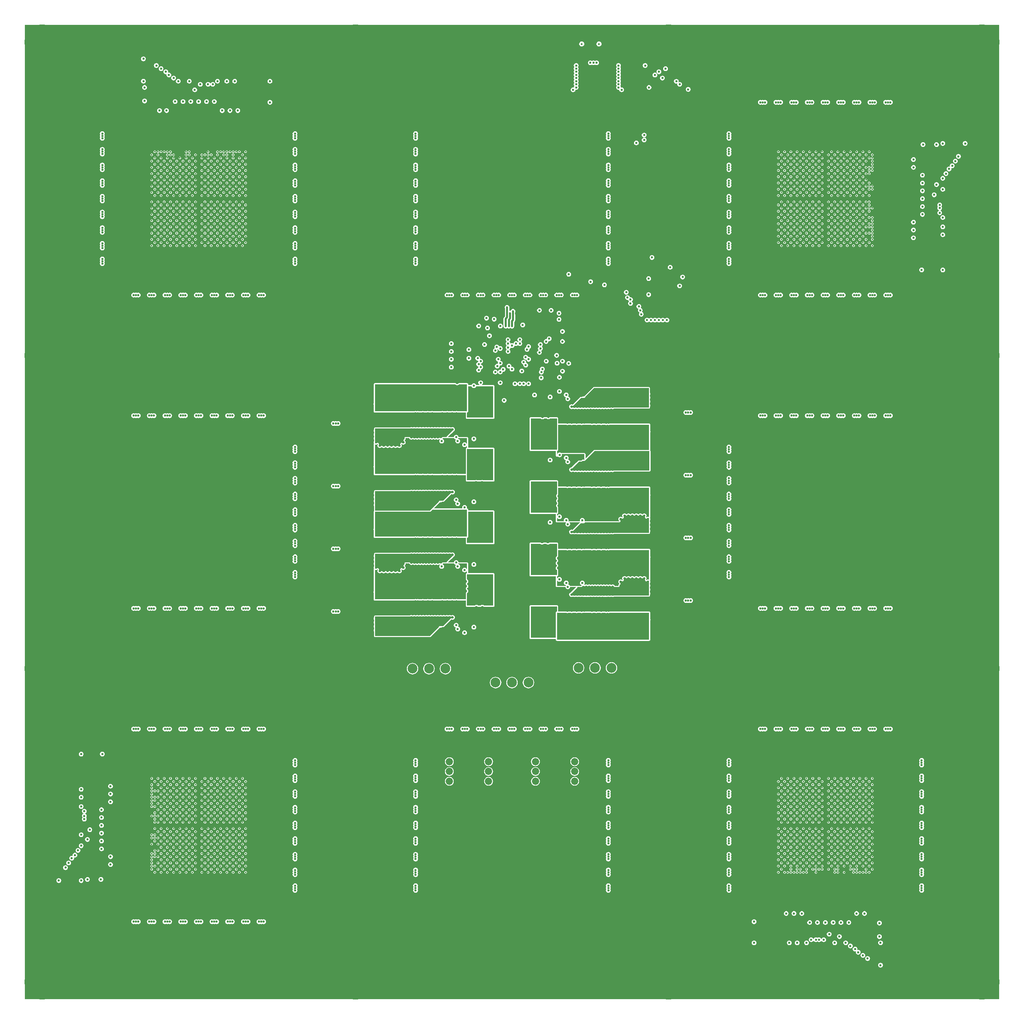
<source format=gbl>
%FSLAX44Y44*%
%MOMM*%
G71*
G01*
G75*
G04 Layer_Physical_Order=4*
G04 Layer_Color=16711680*
%ADD10O,1.5500X0.6000*%
G04:AMPARAMS|DCode=11|XSize=1.45mm|YSize=1.15mm|CornerRadius=0.2013mm|HoleSize=0mm|Usage=FLASHONLY|Rotation=180.000|XOffset=0mm|YOffset=0mm|HoleType=Round|Shape=RoundedRectangle|*
%AMROUNDEDRECTD11*
21,1,1.4500,0.7475,0,0,180.0*
21,1,1.0475,1.1500,0,0,180.0*
1,1,0.4025,-0.5238,0.3738*
1,1,0.4025,0.5238,0.3738*
1,1,0.4025,0.5238,-0.3738*
1,1,0.4025,-0.5238,-0.3738*
%
%ADD11ROUNDEDRECTD11*%
G04:AMPARAMS|DCode=12|XSize=2.7mm|YSize=1.15mm|CornerRadius=0.2013mm|HoleSize=0mm|Usage=FLASHONLY|Rotation=180.000|XOffset=0mm|YOffset=0mm|HoleType=Round|Shape=RoundedRectangle|*
%AMROUNDEDRECTD12*
21,1,2.7000,0.7475,0,0,180.0*
21,1,2.2975,1.1500,0,0,180.0*
1,1,0.4025,-1.1487,0.3738*
1,1,0.4025,1.1487,0.3738*
1,1,0.4025,1.1487,-0.3738*
1,1,0.4025,-1.1487,-0.3738*
%
%ADD12ROUNDEDRECTD12*%
G04:AMPARAMS|DCode=13|XSize=1mm|YSize=0.95mm|CornerRadius=0.1995mm|HoleSize=0mm|Usage=FLASHONLY|Rotation=180.000|XOffset=0mm|YOffset=0mm|HoleType=Round|Shape=RoundedRectangle|*
%AMROUNDEDRECTD13*
21,1,1.0000,0.5510,0,0,180.0*
21,1,0.6010,0.9500,0,0,180.0*
1,1,0.3990,-0.3005,0.2755*
1,1,0.3990,0.3005,0.2755*
1,1,0.3990,0.3005,-0.2755*
1,1,0.3990,-0.3005,-0.2755*
%
%ADD13ROUNDEDRECTD13*%
G04:AMPARAMS|DCode=14|XSize=1mm|YSize=0.9mm|CornerRadius=0.198mm|HoleSize=0mm|Usage=FLASHONLY|Rotation=90.000|XOffset=0mm|YOffset=0mm|HoleType=Round|Shape=RoundedRectangle|*
%AMROUNDEDRECTD14*
21,1,1.0000,0.5040,0,0,90.0*
21,1,0.6040,0.9000,0,0,90.0*
1,1,0.3960,0.2520,0.3020*
1,1,0.3960,0.2520,-0.3020*
1,1,0.3960,-0.2520,-0.3020*
1,1,0.3960,-0.2520,0.3020*
%
%ADD14ROUNDEDRECTD14*%
G04:AMPARAMS|DCode=15|XSize=4.9mm|YSize=1.6mm|CornerRadius=0.2mm|HoleSize=0mm|Usage=FLASHONLY|Rotation=180.000|XOffset=0mm|YOffset=0mm|HoleType=Round|Shape=RoundedRectangle|*
%AMROUNDEDRECTD15*
21,1,4.9000,1.2000,0,0,180.0*
21,1,4.5000,1.6000,0,0,180.0*
1,1,0.4000,-2.2500,0.6000*
1,1,0.4000,2.2500,0.6000*
1,1,0.4000,2.2500,-0.6000*
1,1,0.4000,-2.2500,-0.6000*
%
%ADD15ROUNDEDRECTD15*%
G04:AMPARAMS|DCode=16|XSize=1.05mm|YSize=0.65mm|CornerRadius=0.2015mm|HoleSize=0mm|Usage=FLASHONLY|Rotation=0.000|XOffset=0mm|YOffset=0mm|HoleType=Round|Shape=RoundedRectangle|*
%AMROUNDEDRECTD16*
21,1,1.0500,0.2470,0,0,0.0*
21,1,0.6470,0.6500,0,0,0.0*
1,1,0.4030,0.3235,-0.1235*
1,1,0.4030,-0.3235,-0.1235*
1,1,0.4030,-0.3235,0.1235*
1,1,0.4030,0.3235,0.1235*
%
%ADD16ROUNDEDRECTD16*%
G04:AMPARAMS|DCode=17|XSize=1mm|YSize=0.95mm|CornerRadius=0.1995mm|HoleSize=0mm|Usage=FLASHONLY|Rotation=270.000|XOffset=0mm|YOffset=0mm|HoleType=Round|Shape=RoundedRectangle|*
%AMROUNDEDRECTD17*
21,1,1.0000,0.5510,0,0,270.0*
21,1,0.6010,0.9500,0,0,270.0*
1,1,0.3990,-0.2755,-0.3005*
1,1,0.3990,-0.2755,0.3005*
1,1,0.3990,0.2755,0.3005*
1,1,0.3990,0.2755,-0.3005*
%
%ADD17ROUNDEDRECTD17*%
G04:AMPARAMS|DCode=18|XSize=1.6mm|YSize=1.25mm|CornerRadius=0.2mm|HoleSize=0mm|Usage=FLASHONLY|Rotation=0.000|XOffset=0mm|YOffset=0mm|HoleType=Round|Shape=RoundedRectangle|*
%AMROUNDEDRECTD18*
21,1,1.6000,0.8500,0,0,0.0*
21,1,1.2000,1.2500,0,0,0.0*
1,1,0.4000,0.6000,-0.4250*
1,1,0.4000,-0.6000,-0.4250*
1,1,0.4000,-0.6000,0.4250*
1,1,0.4000,0.6000,0.4250*
%
%ADD18ROUNDEDRECTD18*%
G04:AMPARAMS|DCode=19|XSize=1.45mm|YSize=1.15mm|CornerRadius=0.2013mm|HoleSize=0mm|Usage=FLASHONLY|Rotation=90.000|XOffset=0mm|YOffset=0mm|HoleType=Round|Shape=RoundedRectangle|*
%AMROUNDEDRECTD19*
21,1,1.4500,0.7475,0,0,90.0*
21,1,1.0475,1.1500,0,0,90.0*
1,1,0.4025,0.3738,0.5238*
1,1,0.4025,0.3738,-0.5238*
1,1,0.4025,-0.3738,-0.5238*
1,1,0.4025,-0.3738,0.5238*
%
%ADD19ROUNDEDRECTD19*%
G04:AMPARAMS|DCode=20|XSize=2.7mm|YSize=1.15mm|CornerRadius=0.2013mm|HoleSize=0mm|Usage=FLASHONLY|Rotation=90.000|XOffset=0mm|YOffset=0mm|HoleType=Round|Shape=RoundedRectangle|*
%AMROUNDEDRECTD20*
21,1,2.7000,0.7475,0,0,90.0*
21,1,2.2975,1.1500,0,0,90.0*
1,1,0.4025,0.3738,1.1487*
1,1,0.4025,0.3738,-1.1487*
1,1,0.4025,-0.3738,-1.1487*
1,1,0.4025,-0.3738,1.1487*
%
%ADD20ROUNDEDRECTD20*%
G04:AMPARAMS|DCode=21|XSize=1mm|YSize=0.9mm|CornerRadius=0.198mm|HoleSize=0mm|Usage=FLASHONLY|Rotation=0.000|XOffset=0mm|YOffset=0mm|HoleType=Round|Shape=RoundedRectangle|*
%AMROUNDEDRECTD21*
21,1,1.0000,0.5040,0,0,0.0*
21,1,0.6040,0.9000,0,0,0.0*
1,1,0.3960,0.3020,-0.2520*
1,1,0.3960,-0.3020,-0.2520*
1,1,0.3960,-0.3020,0.2520*
1,1,0.3960,0.3020,0.2520*
%
%ADD21ROUNDEDRECTD21*%
G04:AMPARAMS|DCode=22|XSize=4.9mm|YSize=1.6mm|CornerRadius=0.2mm|HoleSize=0mm|Usage=FLASHONLY|Rotation=90.000|XOffset=0mm|YOffset=0mm|HoleType=Round|Shape=RoundedRectangle|*
%AMROUNDEDRECTD22*
21,1,4.9000,1.2000,0,0,90.0*
21,1,4.5000,1.6000,0,0,90.0*
1,1,0.4000,0.6000,2.2500*
1,1,0.4000,0.6000,-2.2500*
1,1,0.4000,-0.6000,-2.2500*
1,1,0.4000,-0.6000,2.2500*
%
%ADD22ROUNDEDRECTD22*%
G04:AMPARAMS|DCode=23|XSize=1.05mm|YSize=0.65mm|CornerRadius=0.2015mm|HoleSize=0mm|Usage=FLASHONLY|Rotation=270.000|XOffset=0mm|YOffset=0mm|HoleType=Round|Shape=RoundedRectangle|*
%AMROUNDEDRECTD23*
21,1,1.0500,0.2470,0,0,270.0*
21,1,0.6470,0.6500,0,0,270.0*
1,1,0.4030,-0.1235,-0.3235*
1,1,0.4030,-0.1235,0.3235*
1,1,0.4030,0.1235,0.3235*
1,1,0.4030,0.1235,-0.3235*
%
%ADD23ROUNDEDRECTD23*%
G04:AMPARAMS|DCode=24|XSize=1.6mm|YSize=1.25mm|CornerRadius=0.2mm|HoleSize=0mm|Usage=FLASHONLY|Rotation=270.000|XOffset=0mm|YOffset=0mm|HoleType=Round|Shape=RoundedRectangle|*
%AMROUNDEDRECTD24*
21,1,1.6000,0.8500,0,0,270.0*
21,1,1.2000,1.2500,0,0,270.0*
1,1,0.4000,-0.4250,-0.6000*
1,1,0.4000,-0.4250,0.6000*
1,1,0.4000,0.4250,0.6000*
1,1,0.4000,0.4250,-0.6000*
%
%ADD24ROUNDEDRECTD24*%
G04:AMPARAMS|DCode=25|XSize=1.2mm|YSize=1.2mm|CornerRadius=0.198mm|HoleSize=0mm|Usage=FLASHONLY|Rotation=0.000|XOffset=0mm|YOffset=0mm|HoleType=Round|Shape=RoundedRectangle|*
%AMROUNDEDRECTD25*
21,1,1.2000,0.8040,0,0,0.0*
21,1,0.8040,1.2000,0,0,0.0*
1,1,0.3960,0.4020,-0.4020*
1,1,0.3960,-0.4020,-0.4020*
1,1,0.3960,-0.4020,0.4020*
1,1,0.3960,0.4020,0.4020*
%
%ADD25ROUNDEDRECTD25*%
G04:AMPARAMS|DCode=26|XSize=1.2mm|YSize=1.2mm|CornerRadius=0.198mm|HoleSize=0mm|Usage=FLASHONLY|Rotation=90.000|XOffset=0mm|YOffset=0mm|HoleType=Round|Shape=RoundedRectangle|*
%AMROUNDEDRECTD26*
21,1,1.2000,0.8040,0,0,90.0*
21,1,0.8040,1.2000,0,0,90.0*
1,1,0.3960,0.4020,0.4020*
1,1,0.3960,0.4020,-0.4020*
1,1,0.3960,-0.4020,-0.4020*
1,1,0.3960,-0.4020,0.4020*
%
%ADD26ROUNDEDRECTD26*%
G04:AMPARAMS|DCode=27|XSize=2.3mm|YSize=0.5mm|CornerRadius=0.2mm|HoleSize=0mm|Usage=FLASHONLY|Rotation=270.000|XOffset=0mm|YOffset=0mm|HoleType=Round|Shape=RoundedRectangle|*
%AMROUNDEDRECTD27*
21,1,2.3000,0.1000,0,0,270.0*
21,1,1.9000,0.5000,0,0,270.0*
1,1,0.4000,-0.0500,-0.9500*
1,1,0.4000,-0.0500,0.9500*
1,1,0.4000,0.0500,0.9500*
1,1,0.4000,0.0500,-0.9500*
%
%ADD27ROUNDEDRECTD27*%
G04:AMPARAMS|DCode=28|XSize=2.5mm|YSize=2mm|CornerRadius=0.2mm|HoleSize=0mm|Usage=FLASHONLY|Rotation=270.000|XOffset=0mm|YOffset=0mm|HoleType=Round|Shape=RoundedRectangle|*
%AMROUNDEDRECTD28*
21,1,2.5000,1.6000,0,0,270.0*
21,1,2.1000,2.0000,0,0,270.0*
1,1,0.4000,-0.8000,-1.0500*
1,1,0.4000,-0.8000,1.0500*
1,1,0.4000,0.8000,1.0500*
1,1,0.4000,0.8000,-1.0500*
%
%ADD28ROUNDEDRECTD28*%
%ADD29C,0.6000*%
G04:AMPARAMS|DCode=30|XSize=3.3mm|YSize=2.5mm|CornerRadius=0.2mm|HoleSize=0mm|Usage=FLASHONLY|Rotation=0.000|XOffset=0mm|YOffset=0mm|HoleType=Round|Shape=RoundedRectangle|*
%AMROUNDEDRECTD30*
21,1,3.3000,2.1000,0,0,0.0*
21,1,2.9000,2.5000,0,0,0.0*
1,1,0.4000,1.4500,-1.0500*
1,1,0.4000,-1.4500,-1.0500*
1,1,0.4000,-1.4500,1.0500*
1,1,0.4000,1.4500,1.0500*
%
%ADD30ROUNDEDRECTD30*%
%ADD31O,1.5000X0.3000*%
%ADD32O,0.3000X1.5000*%
%ADD33C,1.0000*%
%ADD34O,0.6000X1.5500*%
G04:AMPARAMS|DCode=35|XSize=6.45mm|YSize=6mm|CornerRadius=0.21mm|HoleSize=0mm|Usage=FLASHONLY|Rotation=90.000|XOffset=0mm|YOffset=0mm|HoleType=Round|Shape=RoundedRectangle|*
%AMROUNDEDRECTD35*
21,1,6.4500,5.5800,0,0,90.0*
21,1,6.0300,6.0000,0,0,90.0*
1,1,0.4200,2.7900,3.0150*
1,1,0.4200,2.7900,-3.0150*
1,1,0.4200,-2.7900,-3.0150*
1,1,0.4200,-2.7900,3.0150*
%
%ADD35ROUNDEDRECTD35*%
G04:AMPARAMS|DCode=36|XSize=2.85mm|YSize=1mm|CornerRadius=0.2mm|HoleSize=0mm|Usage=FLASHONLY|Rotation=90.000|XOffset=0mm|YOffset=0mm|HoleType=Round|Shape=RoundedRectangle|*
%AMROUNDEDRECTD36*
21,1,2.8500,0.6000,0,0,90.0*
21,1,2.4500,1.0000,0,0,90.0*
1,1,0.4000,0.3000,1.2250*
1,1,0.4000,0.3000,-1.2250*
1,1,0.4000,-0.3000,-1.2250*
1,1,0.4000,-0.3000,1.2250*
%
%ADD36ROUNDEDRECTD36*%
G04:AMPARAMS|DCode=37|XSize=11.3mm|YSize=10.75mm|CornerRadius=0.215mm|HoleSize=0mm|Usage=FLASHONLY|Rotation=90.000|XOffset=0mm|YOffset=0mm|HoleType=Round|Shape=RoundedRectangle|*
%AMROUNDEDRECTD37*
21,1,11.3000,10.3200,0,0,90.0*
21,1,10.8700,10.7500,0,0,90.0*
1,1,0.4300,5.1600,5.4350*
1,1,0.4300,5.1600,-5.4350*
1,1,0.4300,-5.1600,-5.4350*
1,1,0.4300,-5.1600,5.4350*
%
%ADD37ROUNDEDRECTD37*%
G04:AMPARAMS|DCode=38|XSize=3.95mm|YSize=1.2mm|CornerRadius=0.198mm|HoleSize=0mm|Usage=FLASHONLY|Rotation=90.000|XOffset=0mm|YOffset=0mm|HoleType=Round|Shape=RoundedRectangle|*
%AMROUNDEDRECTD38*
21,1,3.9500,0.8040,0,0,90.0*
21,1,3.5540,1.2000,0,0,90.0*
1,1,0.3960,0.4020,1.7770*
1,1,0.3960,0.4020,-1.7770*
1,1,0.3960,-0.4020,-1.7770*
1,1,0.3960,-0.4020,1.7770*
%
%ADD38ROUNDEDRECTD38*%
G04:AMPARAMS|DCode=39|XSize=1.1mm|YSize=0.6mm|CornerRadius=0.201mm|HoleSize=0mm|Usage=FLASHONLY|Rotation=270.000|XOffset=0mm|YOffset=0mm|HoleType=Round|Shape=RoundedRectangle|*
%AMROUNDEDRECTD39*
21,1,1.1000,0.1980,0,0,270.0*
21,1,0.6980,0.6000,0,0,270.0*
1,1,0.4020,-0.0990,-0.3490*
1,1,0.4020,-0.0990,0.3490*
1,1,0.4020,0.0990,0.3490*
1,1,0.4020,0.0990,-0.3490*
%
%ADD39ROUNDEDRECTD39*%
G04:AMPARAMS|DCode=40|XSize=1.35mm|YSize=1.65mm|CornerRadius=0.27mm|HoleSize=0mm|Usage=FLASHONLY|Rotation=180.000|XOffset=0mm|YOffset=0mm|HoleType=Round|Shape=RoundedRectangle|*
%AMROUNDEDRECTD40*
21,1,1.3500,1.1100,0,0,180.0*
21,1,0.8100,1.6500,0,0,180.0*
1,1,0.5400,-0.4050,0.5550*
1,1,0.5400,0.4050,0.5550*
1,1,0.5400,0.4050,-0.5550*
1,1,0.5400,-0.4050,-0.5550*
%
%ADD40ROUNDEDRECTD40*%
G04:AMPARAMS|DCode=41|XSize=0.7mm|YSize=0.25mm|CornerRadius=0.0838mm|HoleSize=0mm|Usage=FLASHONLY|Rotation=90.000|XOffset=0mm|YOffset=0mm|HoleType=Round|Shape=RoundedRectangle|*
%AMROUNDEDRECTD41*
21,1,0.7000,0.0825,0,0,90.0*
21,1,0.5325,0.2500,0,0,90.0*
1,1,0.1675,0.0413,0.2662*
1,1,0.1675,0.0413,-0.2662*
1,1,0.1675,-0.0413,-0.2662*
1,1,0.1675,-0.0413,0.2662*
%
%ADD41ROUNDEDRECTD41*%
G04:AMPARAMS|DCode=42|XSize=1.75mm|YSize=1.05mm|CornerRadius=0.1995mm|HoleSize=0mm|Usage=FLASHONLY|Rotation=0.000|XOffset=0mm|YOffset=0mm|HoleType=Round|Shape=RoundedRectangle|*
%AMROUNDEDRECTD42*
21,1,1.7500,0.6510,0,0,0.0*
21,1,1.3510,1.0500,0,0,0.0*
1,1,0.3990,0.6755,-0.3255*
1,1,0.3990,-0.6755,-0.3255*
1,1,0.3990,-0.6755,0.3255*
1,1,0.3990,0.6755,0.3255*
%
%ADD42ROUNDEDRECTD42*%
%ADD43O,0.5000X1.3500*%
%ADD44O,1.3500X0.5000*%
G04:AMPARAMS|DCode=45|XSize=6.5mm|YSize=5mm|CornerRadius=0.25mm|HoleSize=0mm|Usage=FLASHONLY|Rotation=180.000|XOffset=0mm|YOffset=0mm|HoleType=Round|Shape=RoundedRectangle|*
%AMROUNDEDRECTD45*
21,1,6.5000,4.5000,0,0,180.0*
21,1,6.0000,5.0000,0,0,180.0*
1,1,0.5000,-3.0000,2.2500*
1,1,0.5000,3.0000,2.2500*
1,1,0.5000,3.0000,-2.2500*
1,1,0.5000,-3.0000,-2.2500*
%
%ADD45ROUNDEDRECTD45*%
G04:AMPARAMS|DCode=46|XSize=2.5mm|YSize=1.7mm|CornerRadius=0.204mm|HoleSize=0mm|Usage=FLASHONLY|Rotation=270.000|XOffset=0mm|YOffset=0mm|HoleType=Round|Shape=RoundedRectangle|*
%AMROUNDEDRECTD46*
21,1,2.5000,1.2920,0,0,270.0*
21,1,2.0920,1.7000,0,0,270.0*
1,1,0.4080,-0.6460,-1.0460*
1,1,0.4080,-0.6460,1.0460*
1,1,0.4080,0.6460,1.0460*
1,1,0.4080,0.6460,-1.0460*
%
%ADD46ROUNDEDRECTD46*%
G04:AMPARAMS|DCode=47|XSize=1.1mm|YSize=0.8mm|CornerRadius=0.268mm|HoleSize=0mm|Usage=FLASHONLY|Rotation=90.000|XOffset=0mm|YOffset=0mm|HoleType=Round|Shape=RoundedRectangle|*
%AMROUNDEDRECTD47*
21,1,1.1000,0.2640,0,0,90.0*
21,1,0.5640,0.8000,0,0,90.0*
1,1,0.5360,0.1320,0.2820*
1,1,0.5360,0.1320,-0.2820*
1,1,0.5360,-0.1320,-0.2820*
1,1,0.5360,-0.1320,0.2820*
%
%ADD47ROUNDEDRECTD47*%
%ADD48C,1.3000*%
%ADD49R,1.3000X1.3000*%
G04:AMPARAMS|DCode=50|XSize=1.4mm|YSize=1.2mm|CornerRadius=0.198mm|HoleSize=0mm|Usage=FLASHONLY|Rotation=90.000|XOffset=0mm|YOffset=0mm|HoleType=Round|Shape=RoundedRectangle|*
%AMROUNDEDRECTD50*
21,1,1.4000,0.8040,0,0,90.0*
21,1,1.0040,1.2000,0,0,90.0*
1,1,0.3960,0.4020,0.5020*
1,1,0.3960,0.4020,-0.5020*
1,1,0.3960,-0.4020,-0.5020*
1,1,0.3960,-0.4020,0.5020*
%
%ADD50ROUNDEDRECTD50*%
G04:AMPARAMS|DCode=51|XSize=1.1mm|YSize=1mm|CornerRadius=0.165mm|HoleSize=0mm|Usage=FLASHONLY|Rotation=90.000|XOffset=0mm|YOffset=0mm|HoleType=Round|Shape=RoundedRectangle|*
%AMROUNDEDRECTD51*
21,1,1.1000,0.6700,0,0,90.0*
21,1,0.7700,1.0000,0,0,90.0*
1,1,0.3300,0.3350,0.3850*
1,1,0.3300,0.3350,-0.3850*
1,1,0.3300,-0.3350,-0.3850*
1,1,0.3300,-0.3350,0.3850*
%
%ADD51ROUNDEDRECTD51*%
G04:AMPARAMS|DCode=52|XSize=1.6mm|YSize=1.5mm|CornerRadius=0.2475mm|HoleSize=0mm|Usage=FLASHONLY|Rotation=90.000|XOffset=0mm|YOffset=0mm|HoleType=Round|Shape=RoundedRectangle|*
%AMROUNDEDRECTD52*
21,1,1.6000,1.0050,0,0,90.0*
21,1,1.1050,1.5000,0,0,90.0*
1,1,0.4950,0.5025,0.5525*
1,1,0.4950,0.5025,-0.5525*
1,1,0.4950,-0.5025,-0.5525*
1,1,0.4950,-0.5025,0.5525*
%
%ADD52ROUNDEDRECTD52*%
G04:AMPARAMS|DCode=53|XSize=1.4mm|YSize=1.2mm|CornerRadius=0.198mm|HoleSize=0mm|Usage=FLASHONLY|Rotation=180.000|XOffset=0mm|YOffset=0mm|HoleType=Round|Shape=RoundedRectangle|*
%AMROUNDEDRECTD53*
21,1,1.4000,0.8040,0,0,180.0*
21,1,1.0040,1.2000,0,0,180.0*
1,1,0.3960,-0.5020,0.4020*
1,1,0.3960,0.5020,0.4020*
1,1,0.3960,0.5020,-0.4020*
1,1,0.3960,-0.5020,-0.4020*
%
%ADD53ROUNDEDRECTD53*%
G04:AMPARAMS|DCode=54|XSize=1.1mm|YSize=1mm|CornerRadius=0.165mm|HoleSize=0mm|Usage=FLASHONLY|Rotation=180.000|XOffset=0mm|YOffset=0mm|HoleType=Round|Shape=RoundedRectangle|*
%AMROUNDEDRECTD54*
21,1,1.1000,0.6700,0,0,180.0*
21,1,0.7700,1.0000,0,0,180.0*
1,1,0.3300,-0.3850,0.3350*
1,1,0.3300,0.3850,0.3350*
1,1,0.3300,0.3850,-0.3350*
1,1,0.3300,-0.3850,-0.3350*
%
%ADD54ROUNDEDRECTD54*%
G04:AMPARAMS|DCode=55|XSize=1.6mm|YSize=1.5mm|CornerRadius=0.2475mm|HoleSize=0mm|Usage=FLASHONLY|Rotation=180.000|XOffset=0mm|YOffset=0mm|HoleType=Round|Shape=RoundedRectangle|*
%AMROUNDEDRECTD55*
21,1,1.6000,1.0050,0,0,180.0*
21,1,1.1050,1.5000,0,0,180.0*
1,1,0.4950,-0.5525,0.5025*
1,1,0.4950,0.5525,0.5025*
1,1,0.4950,0.5525,-0.5025*
1,1,0.4950,-0.5525,-0.5025*
%
%ADD55ROUNDEDRECTD55*%
%ADD56C,0.4500*%
%ADD57C,0.5000*%
%ADD58C,0.6000*%
%ADD59C,0.2000*%
%ADD60C,0.2500*%
%ADD61C,0.4500*%
%ADD62C,0.3500*%
%ADD63C,0.3000*%
%ADD64C,0.4000*%
%ADD65C,0.2540*%
%ADD66C,6.0000*%
%ADD67C,0.5000*%
%ADD68C,9.0000*%
%ADD69C,2.5000*%
%ADD70C,1.8500*%
%ADD71C,0.1000*%
G36*
X2493607Y6393D02*
X6393D01*
Y2493607D01*
X2493607D01*
Y6393D01*
D02*
G37*
%LPC*%
G36*
X338000Y517314D02*
X336732Y517061D01*
X335657Y516343D01*
X334939Y515268D01*
X334686Y514000D01*
X334939Y512732D01*
X335657Y511657D01*
X336732Y510939D01*
X338000Y510686D01*
X339268Y510939D01*
X340343Y511657D01*
X341061Y512732D01*
X341314Y514000D01*
X341061Y515268D01*
X340343Y516343D01*
X339268Y517061D01*
X338000Y517314D01*
D02*
G37*
G36*
X354000D02*
X352732Y517061D01*
X351657Y516343D01*
X350939Y515268D01*
X350686Y514000D01*
X350939Y512732D01*
X351657Y511657D01*
X352732Y510939D01*
X354000Y510686D01*
X355268Y510939D01*
X356343Y511657D01*
X357061Y512732D01*
X357314Y514000D01*
X357061Y515268D01*
X356343Y516343D01*
X355268Y517061D01*
X354000Y517314D01*
D02*
G37*
G36*
X225000Y516118D02*
X222659Y515652D01*
X220674Y514326D01*
X219348Y512341D01*
X218883Y510000D01*
X219348Y507659D01*
X220674Y505674D01*
X222659Y504348D01*
X225000Y503882D01*
X227341Y504348D01*
X229326Y505674D01*
X230652Y507659D01*
X231117Y510000D01*
X230652Y512341D01*
X229326Y514326D01*
X227341Y515652D01*
X225000Y516118D01*
D02*
G37*
G36*
X330000Y517314D02*
X328732Y517061D01*
X327657Y516343D01*
X326939Y515268D01*
X326686Y514000D01*
X326939Y512732D01*
X327657Y511657D01*
X328732Y510939D01*
X330000Y510686D01*
X331268Y510939D01*
X332343Y511657D01*
X333061Y512732D01*
X333314Y514000D01*
X333061Y515268D01*
X332343Y516343D01*
X331268Y517061D01*
X330000Y517314D01*
D02*
G37*
G36*
X402000D02*
X400732Y517061D01*
X399657Y516343D01*
X398939Y515268D01*
X398686Y514000D01*
X398939Y512732D01*
X399657Y511657D01*
X400732Y510939D01*
X402000Y510686D01*
X403268Y510939D01*
X404343Y511657D01*
X405061Y512732D01*
X405314Y514000D01*
X405061Y515268D01*
X404343Y516343D01*
X403268Y517061D01*
X402000Y517314D01*
D02*
G37*
G36*
X418000D02*
X416732Y517061D01*
X415657Y516343D01*
X414939Y515268D01*
X414686Y514000D01*
X414939Y512732D01*
X415657Y511657D01*
X416732Y510939D01*
X418000Y510686D01*
X419268Y510939D01*
X420343Y511657D01*
X421061Y512732D01*
X421314Y514000D01*
X421061Y515268D01*
X420343Y516343D01*
X419268Y517061D01*
X418000Y517314D01*
D02*
G37*
G36*
X370000D02*
X368732Y517061D01*
X367657Y516343D01*
X366939Y515268D01*
X366686Y514000D01*
X366939Y512732D01*
X367657Y511657D01*
X368732Y510939D01*
X370000Y510686D01*
X371268Y510939D01*
X372343Y511657D01*
X373061Y512732D01*
X373314Y514000D01*
X373061Y515268D01*
X372343Y516343D01*
X371268Y517061D01*
X370000Y517314D01*
D02*
G37*
G36*
X386000D02*
X384732Y517061D01*
X383657Y516343D01*
X382939Y515268D01*
X382686Y514000D01*
X382939Y512732D01*
X383657Y511657D01*
X384732Y510939D01*
X386000Y510686D01*
X387268Y510939D01*
X388343Y511657D01*
X389061Y512732D01*
X389314Y514000D01*
X389061Y515268D01*
X388343Y516343D01*
X387268Y517061D01*
X386000Y517314D01*
D02*
G37*
G36*
X2170000Y509314D02*
X2168732Y509061D01*
X2167657Y508343D01*
X2166939Y507268D01*
X2166686Y506000D01*
X2166939Y504732D01*
X2167657Y503657D01*
X2168732Y502939D01*
X2170000Y502686D01*
X2171268Y502939D01*
X2172343Y503657D01*
X2173061Y504732D01*
X2173314Y506000D01*
X2173061Y507268D01*
X2172343Y508343D01*
X2171268Y509061D01*
X2170000Y509314D01*
D02*
G37*
G36*
X2074000D02*
X2072732Y509061D01*
X2071657Y508343D01*
X2070939Y507268D01*
X2070686Y506000D01*
X2070939Y504732D01*
X2071657Y503657D01*
X2072732Y502939D01*
X2074000Y502686D01*
X2075268Y502939D01*
X2076343Y503657D01*
X2077061Y504732D01*
X2077314Y506000D01*
X2077061Y507268D01*
X2076343Y508343D01*
X2075268Y509061D01*
X2074000Y509314D01*
D02*
G37*
G36*
X2090000D02*
X2088732Y509061D01*
X2087657Y508343D01*
X2086939Y507268D01*
X2086686Y506000D01*
X2086939Y504732D01*
X2087657Y503657D01*
X2088732Y502939D01*
X2090000Y502686D01*
X2091268Y502939D01*
X2092343Y503657D01*
X2093061Y504732D01*
X2093314Y506000D01*
X2093061Y507268D01*
X2092343Y508343D01*
X2091268Y509061D01*
X2090000Y509314D01*
D02*
G37*
G36*
X2034000D02*
X2032732Y509061D01*
X2031657Y508343D01*
X2030939Y507268D01*
X2030686Y506000D01*
X2030939Y504732D01*
X2031657Y503657D01*
X2032732Y502939D01*
X2034000Y502686D01*
X2035268Y502939D01*
X2036343Y503657D01*
X2037061Y504732D01*
X2037314Y506000D01*
X2037061Y507268D01*
X2036343Y508343D01*
X2035268Y509061D01*
X2034000Y509314D01*
D02*
G37*
G36*
X2058000D02*
X2056732Y509061D01*
X2055657Y508343D01*
X2054939Y507268D01*
X2054686Y506000D01*
X2054939Y504732D01*
X2055657Y503657D01*
X2056732Y502939D01*
X2058000Y502686D01*
X2059268Y502939D01*
X2060343Y503657D01*
X2061061Y504732D01*
X2061314Y506000D01*
X2061061Y507268D01*
X2060343Y508343D01*
X2059268Y509061D01*
X2058000Y509314D01*
D02*
G37*
G36*
X2138000D02*
X2136732Y509061D01*
X2135657Y508343D01*
X2134939Y507268D01*
X2134686Y506000D01*
X2134939Y504732D01*
X2135657Y503657D01*
X2136732Y502939D01*
X2138000Y502686D01*
X2139268Y502939D01*
X2140343Y503657D01*
X2141061Y504732D01*
X2141314Y506000D01*
X2141061Y507268D01*
X2140343Y508343D01*
X2139268Y509061D01*
X2138000Y509314D01*
D02*
G37*
G36*
X2154000D02*
X2152732Y509061D01*
X2151657Y508343D01*
X2150939Y507268D01*
X2150686Y506000D01*
X2150939Y504732D01*
X2151657Y503657D01*
X2152732Y502939D01*
X2154000Y502686D01*
X2155268Y502939D01*
X2156343Y503657D01*
X2157061Y504732D01*
X2157314Y506000D01*
X2157061Y507268D01*
X2156343Y508343D01*
X2155268Y509061D01*
X2154000Y509314D01*
D02*
G37*
G36*
X2106000D02*
X2104732Y509061D01*
X2103657Y508343D01*
X2102939Y507268D01*
X2102686Y506000D01*
X2102939Y504732D01*
X2103657Y503657D01*
X2104732Y502939D01*
X2106000Y502686D01*
X2107268Y502939D01*
X2108343Y503657D01*
X2109061Y504732D01*
X2109314Y506000D01*
X2109061Y507268D01*
X2108343Y508343D01*
X2107268Y509061D01*
X2106000Y509314D01*
D02*
G37*
G36*
X2122000D02*
X2120732Y509061D01*
X2119657Y508343D01*
X2118939Y507268D01*
X2118686Y506000D01*
X2118939Y504732D01*
X2119657Y503657D01*
X2120732Y502939D01*
X2122000Y502686D01*
X2123268Y502939D01*
X2124343Y503657D01*
X2125061Y504732D01*
X2125314Y506000D01*
X2125061Y507268D01*
X2124343Y508343D01*
X2123268Y509061D01*
X2122000Y509314D01*
D02*
G37*
G36*
X434000Y517314D02*
X432732Y517061D01*
X431657Y516343D01*
X430939Y515268D01*
X430686Y514000D01*
X430939Y512732D01*
X431657Y511657D01*
X432732Y510939D01*
X434000Y510686D01*
X435268Y510939D01*
X436343Y511657D01*
X437061Y512732D01*
X437314Y514000D01*
X437061Y515268D01*
X436343Y516343D01*
X435268Y517061D01*
X434000Y517314D01*
D02*
G37*
G36*
X1978000D02*
X1976732Y517061D01*
X1975657Y516343D01*
X1974939Y515268D01*
X1974686Y514000D01*
X1974939Y512732D01*
X1975657Y511657D01*
X1976732Y510939D01*
X1978000Y510686D01*
X1979268Y510939D01*
X1980343Y511657D01*
X1981061Y512732D01*
X1981314Y514000D01*
X1981061Y515268D01*
X1980343Y516343D01*
X1979268Y517061D01*
X1978000Y517314D01*
D02*
G37*
G36*
X1994000D02*
X1992732Y517061D01*
X1991657Y516343D01*
X1990939Y515268D01*
X1990686Y514000D01*
X1990939Y512732D01*
X1991657Y511657D01*
X1992732Y510939D01*
X1994000Y510686D01*
X1995268Y510939D01*
X1996343Y511657D01*
X1997061Y512732D01*
X1997314Y514000D01*
X1997061Y515268D01*
X1996343Y516343D01*
X1995268Y517061D01*
X1994000Y517314D01*
D02*
G37*
G36*
X1946000D02*
X1944732Y517061D01*
X1943657Y516343D01*
X1942939Y515268D01*
X1942686Y514000D01*
X1942939Y512732D01*
X1943657Y511657D01*
X1944732Y510939D01*
X1946000Y510686D01*
X1947268Y510939D01*
X1948343Y511657D01*
X1949061Y512732D01*
X1949314Y514000D01*
X1949061Y515268D01*
X1948343Y516343D01*
X1947268Y517061D01*
X1946000Y517314D01*
D02*
G37*
G36*
X1962000D02*
X1960732Y517061D01*
X1959657Y516343D01*
X1958939Y515268D01*
X1958686Y514000D01*
X1958939Y512732D01*
X1959657Y511657D01*
X1960732Y510939D01*
X1962000Y510686D01*
X1963268Y510939D01*
X1964343Y511657D01*
X1965061Y512732D01*
X1965314Y514000D01*
X1965061Y515268D01*
X1964343Y516343D01*
X1963268Y517061D01*
X1962000Y517314D01*
D02*
G37*
G36*
X2042000D02*
X2040732Y517061D01*
X2039657Y516343D01*
X2038939Y515268D01*
X2038686Y514000D01*
X2038939Y512732D01*
X2039657Y511657D01*
X2040732Y510939D01*
X2042000Y510686D01*
X2043268Y510939D01*
X2044343Y511657D01*
X2045061Y512732D01*
X2045314Y514000D01*
X2045061Y515268D01*
X2044343Y516343D01*
X2043268Y517061D01*
X2042000Y517314D01*
D02*
G37*
G36*
X2066000D02*
X2064732Y517061D01*
X2063657Y516343D01*
X2062939Y515268D01*
X2062686Y514000D01*
X2062939Y512732D01*
X2063657Y511657D01*
X2064732Y510939D01*
X2066000Y510686D01*
X2067268Y510939D01*
X2068343Y511657D01*
X2069061Y512732D01*
X2069314Y514000D01*
X2069061Y515268D01*
X2068343Y516343D01*
X2067268Y517061D01*
X2066000Y517314D01*
D02*
G37*
G36*
X2010000D02*
X2008732Y517061D01*
X2007657Y516343D01*
X2006939Y515268D01*
X2006686Y514000D01*
X2006939Y512732D01*
X2007657Y511657D01*
X2008732Y510939D01*
X2010000Y510686D01*
X2011268Y510939D01*
X2012343Y511657D01*
X2013061Y512732D01*
X2013314Y514000D01*
X2013061Y515268D01*
X2012343Y516343D01*
X2011268Y517061D01*
X2010000Y517314D01*
D02*
G37*
G36*
X2026000D02*
X2024732Y517061D01*
X2023657Y516343D01*
X2022939Y515268D01*
X2022686Y514000D01*
X2022939Y512732D01*
X2023657Y511657D01*
X2024732Y510939D01*
X2026000Y510686D01*
X2027268Y510939D01*
X2028343Y511657D01*
X2029061Y512732D01*
X2029314Y514000D01*
X2029061Y515268D01*
X2028343Y516343D01*
X2027268Y517061D01*
X2026000Y517314D01*
D02*
G37*
G36*
X1930000D02*
X1928732Y517061D01*
X1927657Y516343D01*
X1926939Y515268D01*
X1926686Y514000D01*
X1926939Y512732D01*
X1927657Y511657D01*
X1928732Y510939D01*
X1930000Y510686D01*
X1931268Y510939D01*
X1932343Y511657D01*
X1933061Y512732D01*
X1933314Y514000D01*
X1933061Y515268D01*
X1932343Y516343D01*
X1931268Y517061D01*
X1930000Y517314D01*
D02*
G37*
G36*
X490000D02*
X488732Y517061D01*
X487657Y516343D01*
X486939Y515268D01*
X486686Y514000D01*
X486939Y512732D01*
X487657Y511657D01*
X488732Y510939D01*
X490000Y510686D01*
X491268Y510939D01*
X492343Y511657D01*
X493061Y512732D01*
X493314Y514000D01*
X493061Y515268D01*
X492343Y516343D01*
X491268Y517061D01*
X490000Y517314D01*
D02*
G37*
G36*
X506000D02*
X504732Y517061D01*
X503657Y516343D01*
X502939Y515268D01*
X502686Y514000D01*
X502939Y512732D01*
X503657Y511657D01*
X504732Y510939D01*
X506000Y510686D01*
X507268Y510939D01*
X508343Y511657D01*
X509061Y512732D01*
X509314Y514000D01*
X509061Y515268D01*
X508343Y516343D01*
X507268Y517061D01*
X506000Y517314D01*
D02*
G37*
G36*
X458000D02*
X456732Y517061D01*
X455657Y516343D01*
X454939Y515268D01*
X454686Y514000D01*
X454939Y512732D01*
X455657Y511657D01*
X456732Y510939D01*
X458000Y510686D01*
X459268Y510939D01*
X460343Y511657D01*
X461061Y512732D01*
X461314Y514000D01*
X461061Y515268D01*
X460343Y516343D01*
X459268Y517061D01*
X458000Y517314D01*
D02*
G37*
G36*
X474000D02*
X472732Y517061D01*
X471657Y516343D01*
X470939Y515268D01*
X470686Y514000D01*
X470939Y512732D01*
X471657Y511657D01*
X472732Y510939D01*
X474000Y510686D01*
X475268Y510939D01*
X476343Y511657D01*
X477061Y512732D01*
X477314Y514000D01*
X477061Y515268D01*
X476343Y516343D01*
X475268Y517061D01*
X474000Y517314D01*
D02*
G37*
G36*
X554000D02*
X552732Y517061D01*
X551657Y516343D01*
X550939Y515268D01*
X550686Y514000D01*
X550939Y512732D01*
X551657Y511657D01*
X552732Y510939D01*
X554000Y510686D01*
X555268Y510939D01*
X556343Y511657D01*
X557061Y512732D01*
X557314Y514000D01*
X557061Y515268D01*
X556343Y516343D01*
X555268Y517061D01*
X554000Y517314D01*
D02*
G37*
G36*
X570000D02*
X568732Y517061D01*
X567657Y516343D01*
X566939Y515268D01*
X566686Y514000D01*
X566939Y512732D01*
X567657Y511657D01*
X568732Y510939D01*
X570000Y510686D01*
X571268Y510939D01*
X572343Y511657D01*
X573061Y512732D01*
X573314Y514000D01*
X573061Y515268D01*
X572343Y516343D01*
X571268Y517061D01*
X570000Y517314D01*
D02*
G37*
G36*
X522000D02*
X520732Y517061D01*
X519657Y516343D01*
X518939Y515268D01*
X518686Y514000D01*
X518939Y512732D01*
X519657Y511657D01*
X520732Y510939D01*
X522000Y510686D01*
X523268Y510939D01*
X524343Y511657D01*
X525061Y512732D01*
X525314Y514000D01*
X525061Y515268D01*
X524343Y516343D01*
X523268Y517061D01*
X522000Y517314D01*
D02*
G37*
G36*
X538000D02*
X536732Y517061D01*
X535657Y516343D01*
X534939Y515268D01*
X534686Y514000D01*
X534939Y512732D01*
X535657Y511657D01*
X536732Y510939D01*
X538000Y510686D01*
X539268Y510939D01*
X540343Y511657D01*
X541061Y512732D01*
X541314Y514000D01*
X541061Y515268D01*
X540343Y516343D01*
X539268Y517061D01*
X538000Y517314D01*
D02*
G37*
G36*
X2018000Y509314D02*
X2016732Y509061D01*
X2015657Y508343D01*
X2014939Y507268D01*
X2014686Y506000D01*
X2014939Y504732D01*
X2015657Y503657D01*
X2016732Y502939D01*
X2018000Y502686D01*
X2019268Y502939D01*
X2020343Y503657D01*
X2021061Y504732D01*
X2021314Y506000D01*
X2021061Y507268D01*
X2020343Y508343D01*
X2019268Y509061D01*
X2018000Y509314D01*
D02*
G37*
G36*
X2114000Y501314D02*
X2112732Y501061D01*
X2111657Y500343D01*
X2110939Y499268D01*
X2110686Y498000D01*
X2110939Y496732D01*
X2111657Y495657D01*
X2112732Y494939D01*
X2114000Y494686D01*
X2115268Y494939D01*
X2116343Y495657D01*
X2117061Y496732D01*
X2117314Y498000D01*
X2117061Y499268D01*
X2116343Y500343D01*
X2115268Y501061D01*
X2114000Y501314D01*
D02*
G37*
G36*
X2130000D02*
X2128732Y501061D01*
X2127657Y500343D01*
X2126939Y499268D01*
X2126686Y498000D01*
X2126939Y496732D01*
X2127657Y495657D01*
X2128732Y494939D01*
X2130000Y494686D01*
X2131268Y494939D01*
X2132343Y495657D01*
X2133061Y496732D01*
X2133314Y498000D01*
X2133061Y499268D01*
X2132343Y500343D01*
X2131268Y501061D01*
X2130000Y501314D01*
D02*
G37*
G36*
X2082000D02*
X2080732Y501061D01*
X2079657Y500343D01*
X2078939Y499268D01*
X2078686Y498000D01*
X2078939Y496732D01*
X2079657Y495657D01*
X2080732Y494939D01*
X2082000Y494686D01*
X2083268Y494939D01*
X2084343Y495657D01*
X2085061Y496732D01*
X2085314Y498000D01*
X2085061Y499268D01*
X2084343Y500343D01*
X2083268Y501061D01*
X2082000Y501314D01*
D02*
G37*
G36*
X2098000D02*
X2096732Y501061D01*
X2095657Y500343D01*
X2094939Y499268D01*
X2094686Y498000D01*
X2094939Y496732D01*
X2095657Y495657D01*
X2096732Y494939D01*
X2098000Y494686D01*
X2099268Y494939D01*
X2100343Y495657D01*
X2101061Y496732D01*
X2101314Y498000D01*
X2101061Y499268D01*
X2100343Y500343D01*
X2099268Y501061D01*
X2098000Y501314D01*
D02*
G37*
G36*
X330000Y509314D02*
X328732Y509061D01*
X327657Y508343D01*
X326939Y507268D01*
X326686Y506000D01*
X326939Y504732D01*
X327657Y503657D01*
X328732Y502939D01*
X330000Y502686D01*
X331268Y502939D01*
X332343Y503657D01*
X333061Y504732D01*
X333314Y506000D01*
X333061Y507268D01*
X332343Y508343D01*
X331268Y509061D01*
X330000Y509314D01*
D02*
G37*
G36*
X346000D02*
X344732Y509061D01*
X343657Y508343D01*
X342939Y507268D01*
X342686Y506000D01*
X342939Y504732D01*
X343657Y503657D01*
X344732Y502939D01*
X346000Y502686D01*
X347268Y502939D01*
X348343Y503657D01*
X349061Y504732D01*
X349314Y506000D01*
X349061Y507268D01*
X348343Y508343D01*
X347268Y509061D01*
X346000Y509314D01*
D02*
G37*
G36*
X2146000Y501314D02*
X2144732Y501061D01*
X2143657Y500343D01*
X2142939Y499268D01*
X2142686Y498000D01*
X2142939Y496732D01*
X2143657Y495657D01*
X2144732Y494939D01*
X2146000Y494686D01*
X2147268Y494939D01*
X2148343Y495657D01*
X2149061Y496732D01*
X2149314Y498000D01*
X2149061Y499268D01*
X2148343Y500343D01*
X2147268Y501061D01*
X2146000Y501314D01*
D02*
G37*
G36*
X2162000D02*
X2160732Y501061D01*
X2159657Y500343D01*
X2158939Y499268D01*
X2158686Y498000D01*
X2158939Y496732D01*
X2159657Y495657D01*
X2160732Y494939D01*
X2162000Y494686D01*
X2163268Y494939D01*
X2164343Y495657D01*
X2165061Y496732D01*
X2165314Y498000D01*
X2165061Y499268D01*
X2164343Y500343D01*
X2163268Y501061D01*
X2162000Y501314D01*
D02*
G37*
G36*
X2066000D02*
X2064732Y501061D01*
X2063657Y500343D01*
X2062939Y499268D01*
X2062686Y498000D01*
X2062939Y496732D01*
X2063657Y495657D01*
X2064732Y494939D01*
X2066000Y494686D01*
X2067268Y494939D01*
X2068343Y495657D01*
X2069061Y496732D01*
X2069314Y498000D01*
X2069061Y499268D01*
X2068343Y500343D01*
X2067268Y501061D01*
X2066000Y501314D01*
D02*
G37*
G36*
X1962000D02*
X1960732Y501061D01*
X1959657Y500343D01*
X1958939Y499268D01*
X1958686Y498000D01*
X1958939Y496732D01*
X1959657Y495657D01*
X1960732Y494939D01*
X1962000Y494686D01*
X1963268Y494939D01*
X1964343Y495657D01*
X1965061Y496732D01*
X1965314Y498000D01*
X1965061Y499268D01*
X1964343Y500343D01*
X1963268Y501061D01*
X1962000Y501314D01*
D02*
G37*
G36*
X1978000D02*
X1976732Y501061D01*
X1975657Y500343D01*
X1974939Y499268D01*
X1974686Y498000D01*
X1974939Y496732D01*
X1975657Y495657D01*
X1976732Y494939D01*
X1978000Y494686D01*
X1979268Y494939D01*
X1980343Y495657D01*
X1981061Y496732D01*
X1981314Y498000D01*
X1981061Y499268D01*
X1980343Y500343D01*
X1979268Y501061D01*
X1978000Y501314D01*
D02*
G37*
G36*
X1930000D02*
X1928732Y501061D01*
X1927657Y500343D01*
X1926939Y499268D01*
X1926686Y498000D01*
X1926939Y496732D01*
X1927657Y495657D01*
X1928732Y494939D01*
X1930000Y494686D01*
X1931268Y494939D01*
X1932343Y495657D01*
X1933061Y496732D01*
X1933314Y498000D01*
X1933061Y499268D01*
X1932343Y500343D01*
X1931268Y501061D01*
X1930000Y501314D01*
D02*
G37*
G36*
X1946000D02*
X1944732Y501061D01*
X1943657Y500343D01*
X1942939Y499268D01*
X1942686Y498000D01*
X1942939Y496732D01*
X1943657Y495657D01*
X1944732Y494939D01*
X1946000Y494686D01*
X1947268Y494939D01*
X1948343Y495657D01*
X1949061Y496732D01*
X1949314Y498000D01*
X1949061Y499268D01*
X1948343Y500343D01*
X1947268Y501061D01*
X1946000Y501314D01*
D02*
G37*
G36*
X2026000D02*
X2024732Y501061D01*
X2023657Y500343D01*
X2022939Y499268D01*
X2022686Y498000D01*
X2022939Y496732D01*
X2023657Y495657D01*
X2024732Y494939D01*
X2026000Y494686D01*
X2027268Y494939D01*
X2028343Y495657D01*
X2029061Y496732D01*
X2029314Y498000D01*
X2029061Y499268D01*
X2028343Y500343D01*
X2027268Y501061D01*
X2026000Y501314D01*
D02*
G37*
G36*
X2042000D02*
X2040732Y501061D01*
X2039657Y500343D01*
X2038939Y499268D01*
X2038686Y498000D01*
X2038939Y496732D01*
X2039657Y495657D01*
X2040732Y494939D01*
X2042000Y494686D01*
X2043268Y494939D01*
X2044343Y495657D01*
X2045061Y496732D01*
X2045314Y498000D01*
X2045061Y499268D01*
X2044343Y500343D01*
X2043268Y501061D01*
X2042000Y501314D01*
D02*
G37*
G36*
X1994000D02*
X1992732Y501061D01*
X1991657Y500343D01*
X1990939Y499268D01*
X1990686Y498000D01*
X1990939Y496732D01*
X1991657Y495657D01*
X1992732Y494939D01*
X1994000Y494686D01*
X1995268Y494939D01*
X1996343Y495657D01*
X1997061Y496732D01*
X1997314Y498000D01*
X1997061Y499268D01*
X1996343Y500343D01*
X1995268Y501061D01*
X1994000Y501314D01*
D02*
G37*
G36*
X2010000D02*
X2008732Y501061D01*
X2007657Y500343D01*
X2006939Y499268D01*
X2006686Y498000D01*
X2006939Y496732D01*
X2007657Y495657D01*
X2008732Y494939D01*
X2010000Y494686D01*
X2011268Y494939D01*
X2012343Y495657D01*
X2013061Y496732D01*
X2013314Y498000D01*
X2013061Y499268D01*
X2012343Y500343D01*
X2011268Y501061D01*
X2010000Y501314D01*
D02*
G37*
G36*
X362000Y509314D02*
X360732Y509061D01*
X359657Y508343D01*
X358939Y507268D01*
X358686Y506000D01*
X358939Y504732D01*
X359657Y503657D01*
X360732Y502939D01*
X362000Y502686D01*
X363268Y502939D01*
X364343Y503657D01*
X365061Y504732D01*
X365314Y506000D01*
X365061Y507268D01*
X364343Y508343D01*
X363268Y509061D01*
X362000Y509314D01*
D02*
G37*
G36*
X562000D02*
X560732Y509061D01*
X559657Y508343D01*
X558939Y507268D01*
X558686Y506000D01*
X558939Y504732D01*
X559657Y503657D01*
X560732Y502939D01*
X562000Y502686D01*
X563268Y502939D01*
X564343Y503657D01*
X565061Y504732D01*
X565314Y506000D01*
X565061Y507268D01*
X564343Y508343D01*
X563268Y509061D01*
X562000Y509314D01*
D02*
G37*
G36*
X1938000D02*
X1936732Y509061D01*
X1935657Y508343D01*
X1934939Y507268D01*
X1934686Y506000D01*
X1934939Y504732D01*
X1935657Y503657D01*
X1936732Y502939D01*
X1938000Y502686D01*
X1939268Y502939D01*
X1940343Y503657D01*
X1941061Y504732D01*
X1941314Y506000D01*
X1941061Y507268D01*
X1940343Y508343D01*
X1939268Y509061D01*
X1938000Y509314D01*
D02*
G37*
G36*
X530000D02*
X528732Y509061D01*
X527657Y508343D01*
X526939Y507268D01*
X526686Y506000D01*
X526939Y504732D01*
X527657Y503657D01*
X528732Y502939D01*
X530000Y502686D01*
X531268Y502939D01*
X532343Y503657D01*
X533061Y504732D01*
X533314Y506000D01*
X533061Y507268D01*
X532343Y508343D01*
X531268Y509061D01*
X530000Y509314D01*
D02*
G37*
G36*
X546000D02*
X544732Y509061D01*
X543657Y508343D01*
X542939Y507268D01*
X542686Y506000D01*
X542939Y504732D01*
X543657Y503657D01*
X544732Y502939D01*
X546000Y502686D01*
X547268Y502939D01*
X548343Y503657D01*
X549061Y504732D01*
X549314Y506000D01*
X549061Y507268D01*
X548343Y508343D01*
X547268Y509061D01*
X546000Y509314D01*
D02*
G37*
G36*
X1986000D02*
X1984732Y509061D01*
X1983657Y508343D01*
X1982939Y507268D01*
X1982686Y506000D01*
X1982939Y504732D01*
X1983657Y503657D01*
X1984732Y502939D01*
X1986000Y502686D01*
X1987268Y502939D01*
X1988343Y503657D01*
X1989061Y504732D01*
X1989314Y506000D01*
X1989061Y507268D01*
X1988343Y508343D01*
X1987268Y509061D01*
X1986000Y509314D01*
D02*
G37*
G36*
X2002000D02*
X2000732Y509061D01*
X1999657Y508343D01*
X1998939Y507268D01*
X1998686Y506000D01*
X1998939Y504732D01*
X1999657Y503657D01*
X2000732Y502939D01*
X2002000Y502686D01*
X2003268Y502939D01*
X2004343Y503657D01*
X2005061Y504732D01*
X2005314Y506000D01*
X2005061Y507268D01*
X2004343Y508343D01*
X2003268Y509061D01*
X2002000Y509314D01*
D02*
G37*
G36*
X1954000D02*
X1952732Y509061D01*
X1951657Y508343D01*
X1950939Y507268D01*
X1950686Y506000D01*
X1950939Y504732D01*
X1951657Y503657D01*
X1952732Y502939D01*
X1954000Y502686D01*
X1955268Y502939D01*
X1956343Y503657D01*
X1957061Y504732D01*
X1957314Y506000D01*
X1957061Y507268D01*
X1956343Y508343D01*
X1955268Y509061D01*
X1954000Y509314D01*
D02*
G37*
G36*
X1970000D02*
X1968732Y509061D01*
X1967657Y508343D01*
X1966939Y507268D01*
X1966686Y506000D01*
X1966939Y504732D01*
X1967657Y503657D01*
X1968732Y502939D01*
X1970000Y502686D01*
X1971268Y502939D01*
X1972343Y503657D01*
X1973061Y504732D01*
X1973314Y506000D01*
X1973061Y507268D01*
X1972343Y508343D01*
X1971268Y509061D01*
X1970000Y509314D01*
D02*
G37*
G36*
X514000D02*
X512732Y509061D01*
X511657Y508343D01*
X510939Y507268D01*
X510686Y506000D01*
X510939Y504732D01*
X511657Y503657D01*
X512732Y502939D01*
X514000Y502686D01*
X515268Y502939D01*
X516343Y503657D01*
X517061Y504732D01*
X517314Y506000D01*
X517061Y507268D01*
X516343Y508343D01*
X515268Y509061D01*
X514000Y509314D01*
D02*
G37*
G36*
X410000D02*
X408732Y509061D01*
X407657Y508343D01*
X406939Y507268D01*
X406686Y506000D01*
X406939Y504732D01*
X407657Y503657D01*
X408732Y502939D01*
X410000Y502686D01*
X411268Y502939D01*
X412343Y503657D01*
X413061Y504732D01*
X413314Y506000D01*
X413061Y507268D01*
X412343Y508343D01*
X411268Y509061D01*
X410000Y509314D01*
D02*
G37*
G36*
X426000D02*
X424732Y509061D01*
X423657Y508343D01*
X422939Y507268D01*
X422686Y506000D01*
X422939Y504732D01*
X423657Y503657D01*
X424732Y502939D01*
X426000Y502686D01*
X427268Y502939D01*
X428343Y503657D01*
X429061Y504732D01*
X429314Y506000D01*
X429061Y507268D01*
X428343Y508343D01*
X427268Y509061D01*
X426000Y509314D01*
D02*
G37*
G36*
X378000D02*
X376732Y509061D01*
X375657Y508343D01*
X374939Y507268D01*
X374686Y506000D01*
X374939Y504732D01*
X375657Y503657D01*
X376732Y502939D01*
X378000Y502686D01*
X379268Y502939D01*
X380343Y503657D01*
X381061Y504732D01*
X381314Y506000D01*
X381061Y507268D01*
X380343Y508343D01*
X379268Y509061D01*
X378000Y509314D01*
D02*
G37*
G36*
X394000D02*
X392732Y509061D01*
X391657Y508343D01*
X390939Y507268D01*
X390686Y506000D01*
X390939Y504732D01*
X391657Y503657D01*
X392732Y502939D01*
X394000Y502686D01*
X395268Y502939D01*
X396343Y503657D01*
X397061Y504732D01*
X397314Y506000D01*
X397061Y507268D01*
X396343Y508343D01*
X395268Y509061D01*
X394000Y509314D01*
D02*
G37*
G36*
X482000D02*
X480732Y509061D01*
X479657Y508343D01*
X478939Y507268D01*
X478686Y506000D01*
X478939Y504732D01*
X479657Y503657D01*
X480732Y502939D01*
X482000Y502686D01*
X483268Y502939D01*
X484343Y503657D01*
X485061Y504732D01*
X485314Y506000D01*
X485061Y507268D01*
X484343Y508343D01*
X483268Y509061D01*
X482000Y509314D01*
D02*
G37*
G36*
X498000D02*
X496732Y509061D01*
X495657Y508343D01*
X494939Y507268D01*
X494686Y506000D01*
X494939Y504732D01*
X495657Y503657D01*
X496732Y502939D01*
X498000Y502686D01*
X499268Y502939D01*
X500343Y503657D01*
X501061Y504732D01*
X501314Y506000D01*
X501061Y507268D01*
X500343Y508343D01*
X499268Y509061D01*
X498000Y509314D01*
D02*
G37*
G36*
X442000D02*
X440732Y509061D01*
X439657Y508343D01*
X438939Y507268D01*
X438686Y506000D01*
X438939Y504732D01*
X439657Y503657D01*
X440732Y502939D01*
X442000Y502686D01*
X443268Y502939D01*
X444343Y503657D01*
X445061Y504732D01*
X445314Y506000D01*
X445061Y507268D01*
X444343Y508343D01*
X443268Y509061D01*
X442000Y509314D01*
D02*
G37*
G36*
X466000D02*
X464732Y509061D01*
X463657Y508343D01*
X462939Y507268D01*
X462686Y506000D01*
X462939Y504732D01*
X463657Y503657D01*
X464732Y502939D01*
X466000Y502686D01*
X467268Y502939D01*
X468343Y503657D01*
X469061Y504732D01*
X469314Y506000D01*
X469061Y507268D01*
X468343Y508343D01*
X467268Y509061D01*
X466000Y509314D01*
D02*
G37*
G36*
X2082000Y517314D02*
X2080732Y517061D01*
X2079657Y516343D01*
X2078939Y515268D01*
X2078686Y514000D01*
X2078939Y512732D01*
X2079657Y511657D01*
X2080732Y510939D01*
X2082000Y510686D01*
X2083268Y510939D01*
X2084343Y511657D01*
X2085061Y512732D01*
X2085314Y514000D01*
X2085061Y515268D01*
X2084343Y516343D01*
X2083268Y517061D01*
X2082000Y517314D01*
D02*
G37*
G36*
X402000Y533314D02*
X400732Y533061D01*
X399657Y532343D01*
X398939Y531268D01*
X398686Y530000D01*
X398939Y528732D01*
X399657Y527657D01*
X400732Y526939D01*
X402000Y526686D01*
X403268Y526939D01*
X404343Y527657D01*
X405061Y528732D01*
X405314Y530000D01*
X405061Y531268D01*
X404343Y532343D01*
X403268Y533061D01*
X402000Y533314D01*
D02*
G37*
G36*
X418000D02*
X416732Y533061D01*
X415657Y532343D01*
X414939Y531268D01*
X414686Y530000D01*
X414939Y528732D01*
X415657Y527657D01*
X416732Y526939D01*
X418000Y526686D01*
X419268Y526939D01*
X420343Y527657D01*
X421061Y528732D01*
X421314Y530000D01*
X421061Y531268D01*
X420343Y532343D01*
X419268Y533061D01*
X418000Y533314D01*
D02*
G37*
G36*
X370000D02*
X368732Y533061D01*
X367657Y532343D01*
X366939Y531268D01*
X366686Y530000D01*
X366939Y528732D01*
X367657Y527657D01*
X368732Y526939D01*
X370000Y526686D01*
X371268Y526939D01*
X372343Y527657D01*
X373061Y528732D01*
X373314Y530000D01*
X373061Y531268D01*
X372343Y532343D01*
X371268Y533061D01*
X370000Y533314D01*
D02*
G37*
G36*
X386000D02*
X384732Y533061D01*
X383657Y532343D01*
X382939Y531268D01*
X382686Y530000D01*
X382939Y528732D01*
X383657Y527657D01*
X384732Y526939D01*
X386000Y526686D01*
X387268Y526939D01*
X388343Y527657D01*
X389061Y528732D01*
X389314Y530000D01*
X389061Y531268D01*
X388343Y532343D01*
X387268Y533061D01*
X386000Y533314D01*
D02*
G37*
G36*
X474000D02*
X472732Y533061D01*
X471657Y532343D01*
X470939Y531268D01*
X470686Y530000D01*
X470939Y528732D01*
X471657Y527657D01*
X472732Y526939D01*
X474000Y526686D01*
X475268Y526939D01*
X476343Y527657D01*
X477061Y528732D01*
X477314Y530000D01*
X477061Y531268D01*
X476343Y532343D01*
X475268Y533061D01*
X474000Y533314D01*
D02*
G37*
G36*
X490000D02*
X488732Y533061D01*
X487657Y532343D01*
X486939Y531268D01*
X486686Y530000D01*
X486939Y528732D01*
X487657Y527657D01*
X488732Y526939D01*
X490000Y526686D01*
X491268Y526939D01*
X492343Y527657D01*
X493061Y528732D01*
X493314Y530000D01*
X493061Y531268D01*
X492343Y532343D01*
X491268Y533061D01*
X490000Y533314D01*
D02*
G37*
G36*
X434000D02*
X432732Y533061D01*
X431657Y532343D01*
X430939Y531268D01*
X430686Y530000D01*
X430939Y528732D01*
X431657Y527657D01*
X432732Y526939D01*
X434000Y526686D01*
X435268Y526939D01*
X436343Y527657D01*
X437061Y528732D01*
X437314Y530000D01*
X437061Y531268D01*
X436343Y532343D01*
X435268Y533061D01*
X434000Y533314D01*
D02*
G37*
G36*
X458000D02*
X456732Y533061D01*
X455657Y532343D01*
X454939Y531268D01*
X454686Y530000D01*
X454939Y528732D01*
X455657Y527657D01*
X456732Y526939D01*
X458000Y526686D01*
X459268Y526939D01*
X460343Y527657D01*
X461061Y528732D01*
X461314Y530000D01*
X461061Y531268D01*
X460343Y532343D01*
X459268Y533061D01*
X458000Y533314D01*
D02*
G37*
G36*
X354000D02*
X352732Y533061D01*
X351657Y532343D01*
X350939Y531268D01*
X350686Y530000D01*
X350939Y528732D01*
X351657Y527657D01*
X352732Y526939D01*
X354000Y526686D01*
X355268Y526939D01*
X356343Y527657D01*
X357061Y528732D01*
X357314Y530000D01*
X357061Y531268D01*
X356343Y532343D01*
X355268Y533061D01*
X354000Y533314D01*
D02*
G37*
G36*
X2122000Y525314D02*
X2120732Y525061D01*
X2119657Y524343D01*
X2118939Y523268D01*
X2118686Y522000D01*
X2118939Y520732D01*
X2119657Y519657D01*
X2120732Y518939D01*
X2122000Y518686D01*
X2123268Y518939D01*
X2124343Y519657D01*
X2125061Y520732D01*
X2125314Y522000D01*
X2125061Y523268D01*
X2124343Y524343D01*
X2123268Y525061D01*
X2122000Y525314D01*
D02*
G37*
G36*
X2138000D02*
X2136732Y525061D01*
X2135657Y524343D01*
X2134939Y523268D01*
X2134686Y522000D01*
X2134939Y520732D01*
X2135657Y519657D01*
X2136732Y518939D01*
X2138000Y518686D01*
X2139268Y518939D01*
X2140343Y519657D01*
X2141061Y520732D01*
X2141314Y522000D01*
X2141061Y523268D01*
X2140343Y524343D01*
X2139268Y525061D01*
X2138000Y525314D01*
D02*
G37*
G36*
X2090000D02*
X2088732Y525061D01*
X2087657Y524343D01*
X2086939Y523268D01*
X2086686Y522000D01*
X2086939Y520732D01*
X2087657Y519657D01*
X2088732Y518939D01*
X2090000Y518686D01*
X2091268Y518939D01*
X2092343Y519657D01*
X2093061Y520732D01*
X2093314Y522000D01*
X2093061Y523268D01*
X2092343Y524343D01*
X2091268Y525061D01*
X2090000Y525314D01*
D02*
G37*
G36*
X2106000D02*
X2104732Y525061D01*
X2103657Y524343D01*
X2102939Y523268D01*
X2102686Y522000D01*
X2102939Y520732D01*
X2103657Y519657D01*
X2104732Y518939D01*
X2106000Y518686D01*
X2107268Y518939D01*
X2108343Y519657D01*
X2109061Y520732D01*
X2109314Y522000D01*
X2109061Y523268D01*
X2108343Y524343D01*
X2107268Y525061D01*
X2106000Y525314D01*
D02*
G37*
G36*
X225000Y536118D02*
X222659Y535652D01*
X220674Y534326D01*
X219348Y532341D01*
X218883Y530000D01*
X219348Y527659D01*
X220674Y525674D01*
X222659Y524348D01*
X225000Y523882D01*
X227341Y524348D01*
X229326Y525674D01*
X230652Y527659D01*
X231117Y530000D01*
X230652Y532341D01*
X229326Y534326D01*
X227341Y535652D01*
X225000Y536118D01*
D02*
G37*
G36*
X330000Y533314D02*
X328732Y533061D01*
X327657Y532343D01*
X326939Y531268D01*
X326686Y530000D01*
X326939Y528732D01*
X327657Y527657D01*
X328732Y526939D01*
X330000Y526686D01*
X331268Y526939D01*
X332343Y527657D01*
X333061Y528732D01*
X333314Y530000D01*
X333061Y531268D01*
X332343Y532343D01*
X331268Y533061D01*
X330000Y533314D01*
D02*
G37*
G36*
X2154000Y525314D02*
X2152732Y525061D01*
X2151657Y524343D01*
X2150939Y523268D01*
X2150686Y522000D01*
X2150939Y520732D01*
X2151657Y519657D01*
X2152732Y518939D01*
X2154000Y518686D01*
X2155268Y518939D01*
X2156343Y519657D01*
X2157061Y520732D01*
X2157314Y522000D01*
X2157061Y523268D01*
X2156343Y524343D01*
X2155268Y525061D01*
X2154000Y525314D01*
D02*
G37*
G36*
X2170000D02*
X2168732Y525061D01*
X2167657Y524343D01*
X2166939Y523268D01*
X2166686Y522000D01*
X2166939Y520732D01*
X2167657Y519657D01*
X2168732Y518939D01*
X2170000Y518686D01*
X2171268Y518939D01*
X2172343Y519657D01*
X2173061Y520732D01*
X2173314Y522000D01*
X2173061Y523268D01*
X2172343Y524343D01*
X2171268Y525061D01*
X2170000Y525314D01*
D02*
G37*
G36*
X506000Y533314D02*
X504732Y533061D01*
X503657Y532343D01*
X502939Y531268D01*
X502686Y530000D01*
X502939Y528732D01*
X503657Y527657D01*
X504732Y526939D01*
X506000Y526686D01*
X507268Y526939D01*
X508343Y527657D01*
X509061Y528732D01*
X509314Y530000D01*
X509061Y531268D01*
X508343Y532343D01*
X507268Y533061D01*
X506000Y533314D01*
D02*
G37*
G36*
X2042000D02*
X2040732Y533061D01*
X2039657Y532343D01*
X2038939Y531268D01*
X2038686Y530000D01*
X2038939Y528732D01*
X2039657Y527657D01*
X2040732Y526939D01*
X2042000Y526686D01*
X2043268Y526939D01*
X2044343Y527657D01*
X2045061Y528732D01*
X2045314Y530000D01*
X2045061Y531268D01*
X2044343Y532343D01*
X2043268Y533061D01*
X2042000Y533314D01*
D02*
G37*
G36*
X2066000D02*
X2064732Y533061D01*
X2063657Y532343D01*
X2062939Y531268D01*
X2062686Y530000D01*
X2062939Y528732D01*
X2063657Y527657D01*
X2064732Y526939D01*
X2066000Y526686D01*
X2067268Y526939D01*
X2068343Y527657D01*
X2069061Y528732D01*
X2069314Y530000D01*
X2069061Y531268D01*
X2068343Y532343D01*
X2067268Y533061D01*
X2066000Y533314D01*
D02*
G37*
G36*
X2010000D02*
X2008732Y533061D01*
X2007657Y532343D01*
X2006939Y531268D01*
X2006686Y530000D01*
X2006939Y528732D01*
X2007657Y527657D01*
X2008732Y526939D01*
X2010000Y526686D01*
X2011268Y526939D01*
X2012343Y527657D01*
X2013061Y528732D01*
X2013314Y530000D01*
X2013061Y531268D01*
X2012343Y532343D01*
X2011268Y533061D01*
X2010000Y533314D01*
D02*
G37*
G36*
X2026000D02*
X2024732Y533061D01*
X2023657Y532343D01*
X2022939Y531268D01*
X2022686Y530000D01*
X2022939Y528732D01*
X2023657Y527657D01*
X2024732Y526939D01*
X2026000Y526686D01*
X2027268Y526939D01*
X2028343Y527657D01*
X2029061Y528732D01*
X2029314Y530000D01*
X2029061Y531268D01*
X2028343Y532343D01*
X2027268Y533061D01*
X2026000Y533314D01*
D02*
G37*
G36*
X2114000D02*
X2112732Y533061D01*
X2111657Y532343D01*
X2110939Y531268D01*
X2110686Y530000D01*
X2110939Y528732D01*
X2111657Y527657D01*
X2112732Y526939D01*
X2114000Y526686D01*
X2115268Y526939D01*
X2116343Y527657D01*
X2117061Y528732D01*
X2117314Y530000D01*
X2117061Y531268D01*
X2116343Y532343D01*
X2115268Y533061D01*
X2114000Y533314D01*
D02*
G37*
G36*
X2130000D02*
X2128732Y533061D01*
X2127657Y532343D01*
X2126939Y531268D01*
X2126686Y530000D01*
X2126939Y528732D01*
X2127657Y527657D01*
X2128732Y526939D01*
X2130000Y526686D01*
X2131268Y526939D01*
X2132343Y527657D01*
X2133061Y528732D01*
X2133314Y530000D01*
X2133061Y531268D01*
X2132343Y532343D01*
X2131268Y533061D01*
X2130000Y533314D01*
D02*
G37*
G36*
X2082000D02*
X2080732Y533061D01*
X2079657Y532343D01*
X2078939Y531268D01*
X2078686Y530000D01*
X2078939Y528732D01*
X2079657Y527657D01*
X2080732Y526939D01*
X2082000Y526686D01*
X2083268Y526939D01*
X2084343Y527657D01*
X2085061Y528732D01*
X2085314Y530000D01*
X2085061Y531268D01*
X2084343Y532343D01*
X2083268Y533061D01*
X2082000Y533314D01*
D02*
G37*
G36*
X2098000D02*
X2096732Y533061D01*
X2095657Y532343D01*
X2094939Y531268D01*
X2094686Y530000D01*
X2094939Y528732D01*
X2095657Y527657D01*
X2096732Y526939D01*
X2098000Y526686D01*
X2099268Y526939D01*
X2100343Y527657D01*
X2101061Y528732D01*
X2101314Y530000D01*
X2101061Y531268D01*
X2100343Y532343D01*
X2099268Y533061D01*
X2098000Y533314D01*
D02*
G37*
G36*
X1994000D02*
X1992732Y533061D01*
X1991657Y532343D01*
X1990939Y531268D01*
X1990686Y530000D01*
X1990939Y528732D01*
X1991657Y527657D01*
X1992732Y526939D01*
X1994000Y526686D01*
X1995268Y526939D01*
X1996343Y527657D01*
X1997061Y528732D01*
X1997314Y530000D01*
X1997061Y531268D01*
X1996343Y532343D01*
X1995268Y533061D01*
X1994000Y533314D01*
D02*
G37*
G36*
X554000D02*
X552732Y533061D01*
X551657Y532343D01*
X550939Y531268D01*
X550686Y530000D01*
X550939Y528732D01*
X551657Y527657D01*
X552732Y526939D01*
X554000Y526686D01*
X555268Y526939D01*
X556343Y527657D01*
X557061Y528732D01*
X557314Y530000D01*
X557061Y531268D01*
X556343Y532343D01*
X555268Y533061D01*
X554000Y533314D01*
D02*
G37*
G36*
X570000D02*
X568732Y533061D01*
X567657Y532343D01*
X566939Y531268D01*
X566686Y530000D01*
X566939Y528732D01*
X567657Y527657D01*
X568732Y526939D01*
X570000Y526686D01*
X571268Y526939D01*
X572343Y527657D01*
X573061Y528732D01*
X573314Y530000D01*
X573061Y531268D01*
X572343Y532343D01*
X571268Y533061D01*
X570000Y533314D01*
D02*
G37*
G36*
X522000D02*
X520732Y533061D01*
X519657Y532343D01*
X518939Y531268D01*
X518686Y530000D01*
X518939Y528732D01*
X519657Y527657D01*
X520732Y526939D01*
X522000Y526686D01*
X523268Y526939D01*
X524343Y527657D01*
X525061Y528732D01*
X525314Y530000D01*
X525061Y531268D01*
X524343Y532343D01*
X523268Y533061D01*
X522000Y533314D01*
D02*
G37*
G36*
X538000D02*
X536732Y533061D01*
X535657Y532343D01*
X534939Y531268D01*
X534686Y530000D01*
X534939Y528732D01*
X535657Y527657D01*
X536732Y526939D01*
X538000Y526686D01*
X539268Y526939D01*
X540343Y527657D01*
X541061Y528732D01*
X541314Y530000D01*
X541061Y531268D01*
X540343Y532343D01*
X539268Y533061D01*
X538000Y533314D01*
D02*
G37*
G36*
X1962000D02*
X1960732Y533061D01*
X1959657Y532343D01*
X1958939Y531268D01*
X1958686Y530000D01*
X1958939Y528732D01*
X1959657Y527657D01*
X1960732Y526939D01*
X1962000Y526686D01*
X1963268Y526939D01*
X1964343Y527657D01*
X1965061Y528732D01*
X1965314Y530000D01*
X1965061Y531268D01*
X1964343Y532343D01*
X1963268Y533061D01*
X1962000Y533314D01*
D02*
G37*
G36*
X1978000D02*
X1976732Y533061D01*
X1975657Y532343D01*
X1974939Y531268D01*
X1974686Y530000D01*
X1974939Y528732D01*
X1975657Y527657D01*
X1976732Y526939D01*
X1978000Y526686D01*
X1979268Y526939D01*
X1980343Y527657D01*
X1981061Y528732D01*
X1981314Y530000D01*
X1981061Y531268D01*
X1980343Y532343D01*
X1979268Y533061D01*
X1978000Y533314D01*
D02*
G37*
G36*
X1930000D02*
X1928732Y533061D01*
X1927657Y532343D01*
X1926939Y531268D01*
X1926686Y530000D01*
X1926939Y528732D01*
X1927657Y527657D01*
X1928732Y526939D01*
X1930000Y526686D01*
X1931268Y526939D01*
X1932343Y527657D01*
X1933061Y528732D01*
X1933314Y530000D01*
X1933061Y531268D01*
X1932343Y532343D01*
X1931268Y533061D01*
X1930000Y533314D01*
D02*
G37*
G36*
X1946000D02*
X1944732Y533061D01*
X1943657Y532343D01*
X1942939Y531268D01*
X1942686Y530000D01*
X1942939Y528732D01*
X1943657Y527657D01*
X1944732Y526939D01*
X1946000Y526686D01*
X1947268Y526939D01*
X1948343Y527657D01*
X1949061Y528732D01*
X1949314Y530000D01*
X1949061Y531268D01*
X1948343Y532343D01*
X1947268Y533061D01*
X1946000Y533314D01*
D02*
G37*
G36*
X2074000Y525314D02*
X2072732Y525061D01*
X2071657Y524343D01*
X2070939Y523268D01*
X2070686Y522000D01*
X2070939Y520732D01*
X2071657Y519657D01*
X2072732Y518939D01*
X2074000Y518686D01*
X2075268Y518939D01*
X2076343Y519657D01*
X2077061Y520732D01*
X2077314Y522000D01*
X2077061Y523268D01*
X2076343Y524343D01*
X2075268Y525061D01*
X2074000Y525314D01*
D02*
G37*
G36*
X330000D02*
X328732Y525061D01*
X327657Y524343D01*
X326939Y523268D01*
X326686Y522000D01*
X326939Y520732D01*
X327657Y519657D01*
X328732Y518939D01*
X330000Y518686D01*
X331268Y518939D01*
X332343Y519657D01*
X333061Y520732D01*
X333314Y522000D01*
X333061Y523268D01*
X332343Y524343D01*
X331268Y525061D01*
X330000Y525314D01*
D02*
G37*
G36*
X338000D02*
X336732Y525061D01*
X335657Y524343D01*
X334939Y523268D01*
X334686Y522000D01*
X334939Y520732D01*
X335657Y519657D01*
X336732Y518939D01*
X338000Y518686D01*
X339268Y518939D01*
X340343Y519657D01*
X341061Y520732D01*
X341314Y522000D01*
X341061Y523268D01*
X340343Y524343D01*
X339268Y525061D01*
X338000Y525314D01*
D02*
G37*
G36*
X1496000Y542118D02*
X1493659Y541652D01*
X1491674Y540326D01*
X1490348Y538341D01*
X1489883Y536000D01*
X1490348Y533659D01*
X1490788Y533000D01*
X1490348Y532341D01*
X1489883Y530000D01*
X1490348Y527659D01*
X1490788Y527000D01*
X1490348Y526341D01*
X1489883Y524000D01*
X1490348Y521659D01*
X1491674Y519674D01*
X1493659Y518348D01*
X1496000Y517882D01*
X1498341Y518348D01*
X1500326Y519674D01*
X1501652Y521659D01*
X1502117Y524000D01*
X1501652Y526341D01*
X1501212Y527000D01*
X1501652Y527659D01*
X1502117Y530000D01*
X1501652Y532341D01*
X1501212Y533000D01*
X1501652Y533659D01*
X1502117Y536000D01*
X1501652Y538341D01*
X1500326Y540326D01*
X1498341Y541652D01*
X1496000Y542118D01*
D02*
G37*
G36*
X2296000D02*
X2293659Y541652D01*
X2291674Y540326D01*
X2290348Y538341D01*
X2289883Y536000D01*
X2290348Y533659D01*
X2290788Y533000D01*
X2290348Y532341D01*
X2289883Y530000D01*
X2290348Y527659D01*
X2290788Y527000D01*
X2290348Y526341D01*
X2289883Y524000D01*
X2290348Y521659D01*
X2291674Y519674D01*
X2293659Y518348D01*
X2296000Y517882D01*
X2298341Y518348D01*
X2300326Y519674D01*
X2301652Y521659D01*
X2302117Y524000D01*
X2301652Y526341D01*
X2301212Y527000D01*
X2301652Y527659D01*
X2302117Y530000D01*
X2301652Y532341D01*
X2301212Y533000D01*
X2301652Y533659D01*
X2302117Y536000D01*
X2301652Y538341D01*
X2300326Y540326D01*
X2298341Y541652D01*
X2296000Y542118D01*
D02*
G37*
G36*
X378000Y525314D02*
X376732Y525061D01*
X375657Y524343D01*
X374939Y523268D01*
X374686Y522000D01*
X374939Y520732D01*
X375657Y519657D01*
X376732Y518939D01*
X378000Y518686D01*
X379268Y518939D01*
X380343Y519657D01*
X381061Y520732D01*
X381314Y522000D01*
X381061Y523268D01*
X380343Y524343D01*
X379268Y525061D01*
X378000Y525314D01*
D02*
G37*
G36*
X394000D02*
X392732Y525061D01*
X391657Y524343D01*
X390939Y523268D01*
X390686Y522000D01*
X390939Y520732D01*
X391657Y519657D01*
X392732Y518939D01*
X394000Y518686D01*
X395268Y518939D01*
X396343Y519657D01*
X397061Y520732D01*
X397314Y522000D01*
X397061Y523268D01*
X396343Y524343D01*
X395268Y525061D01*
X394000Y525314D01*
D02*
G37*
G36*
X346000D02*
X344732Y525061D01*
X343657Y524343D01*
X342939Y523268D01*
X342686Y522000D01*
X342939Y520732D01*
X343657Y519657D01*
X344732Y518939D01*
X346000Y518686D01*
X347268Y518939D01*
X348343Y519657D01*
X349061Y520732D01*
X349314Y522000D01*
X349061Y523268D01*
X348343Y524343D01*
X347268Y525061D01*
X346000Y525314D01*
D02*
G37*
G36*
X362000D02*
X360732Y525061D01*
X359657Y524343D01*
X358939Y523268D01*
X358686Y522000D01*
X358939Y520732D01*
X359657Y519657D01*
X360732Y518939D01*
X362000Y518686D01*
X363268Y518939D01*
X364343Y519657D01*
X365061Y520732D01*
X365314Y522000D01*
X365061Y523268D01*
X364343Y524343D01*
X363268Y525061D01*
X362000Y525314D01*
D02*
G37*
G36*
X696000Y542118D02*
X693659Y541652D01*
X691674Y540326D01*
X690348Y538341D01*
X689883Y536000D01*
X690348Y533659D01*
X690788Y533000D01*
X690348Y532341D01*
X689883Y530000D01*
X690348Y527659D01*
X690788Y527000D01*
X690348Y526341D01*
X689883Y524000D01*
X690348Y521659D01*
X691674Y519674D01*
X693659Y518348D01*
X696000Y517882D01*
X698341Y518348D01*
X700326Y519674D01*
X701652Y521659D01*
X702117Y524000D01*
X701652Y526341D01*
X701212Y527000D01*
X701652Y527659D01*
X702117Y530000D01*
X701652Y532341D01*
X701212Y533000D01*
X701652Y533659D01*
X702117Y536000D01*
X701652Y538341D01*
X700326Y540326D01*
X698341Y541652D01*
X696000Y542118D01*
D02*
G37*
G36*
X2130000Y517314D02*
X2128732Y517061D01*
X2127657Y516343D01*
X2126939Y515268D01*
X2126686Y514000D01*
X2126939Y512732D01*
X2127657Y511657D01*
X2128732Y510939D01*
X2130000Y510686D01*
X2131268Y510939D01*
X2132343Y511657D01*
X2133061Y512732D01*
X2133314Y514000D01*
X2133061Y515268D01*
X2132343Y516343D01*
X2131268Y517061D01*
X2130000Y517314D01*
D02*
G37*
G36*
X2146000D02*
X2144732Y517061D01*
X2143657Y516343D01*
X2142939Y515268D01*
X2142686Y514000D01*
X2142939Y512732D01*
X2143657Y511657D01*
X2144732Y510939D01*
X2146000Y510686D01*
X2147268Y510939D01*
X2148343Y511657D01*
X2149061Y512732D01*
X2149314Y514000D01*
X2149061Y515268D01*
X2148343Y516343D01*
X2147268Y517061D01*
X2146000Y517314D01*
D02*
G37*
G36*
X2098000D02*
X2096732Y517061D01*
X2095657Y516343D01*
X2094939Y515268D01*
X2094686Y514000D01*
X2094939Y512732D01*
X2095657Y511657D01*
X2096732Y510939D01*
X2098000Y510686D01*
X2099268Y510939D01*
X2100343Y511657D01*
X2101061Y512732D01*
X2101314Y514000D01*
X2101061Y515268D01*
X2100343Y516343D01*
X2099268Y517061D01*
X2098000Y517314D01*
D02*
G37*
G36*
X2114000D02*
X2112732Y517061D01*
X2111657Y516343D01*
X2110939Y515268D01*
X2110686Y514000D01*
X2110939Y512732D01*
X2111657Y511657D01*
X2112732Y510939D01*
X2114000Y510686D01*
X2115268Y510939D01*
X2116343Y511657D01*
X2117061Y512732D01*
X2117314Y514000D01*
X2117061Y515268D01*
X2116343Y516343D01*
X2115268Y517061D01*
X2114000Y517314D01*
D02*
G37*
G36*
X1004000Y542118D02*
X1001659Y541652D01*
X999674Y540326D01*
X998348Y538341D01*
X997882Y536000D01*
X998348Y533659D01*
X998788Y533000D01*
X998348Y532341D01*
X997882Y530000D01*
X998348Y527659D01*
X998788Y527000D01*
X998348Y526341D01*
X997882Y524000D01*
X998348Y521659D01*
X999674Y519674D01*
X1001659Y518348D01*
X1004000Y517882D01*
X1006341Y518348D01*
X1008326Y519674D01*
X1009652Y521659D01*
X1010117Y524000D01*
X1009652Y526341D01*
X1009212Y527000D01*
X1009652Y527659D01*
X1010117Y530000D01*
X1009652Y532341D01*
X1009212Y533000D01*
X1009652Y533659D01*
X1010117Y536000D01*
X1009652Y538341D01*
X1008326Y540326D01*
X1006341Y541652D01*
X1004000Y542118D01*
D02*
G37*
G36*
X1804000D02*
X1801659Y541652D01*
X1799674Y540326D01*
X1798348Y538341D01*
X1797882Y536000D01*
X1798348Y533659D01*
X1798788Y533000D01*
X1798348Y532341D01*
X1797882Y530000D01*
X1798348Y527659D01*
X1798788Y527000D01*
X1798348Y526341D01*
X1797882Y524000D01*
X1798348Y521659D01*
X1799674Y519674D01*
X1801659Y518348D01*
X1804000Y517882D01*
X1806341Y518348D01*
X1808326Y519674D01*
X1809652Y521659D01*
X1810117Y524000D01*
X1809652Y526341D01*
X1809212Y527000D01*
X1809652Y527659D01*
X1810117Y530000D01*
X1809652Y532341D01*
X1809212Y533000D01*
X1809652Y533659D01*
X1810117Y536000D01*
X1809652Y538341D01*
X1808326Y540326D01*
X1806341Y541652D01*
X1804000Y542118D01*
D02*
G37*
G36*
X2162000Y517314D02*
X2160732Y517061D01*
X2159657Y516343D01*
X2158939Y515268D01*
X2158686Y514000D01*
X2158939Y512732D01*
X2159657Y511657D01*
X2160732Y510939D01*
X2162000Y510686D01*
X2163268Y510939D01*
X2164343Y511657D01*
X2165061Y512732D01*
X2165314Y514000D01*
X2165061Y515268D01*
X2164343Y516343D01*
X2163268Y517061D01*
X2162000Y517314D01*
D02*
G37*
G36*
X150000Y528117D02*
X147659Y527652D01*
X145674Y526326D01*
X144348Y524341D01*
X143882Y522000D01*
X144348Y519659D01*
X145674Y517674D01*
X147659Y516348D01*
X150000Y515882D01*
X152341Y516348D01*
X154326Y517674D01*
X155652Y519659D01*
X156117Y522000D01*
X155652Y524341D01*
X154326Y526326D01*
X152341Y527652D01*
X150000Y528117D01*
D02*
G37*
G36*
X410000Y525314D02*
X408732Y525061D01*
X407657Y524343D01*
X406939Y523268D01*
X406686Y522000D01*
X406939Y520732D01*
X407657Y519657D01*
X408732Y518939D01*
X410000Y518686D01*
X411268Y518939D01*
X412343Y519657D01*
X413061Y520732D01*
X413314Y522000D01*
X413061Y523268D01*
X412343Y524343D01*
X411268Y525061D01*
X410000Y525314D01*
D02*
G37*
G36*
X1970000D02*
X1968732Y525061D01*
X1967657Y524343D01*
X1966939Y523268D01*
X1966686Y522000D01*
X1966939Y520732D01*
X1967657Y519657D01*
X1968732Y518939D01*
X1970000Y518686D01*
X1971268Y518939D01*
X1972343Y519657D01*
X1973061Y520732D01*
X1973314Y522000D01*
X1973061Y523268D01*
X1972343Y524343D01*
X1971268Y525061D01*
X1970000Y525314D01*
D02*
G37*
G36*
X1986000D02*
X1984732Y525061D01*
X1983657Y524343D01*
X1982939Y523268D01*
X1982686Y522000D01*
X1982939Y520732D01*
X1983657Y519657D01*
X1984732Y518939D01*
X1986000Y518686D01*
X1987268Y518939D01*
X1988343Y519657D01*
X1989061Y520732D01*
X1989314Y522000D01*
X1989061Y523268D01*
X1988343Y524343D01*
X1987268Y525061D01*
X1986000Y525314D01*
D02*
G37*
G36*
X1938000D02*
X1936732Y525061D01*
X1935657Y524343D01*
X1934939Y523268D01*
X1934686Y522000D01*
X1934939Y520732D01*
X1935657Y519657D01*
X1936732Y518939D01*
X1938000Y518686D01*
X1939268Y518939D01*
X1940343Y519657D01*
X1941061Y520732D01*
X1941314Y522000D01*
X1941061Y523268D01*
X1940343Y524343D01*
X1939268Y525061D01*
X1938000Y525314D01*
D02*
G37*
G36*
X1954000D02*
X1952732Y525061D01*
X1951657Y524343D01*
X1950939Y523268D01*
X1950686Y522000D01*
X1950939Y520732D01*
X1951657Y519657D01*
X1952732Y518939D01*
X1954000Y518686D01*
X1955268Y518939D01*
X1956343Y519657D01*
X1957061Y520732D01*
X1957314Y522000D01*
X1957061Y523268D01*
X1956343Y524343D01*
X1955268Y525061D01*
X1954000Y525314D01*
D02*
G37*
G36*
X2034000D02*
X2032732Y525061D01*
X2031657Y524343D01*
X2030939Y523268D01*
X2030686Y522000D01*
X2030939Y520732D01*
X2031657Y519657D01*
X2032732Y518939D01*
X2034000Y518686D01*
X2035268Y518939D01*
X2036343Y519657D01*
X2037061Y520732D01*
X2037314Y522000D01*
X2037061Y523268D01*
X2036343Y524343D01*
X2035268Y525061D01*
X2034000Y525314D01*
D02*
G37*
G36*
X2058000D02*
X2056732Y525061D01*
X2055657Y524343D01*
X2054939Y523268D01*
X2054686Y522000D01*
X2054939Y520732D01*
X2055657Y519657D01*
X2056732Y518939D01*
X2058000Y518686D01*
X2059268Y518939D01*
X2060343Y519657D01*
X2061061Y520732D01*
X2061314Y522000D01*
X2061061Y523268D01*
X2060343Y524343D01*
X2059268Y525061D01*
X2058000Y525314D01*
D02*
G37*
G36*
X2002000D02*
X2000732Y525061D01*
X1999657Y524343D01*
X1998939Y523268D01*
X1998686Y522000D01*
X1998939Y520732D01*
X1999657Y519657D01*
X2000732Y518939D01*
X2002000Y518686D01*
X2003268Y518939D01*
X2004343Y519657D01*
X2005061Y520732D01*
X2005314Y522000D01*
X2005061Y523268D01*
X2004343Y524343D01*
X2003268Y525061D01*
X2002000Y525314D01*
D02*
G37*
G36*
X2018000D02*
X2016732Y525061D01*
X2015657Y524343D01*
X2014939Y523268D01*
X2014686Y522000D01*
X2014939Y520732D01*
X2015657Y519657D01*
X2016732Y518939D01*
X2018000Y518686D01*
X2019268Y518939D01*
X2020343Y519657D01*
X2021061Y520732D01*
X2021314Y522000D01*
X2021061Y523268D01*
X2020343Y524343D01*
X2019268Y525061D01*
X2018000Y525314D01*
D02*
G37*
G36*
X562000D02*
X560732Y525061D01*
X559657Y524343D01*
X558939Y523268D01*
X558686Y522000D01*
X558939Y520732D01*
X559657Y519657D01*
X560732Y518939D01*
X562000Y518686D01*
X563268Y518939D01*
X564343Y519657D01*
X565061Y520732D01*
X565314Y522000D01*
X565061Y523268D01*
X564343Y524343D01*
X563268Y525061D01*
X562000Y525314D01*
D02*
G37*
G36*
X466000D02*
X464732Y525061D01*
X463657Y524343D01*
X462939Y523268D01*
X462686Y522000D01*
X462939Y520732D01*
X463657Y519657D01*
X464732Y518939D01*
X466000Y518686D01*
X467268Y518939D01*
X468343Y519657D01*
X469061Y520732D01*
X469314Y522000D01*
X469061Y523268D01*
X468343Y524343D01*
X467268Y525061D01*
X466000Y525314D01*
D02*
G37*
G36*
X482000D02*
X480732Y525061D01*
X479657Y524343D01*
X478939Y523268D01*
X478686Y522000D01*
X478939Y520732D01*
X479657Y519657D01*
X480732Y518939D01*
X482000Y518686D01*
X483268Y518939D01*
X484343Y519657D01*
X485061Y520732D01*
X485314Y522000D01*
X485061Y523268D01*
X484343Y524343D01*
X483268Y525061D01*
X482000Y525314D01*
D02*
G37*
G36*
X426000D02*
X424732Y525061D01*
X423657Y524343D01*
X422939Y523268D01*
X422686Y522000D01*
X422939Y520732D01*
X423657Y519657D01*
X424732Y518939D01*
X426000Y518686D01*
X427268Y518939D01*
X428343Y519657D01*
X429061Y520732D01*
X429314Y522000D01*
X429061Y523268D01*
X428343Y524343D01*
X427268Y525061D01*
X426000Y525314D01*
D02*
G37*
G36*
X442000D02*
X440732Y525061D01*
X439657Y524343D01*
X438939Y523268D01*
X438686Y522000D01*
X438939Y520732D01*
X439657Y519657D01*
X440732Y518939D01*
X442000Y518686D01*
X443268Y518939D01*
X444343Y519657D01*
X445061Y520732D01*
X445314Y522000D01*
X445061Y523268D01*
X444343Y524343D01*
X443268Y525061D01*
X442000Y525314D01*
D02*
G37*
G36*
X530000D02*
X528732Y525061D01*
X527657Y524343D01*
X526939Y523268D01*
X526686Y522000D01*
X526939Y520732D01*
X527657Y519657D01*
X528732Y518939D01*
X530000Y518686D01*
X531268Y518939D01*
X532343Y519657D01*
X533061Y520732D01*
X533314Y522000D01*
X533061Y523268D01*
X532343Y524343D01*
X531268Y525061D01*
X530000Y525314D01*
D02*
G37*
G36*
X546000D02*
X544732Y525061D01*
X543657Y524343D01*
X542939Y523268D01*
X542686Y522000D01*
X542939Y520732D01*
X543657Y519657D01*
X544732Y518939D01*
X546000Y518686D01*
X547268Y518939D01*
X548343Y519657D01*
X549061Y520732D01*
X549314Y522000D01*
X549061Y523268D01*
X548343Y524343D01*
X547268Y525061D01*
X546000Y525314D01*
D02*
G37*
G36*
X498000D02*
X496732Y525061D01*
X495657Y524343D01*
X494939Y523268D01*
X494686Y522000D01*
X494939Y520732D01*
X495657Y519657D01*
X496732Y518939D01*
X498000Y518686D01*
X499268Y518939D01*
X500343Y519657D01*
X501061Y520732D01*
X501314Y522000D01*
X501061Y523268D01*
X500343Y524343D01*
X499268Y525061D01*
X498000Y525314D01*
D02*
G37*
G36*
X514000D02*
X512732Y525061D01*
X511657Y524343D01*
X510939Y523268D01*
X510686Y522000D01*
X510939Y520732D01*
X511657Y519657D01*
X512732Y518939D01*
X514000Y518686D01*
X515268Y518939D01*
X516343Y519657D01*
X517061Y520732D01*
X517314Y522000D01*
X517061Y523268D01*
X516343Y524343D01*
X515268Y525061D01*
X514000Y525314D01*
D02*
G37*
G36*
X1954000Y477314D02*
X1952732Y477061D01*
X1951657Y476343D01*
X1950939Y475268D01*
X1950686Y474000D01*
X1950939Y472732D01*
X1951657Y471657D01*
X1952732Y470939D01*
X1954000Y470686D01*
X1955268Y470939D01*
X1956343Y471657D01*
X1957061Y472732D01*
X1957314Y474000D01*
X1957061Y475268D01*
X1956343Y476343D01*
X1955268Y477061D01*
X1954000Y477314D01*
D02*
G37*
G36*
X1970000D02*
X1968732Y477061D01*
X1967657Y476343D01*
X1966939Y475268D01*
X1966686Y474000D01*
X1966939Y472732D01*
X1967657Y471657D01*
X1968732Y470939D01*
X1970000Y470686D01*
X1971268Y470939D01*
X1972343Y471657D01*
X1973061Y472732D01*
X1973314Y474000D01*
X1973061Y475268D01*
X1972343Y476343D01*
X1971268Y477061D01*
X1970000Y477314D01*
D02*
G37*
G36*
X562000D02*
X560732Y477061D01*
X559657Y476343D01*
X558939Y475268D01*
X558686Y474000D01*
X558939Y472732D01*
X559657Y471657D01*
X560732Y470939D01*
X562000Y470686D01*
X563268Y470939D01*
X564343Y471657D01*
X565061Y472732D01*
X565314Y474000D01*
X565061Y475268D01*
X564343Y476343D01*
X563268Y477061D01*
X562000Y477314D01*
D02*
G37*
G36*
X1938000D02*
X1936732Y477061D01*
X1935657Y476343D01*
X1934939Y475268D01*
X1934686Y474000D01*
X1934939Y472732D01*
X1935657Y471657D01*
X1936732Y470939D01*
X1938000Y470686D01*
X1939268Y470939D01*
X1940343Y471657D01*
X1941061Y472732D01*
X1941314Y474000D01*
X1941061Y475268D01*
X1940343Y476343D01*
X1939268Y477061D01*
X1938000Y477314D01*
D02*
G37*
G36*
X2018000D02*
X2016732Y477061D01*
X2015657Y476343D01*
X2014939Y475268D01*
X2014686Y474000D01*
X2014939Y472732D01*
X2015657Y471657D01*
X2016732Y470939D01*
X2018000Y470686D01*
X2019268Y470939D01*
X2020343Y471657D01*
X2021061Y472732D01*
X2021314Y474000D01*
X2021061Y475268D01*
X2020343Y476343D01*
X2019268Y477061D01*
X2018000Y477314D01*
D02*
G37*
G36*
X2034000D02*
X2032732Y477061D01*
X2031657Y476343D01*
X2030939Y475268D01*
X2030686Y474000D01*
X2030939Y472732D01*
X2031657Y471657D01*
X2032732Y470939D01*
X2034000Y470686D01*
X2035268Y470939D01*
X2036343Y471657D01*
X2037061Y472732D01*
X2037314Y474000D01*
X2037061Y475268D01*
X2036343Y476343D01*
X2035268Y477061D01*
X2034000Y477314D01*
D02*
G37*
G36*
X1986000D02*
X1984732Y477061D01*
X1983657Y476343D01*
X1982939Y475268D01*
X1982686Y474000D01*
X1982939Y472732D01*
X1983657Y471657D01*
X1984732Y470939D01*
X1986000Y470686D01*
X1987268Y470939D01*
X1988343Y471657D01*
X1989061Y472732D01*
X1989314Y474000D01*
X1989061Y475268D01*
X1988343Y476343D01*
X1987268Y477061D01*
X1986000Y477314D01*
D02*
G37*
G36*
X2002000D02*
X2000732Y477061D01*
X1999657Y476343D01*
X1998939Y475268D01*
X1998686Y474000D01*
X1998939Y472732D01*
X1999657Y471657D01*
X2000732Y470939D01*
X2002000Y470686D01*
X2003268Y470939D01*
X2004343Y471657D01*
X2005061Y472732D01*
X2005314Y474000D01*
X2005061Y475268D01*
X2004343Y476343D01*
X2003268Y477061D01*
X2002000Y477314D01*
D02*
G37*
G36*
X546000D02*
X544732Y477061D01*
X543657Y476343D01*
X542939Y475268D01*
X542686Y474000D01*
X542939Y472732D01*
X543657Y471657D01*
X544732Y470939D01*
X546000Y470686D01*
X547268Y470939D01*
X548343Y471657D01*
X549061Y472732D01*
X549314Y474000D01*
X549061Y475268D01*
X548343Y476343D01*
X547268Y477061D01*
X546000Y477314D01*
D02*
G37*
G36*
X442000D02*
X440732Y477061D01*
X439657Y476343D01*
X438939Y475268D01*
X438686Y474000D01*
X438939Y472732D01*
X439657Y471657D01*
X440732Y470939D01*
X442000Y470686D01*
X443268Y470939D01*
X444343Y471657D01*
X445061Y472732D01*
X445314Y474000D01*
X445061Y475268D01*
X444343Y476343D01*
X443268Y477061D01*
X442000Y477314D01*
D02*
G37*
G36*
X466000D02*
X464732Y477061D01*
X463657Y476343D01*
X462939Y475268D01*
X462686Y474000D01*
X462939Y472732D01*
X463657Y471657D01*
X464732Y470939D01*
X466000Y470686D01*
X467268Y470939D01*
X468343Y471657D01*
X469061Y472732D01*
X469314Y474000D01*
X469061Y475268D01*
X468343Y476343D01*
X467268Y477061D01*
X466000Y477314D01*
D02*
G37*
G36*
X410000D02*
X408732Y477061D01*
X407657Y476343D01*
X406939Y475268D01*
X406686Y474000D01*
X406939Y472732D01*
X407657Y471657D01*
X408732Y470939D01*
X410000Y470686D01*
X411268Y470939D01*
X412343Y471657D01*
X413061Y472732D01*
X413314Y474000D01*
X413061Y475268D01*
X412343Y476343D01*
X411268Y477061D01*
X410000Y477314D01*
D02*
G37*
G36*
X426000D02*
X424732Y477061D01*
X423657Y476343D01*
X422939Y475268D01*
X422686Y474000D01*
X422939Y472732D01*
X423657Y471657D01*
X424732Y470939D01*
X426000Y470686D01*
X427268Y470939D01*
X428343Y471657D01*
X429061Y472732D01*
X429314Y474000D01*
X429061Y475268D01*
X428343Y476343D01*
X427268Y477061D01*
X426000Y477314D01*
D02*
G37*
G36*
X514000D02*
X512732Y477061D01*
X511657Y476343D01*
X510939Y475268D01*
X510686Y474000D01*
X510939Y472732D01*
X511657Y471657D01*
X512732Y470939D01*
X514000Y470686D01*
X515268Y470939D01*
X516343Y471657D01*
X517061Y472732D01*
X517314Y474000D01*
X517061Y475268D01*
X516343Y476343D01*
X515268Y477061D01*
X514000Y477314D01*
D02*
G37*
G36*
X530000D02*
X528732Y477061D01*
X527657Y476343D01*
X526939Y475268D01*
X526686Y474000D01*
X526939Y472732D01*
X527657Y471657D01*
X528732Y470939D01*
X530000Y470686D01*
X531268Y470939D01*
X532343Y471657D01*
X533061Y472732D01*
X533314Y474000D01*
X533061Y475268D01*
X532343Y476343D01*
X531268Y477061D01*
X530000Y477314D01*
D02*
G37*
G36*
X482000D02*
X480732Y477061D01*
X479657Y476343D01*
X478939Y475268D01*
X478686Y474000D01*
X478939Y472732D01*
X479657Y471657D01*
X480732Y470939D01*
X482000Y470686D01*
X483268Y470939D01*
X484343Y471657D01*
X485061Y472732D01*
X485314Y474000D01*
X485061Y475268D01*
X484343Y476343D01*
X483268Y477061D01*
X482000Y477314D01*
D02*
G37*
G36*
X498000D02*
X496732Y477061D01*
X495657Y476343D01*
X494939Y475268D01*
X494686Y474000D01*
X494939Y472732D01*
X495657Y471657D01*
X496732Y470939D01*
X498000Y470686D01*
X499268Y470939D01*
X500343Y471657D01*
X501061Y472732D01*
X501314Y474000D01*
X501061Y475268D01*
X500343Y476343D01*
X499268Y477061D01*
X498000Y477314D01*
D02*
G37*
G36*
X2058000D02*
X2056732Y477061D01*
X2055657Y476343D01*
X2054939Y475268D01*
X2054686Y474000D01*
X2054939Y472732D01*
X2055657Y471657D01*
X2056732Y470939D01*
X2058000Y470686D01*
X2059268Y470939D01*
X2060343Y471657D01*
X2061061Y472732D01*
X2061314Y474000D01*
X2061061Y475268D01*
X2060343Y476343D01*
X2059268Y477061D01*
X2058000Y477314D01*
D02*
G37*
G36*
X2296000Y502118D02*
X2293659Y501652D01*
X2291674Y500326D01*
X2290348Y498341D01*
X2289883Y496000D01*
X2290348Y493659D01*
X2290788Y493000D01*
X2290348Y492341D01*
X2289883Y490000D01*
X2290348Y487659D01*
X2290788Y487000D01*
X2290348Y486341D01*
X2289883Y484000D01*
X2290348Y481659D01*
X2291674Y479674D01*
X2293659Y478348D01*
X2296000Y477882D01*
X2298341Y478348D01*
X2300326Y479674D01*
X2301652Y481659D01*
X2302117Y484000D01*
X2301652Y486341D01*
X2301212Y487000D01*
X2301652Y487659D01*
X2302117Y490000D01*
X2301652Y492341D01*
X2301212Y493000D01*
X2301652Y493659D01*
X2302117Y496000D01*
X2301652Y498341D01*
X2300326Y500326D01*
X2298341Y501652D01*
X2296000Y502118D01*
D02*
G37*
G36*
X338000Y485314D02*
X336732Y485061D01*
X335657Y484343D01*
X334939Y483268D01*
X334686Y482000D01*
X334939Y480732D01*
X335657Y479657D01*
X336732Y478939D01*
X338000Y478686D01*
X339268Y478939D01*
X340343Y479657D01*
X341061Y480732D01*
X341314Y482000D01*
X341061Y483268D01*
X340343Y484343D01*
X339268Y485061D01*
X338000Y485314D01*
D02*
G37*
G36*
X696000Y502118D02*
X693659Y501652D01*
X691674Y500326D01*
X690348Y498341D01*
X689883Y496000D01*
X690348Y493659D01*
X690788Y493000D01*
X690348Y492341D01*
X689883Y490000D01*
X690348Y487659D01*
X690788Y487000D01*
X690348Y486341D01*
X689883Y484000D01*
X690348Y481659D01*
X691674Y479674D01*
X693659Y478348D01*
X696000Y477882D01*
X698341Y478348D01*
X700326Y479674D01*
X701652Y481659D01*
X702117Y484000D01*
X701652Y486341D01*
X701212Y487000D01*
X701652Y487659D01*
X702117Y490000D01*
X701652Y492341D01*
X701212Y493000D01*
X701652Y493659D01*
X702117Y496000D01*
X701652Y498341D01*
X700326Y500326D01*
X698341Y501652D01*
X696000Y502118D01*
D02*
G37*
G36*
X1496000D02*
X1493659Y501652D01*
X1491674Y500326D01*
X1490348Y498341D01*
X1489883Y496000D01*
X1490348Y493659D01*
X1490788Y493000D01*
X1490348Y492341D01*
X1489883Y490000D01*
X1490348Y487659D01*
X1490788Y487000D01*
X1490348Y486341D01*
X1489883Y484000D01*
X1490348Y481659D01*
X1491674Y479674D01*
X1493659Y478348D01*
X1496000Y477882D01*
X1498341Y478348D01*
X1500326Y479674D01*
X1501652Y481659D01*
X1502117Y484000D01*
X1501652Y486341D01*
X1501212Y487000D01*
X1501652Y487659D01*
X1502117Y490000D01*
X1501652Y492341D01*
X1501212Y493000D01*
X1501652Y493659D01*
X1502117Y496000D01*
X1501652Y498341D01*
X1500326Y500326D01*
X1498341Y501652D01*
X1496000Y502118D01*
D02*
G37*
G36*
X386000Y485314D02*
X384732Y485061D01*
X383657Y484343D01*
X382939Y483268D01*
X382686Y482000D01*
X382939Y480732D01*
X383657Y479657D01*
X384732Y478939D01*
X386000Y478686D01*
X387268Y478939D01*
X388343Y479657D01*
X389061Y480732D01*
X389314Y482000D01*
X389061Y483268D01*
X388343Y484343D01*
X387268Y485061D01*
X386000Y485314D01*
D02*
G37*
G36*
X402000D02*
X400732Y485061D01*
X399657Y484343D01*
X398939Y483268D01*
X398686Y482000D01*
X398939Y480732D01*
X399657Y479657D01*
X400732Y478939D01*
X402000Y478686D01*
X403268Y478939D01*
X404343Y479657D01*
X405061Y480732D01*
X405314Y482000D01*
X405061Y483268D01*
X404343Y484343D01*
X403268Y485061D01*
X402000Y485314D01*
D02*
G37*
G36*
X354000D02*
X352732Y485061D01*
X351657Y484343D01*
X350939Y483268D01*
X350686Y482000D01*
X350939Y480732D01*
X351657Y479657D01*
X352732Y478939D01*
X354000Y478686D01*
X355268Y478939D01*
X356343Y479657D01*
X357061Y480732D01*
X357314Y482000D01*
X357061Y483268D01*
X356343Y484343D01*
X355268Y485061D01*
X354000Y485314D01*
D02*
G37*
G36*
X370000D02*
X368732Y485061D01*
X367657Y484343D01*
X366939Y483268D01*
X366686Y482000D01*
X366939Y480732D01*
X367657Y479657D01*
X368732Y478939D01*
X370000Y478686D01*
X371268Y478939D01*
X372343Y479657D01*
X373061Y480732D01*
X373314Y482000D01*
X373061Y483268D01*
X372343Y484343D01*
X371268Y485061D01*
X370000Y485314D01*
D02*
G37*
G36*
X1804000Y502118D02*
X1801659Y501652D01*
X1799674Y500326D01*
X1798348Y498341D01*
X1797882Y496000D01*
X1798348Y493659D01*
X1798788Y493000D01*
X1798348Y492341D01*
X1797882Y490000D01*
X1798348Y487659D01*
X1798788Y487000D01*
X1798348Y486341D01*
X1797882Y484000D01*
X1798348Y481659D01*
X1799674Y479674D01*
X1801659Y478348D01*
X1804000Y477882D01*
X1806341Y478348D01*
X1808326Y479674D01*
X1809652Y481659D01*
X1810117Y484000D01*
X1809652Y486341D01*
X1809212Y487000D01*
X1809652Y487659D01*
X1810117Y490000D01*
X1809652Y492341D01*
X1809212Y493000D01*
X1809652Y493659D01*
X1810117Y496000D01*
X1809652Y498341D01*
X1808326Y500326D01*
X1806341Y501652D01*
X1804000Y502118D01*
D02*
G37*
G36*
X2106000Y477314D02*
X2104732Y477061D01*
X2103657Y476343D01*
X2102939Y475268D01*
X2102686Y474000D01*
X2102939Y472732D01*
X2103657Y471657D01*
X2104732Y470939D01*
X2106000Y470686D01*
X2107268Y470939D01*
X2108343Y471657D01*
X2109061Y472732D01*
X2109314Y474000D01*
X2109061Y475268D01*
X2108343Y476343D01*
X2107268Y477061D01*
X2106000Y477314D01*
D02*
G37*
G36*
X2122000D02*
X2120732Y477061D01*
X2119657Y476343D01*
X2118939Y475268D01*
X2118686Y474000D01*
X2118939Y472732D01*
X2119657Y471657D01*
X2120732Y470939D01*
X2122000Y470686D01*
X2123268Y470939D01*
X2124343Y471657D01*
X2125061Y472732D01*
X2125314Y474000D01*
X2125061Y475268D01*
X2124343Y476343D01*
X2123268Y477061D01*
X2122000Y477314D01*
D02*
G37*
G36*
X2074000D02*
X2072732Y477061D01*
X2071657Y476343D01*
X2070939Y475268D01*
X2070686Y474000D01*
X2070939Y472732D01*
X2071657Y471657D01*
X2072732Y470939D01*
X2074000Y470686D01*
X2075268Y470939D01*
X2076343Y471657D01*
X2077061Y472732D01*
X2077314Y474000D01*
X2077061Y475268D01*
X2076343Y476343D01*
X2075268Y477061D01*
X2074000Y477314D01*
D02*
G37*
G36*
X2090000D02*
X2088732Y477061D01*
X2087657Y476343D01*
X2086939Y475268D01*
X2086686Y474000D01*
X2086939Y472732D01*
X2087657Y471657D01*
X2088732Y470939D01*
X2090000Y470686D01*
X2091268Y470939D01*
X2092343Y471657D01*
X2093061Y472732D01*
X2093314Y474000D01*
X2093061Y475268D01*
X2092343Y476343D01*
X2091268Y477061D01*
X2090000Y477314D01*
D02*
G37*
G36*
X2170000D02*
X2168732Y477061D01*
X2167657Y476343D01*
X2166939Y475268D01*
X2166686Y474000D01*
X2166939Y472732D01*
X2167657Y471657D01*
X2168732Y470939D01*
X2170000Y470686D01*
X2171268Y470939D01*
X2172343Y471657D01*
X2173061Y472732D01*
X2173314Y474000D01*
X2173061Y475268D01*
X2172343Y476343D01*
X2171268Y477061D01*
X2170000Y477314D01*
D02*
G37*
G36*
X1004000Y502118D02*
X1001659Y501652D01*
X999674Y500326D01*
X998348Y498341D01*
X997882Y496000D01*
X998348Y493659D01*
X998788Y493000D01*
X998348Y492341D01*
X997882Y490000D01*
X998348Y487659D01*
X998788Y487000D01*
X998348Y486341D01*
X997882Y484000D01*
X998348Y481659D01*
X999674Y479674D01*
X1001659Y478348D01*
X1004000Y477882D01*
X1006341Y478348D01*
X1008326Y479674D01*
X1009652Y481659D01*
X1010117Y484000D01*
X1009652Y486341D01*
X1009212Y487000D01*
X1009652Y487659D01*
X1010117Y490000D01*
X1009652Y492341D01*
X1009212Y493000D01*
X1009652Y493659D01*
X1010117Y496000D01*
X1009652Y498341D01*
X1008326Y500326D01*
X1006341Y501652D01*
X1004000Y502118D01*
D02*
G37*
G36*
X2138000Y477314D02*
X2136732Y477061D01*
X2135657Y476343D01*
X2134939Y475268D01*
X2134686Y474000D01*
X2134939Y472732D01*
X2135657Y471657D01*
X2136732Y470939D01*
X2138000Y470686D01*
X2139268Y470939D01*
X2140343Y471657D01*
X2141061Y472732D01*
X2141314Y474000D01*
X2141061Y475268D01*
X2140343Y476343D01*
X2139268Y477061D01*
X2138000Y477314D01*
D02*
G37*
G36*
X2154000D02*
X2152732Y477061D01*
X2151657Y476343D01*
X2150939Y475268D01*
X2150686Y474000D01*
X2150939Y472732D01*
X2151657Y471657D01*
X2152732Y470939D01*
X2154000Y470686D01*
X2155268Y470939D01*
X2156343Y471657D01*
X2157061Y472732D01*
X2157314Y474000D01*
X2157061Y475268D01*
X2156343Y476343D01*
X2155268Y477061D01*
X2154000Y477314D01*
D02*
G37*
G36*
X394000D02*
X392732Y477061D01*
X391657Y476343D01*
X390939Y475268D01*
X390686Y474000D01*
X390939Y472732D01*
X391657Y471657D01*
X392732Y470939D01*
X394000Y470686D01*
X395268Y470939D01*
X396343Y471657D01*
X397061Y472732D01*
X397314Y474000D01*
X397061Y475268D01*
X396343Y476343D01*
X395268Y477061D01*
X394000Y477314D01*
D02*
G37*
G36*
X538000Y469314D02*
X536732Y469061D01*
X535657Y468343D01*
X534939Y467268D01*
X534686Y466000D01*
X534939Y464732D01*
X535657Y463657D01*
X536732Y462939D01*
X538000Y462686D01*
X539268Y462939D01*
X540343Y463657D01*
X541061Y464732D01*
X541314Y466000D01*
X541061Y467268D01*
X540343Y468343D01*
X539268Y469061D01*
X538000Y469314D01*
D02*
G37*
G36*
X554000D02*
X552732Y469061D01*
X551657Y468343D01*
X550939Y467268D01*
X550686Y466000D01*
X550939Y464732D01*
X551657Y463657D01*
X552732Y462939D01*
X554000Y462686D01*
X555268Y462939D01*
X556343Y463657D01*
X557061Y464732D01*
X557314Y466000D01*
X557061Y467268D01*
X556343Y468343D01*
X555268Y469061D01*
X554000Y469314D01*
D02*
G37*
G36*
X506000D02*
X504732Y469061D01*
X503657Y468343D01*
X502939Y467268D01*
X502686Y466000D01*
X502939Y464732D01*
X503657Y463657D01*
X504732Y462939D01*
X506000Y462686D01*
X507268Y462939D01*
X508343Y463657D01*
X509061Y464732D01*
X509314Y466000D01*
X509061Y467268D01*
X508343Y468343D01*
X507268Y469061D01*
X506000Y469314D01*
D02*
G37*
G36*
X522000D02*
X520732Y469061D01*
X519657Y468343D01*
X518939Y467268D01*
X518686Y466000D01*
X518939Y464732D01*
X519657Y463657D01*
X520732Y462939D01*
X522000Y462686D01*
X523268Y462939D01*
X524343Y463657D01*
X525061Y464732D01*
X525314Y466000D01*
X525061Y467268D01*
X524343Y468343D01*
X523268Y469061D01*
X522000Y469314D01*
D02*
G37*
G36*
X1946000D02*
X1944732Y469061D01*
X1943657Y468343D01*
X1942939Y467268D01*
X1942686Y466000D01*
X1942939Y464732D01*
X1943657Y463657D01*
X1944732Y462939D01*
X1946000Y462686D01*
X1947268Y462939D01*
X1948343Y463657D01*
X1949061Y464732D01*
X1949314Y466000D01*
X1949061Y467268D01*
X1948343Y468343D01*
X1947268Y469061D01*
X1946000Y469314D01*
D02*
G37*
G36*
X1962000D02*
X1960732Y469061D01*
X1959657Y468343D01*
X1958939Y467268D01*
X1958686Y466000D01*
X1958939Y464732D01*
X1959657Y463657D01*
X1960732Y462939D01*
X1962000Y462686D01*
X1963268Y462939D01*
X1964343Y463657D01*
X1965061Y464732D01*
X1965314Y466000D01*
X1965061Y467268D01*
X1964343Y468343D01*
X1963268Y469061D01*
X1962000Y469314D01*
D02*
G37*
G36*
X570000D02*
X568732Y469061D01*
X567657Y468343D01*
X566939Y467268D01*
X566686Y466000D01*
X566939Y464732D01*
X567657Y463657D01*
X568732Y462939D01*
X570000Y462686D01*
X571268Y462939D01*
X572343Y463657D01*
X573061Y464732D01*
X573314Y466000D01*
X573061Y467268D01*
X572343Y468343D01*
X571268Y469061D01*
X570000Y469314D01*
D02*
G37*
G36*
X1930000D02*
X1928732Y469061D01*
X1927657Y468343D01*
X1926939Y467268D01*
X1926686Y466000D01*
X1926939Y464732D01*
X1927657Y463657D01*
X1928732Y462939D01*
X1930000Y462686D01*
X1931268Y462939D01*
X1932343Y463657D01*
X1933061Y464732D01*
X1933314Y466000D01*
X1933061Y467268D01*
X1932343Y468343D01*
X1931268Y469061D01*
X1930000Y469314D01*
D02*
G37*
G36*
X490000D02*
X488732Y469061D01*
X487657Y468343D01*
X486939Y467268D01*
X486686Y466000D01*
X486939Y464732D01*
X487657Y463657D01*
X488732Y462939D01*
X490000Y462686D01*
X491268Y462939D01*
X492343Y463657D01*
X493061Y464732D01*
X493314Y466000D01*
X493061Y467268D01*
X492343Y468343D01*
X491268Y469061D01*
X490000Y469314D01*
D02*
G37*
G36*
X386000D02*
X384732Y469061D01*
X383657Y468343D01*
X382939Y467268D01*
X382686Y466000D01*
X382939Y464732D01*
X383657Y463657D01*
X384732Y462939D01*
X386000Y462686D01*
X387268Y462939D01*
X388343Y463657D01*
X389061Y464732D01*
X389314Y466000D01*
X389061Y467268D01*
X388343Y468343D01*
X387268Y469061D01*
X386000Y469314D01*
D02*
G37*
G36*
X402000D02*
X400732Y469061D01*
X399657Y468343D01*
X398939Y467268D01*
X398686Y466000D01*
X398939Y464732D01*
X399657Y463657D01*
X400732Y462939D01*
X402000Y462686D01*
X403268Y462939D01*
X404343Y463657D01*
X405061Y464732D01*
X405314Y466000D01*
X405061Y467268D01*
X404343Y468343D01*
X403268Y469061D01*
X402000Y469314D01*
D02*
G37*
G36*
X354000D02*
X352732Y469061D01*
X351657Y468343D01*
X350939Y467268D01*
X350686Y466000D01*
X350939Y464732D01*
X351657Y463657D01*
X352732Y462939D01*
X354000Y462686D01*
X355268Y462939D01*
X356343Y463657D01*
X357061Y464732D01*
X357314Y466000D01*
X357061Y467268D01*
X356343Y468343D01*
X355268Y469061D01*
X354000Y469314D01*
D02*
G37*
G36*
X370000D02*
X368732Y469061D01*
X367657Y468343D01*
X366939Y467268D01*
X366686Y466000D01*
X366939Y464732D01*
X367657Y463657D01*
X368732Y462939D01*
X370000Y462686D01*
X371268Y462939D01*
X372343Y463657D01*
X373061Y464732D01*
X373314Y466000D01*
X373061Y467268D01*
X372343Y468343D01*
X371268Y469061D01*
X370000Y469314D01*
D02*
G37*
G36*
X458000D02*
X456732Y469061D01*
X455657Y468343D01*
X454939Y467268D01*
X454686Y466000D01*
X454939Y464732D01*
X455657Y463657D01*
X456732Y462939D01*
X458000Y462686D01*
X459268Y462939D01*
X460343Y463657D01*
X461061Y464732D01*
X461314Y466000D01*
X461061Y467268D01*
X460343Y468343D01*
X459268Y469061D01*
X458000Y469314D01*
D02*
G37*
G36*
X474000D02*
X472732Y469061D01*
X471657Y468343D01*
X470939Y467268D01*
X470686Y466000D01*
X470939Y464732D01*
X471657Y463657D01*
X472732Y462939D01*
X474000Y462686D01*
X475268Y462939D01*
X476343Y463657D01*
X477061Y464732D01*
X477314Y466000D01*
X477061Y467268D01*
X476343Y468343D01*
X475268Y469061D01*
X474000Y469314D01*
D02*
G37*
G36*
X418000D02*
X416732Y469061D01*
X415657Y468343D01*
X414939Y467268D01*
X414686Y466000D01*
X414939Y464732D01*
X415657Y463657D01*
X416732Y462939D01*
X418000Y462686D01*
X419268Y462939D01*
X420343Y463657D01*
X421061Y464732D01*
X421314Y466000D01*
X421061Y467268D01*
X420343Y468343D01*
X419268Y469061D01*
X418000Y469314D01*
D02*
G37*
G36*
X434000D02*
X432732Y469061D01*
X431657Y468343D01*
X430939Y467268D01*
X430686Y466000D01*
X430939Y464732D01*
X431657Y463657D01*
X432732Y462939D01*
X434000Y462686D01*
X435268Y462939D01*
X436343Y463657D01*
X437061Y464732D01*
X437314Y466000D01*
X437061Y467268D01*
X436343Y468343D01*
X435268Y469061D01*
X434000Y469314D01*
D02*
G37*
G36*
X1978000D02*
X1976732Y469061D01*
X1975657Y468343D01*
X1974939Y467268D01*
X1974686Y466000D01*
X1974939Y464732D01*
X1975657Y463657D01*
X1976732Y462939D01*
X1978000Y462686D01*
X1979268Y462939D01*
X1980343Y463657D01*
X1981061Y464732D01*
X1981314Y466000D01*
X1981061Y467268D01*
X1980343Y468343D01*
X1979268Y469061D01*
X1978000Y469314D01*
D02*
G37*
G36*
X202000Y476118D02*
X199659Y475652D01*
X197674Y474326D01*
X196348Y472341D01*
X195882Y470000D01*
X196348Y467659D01*
X197674Y465674D01*
X199659Y464348D01*
X202000Y463882D01*
X204341Y464348D01*
X206326Y465674D01*
X207652Y467659D01*
X208118Y470000D01*
X207652Y472341D01*
X206326Y474326D01*
X204341Y475652D01*
X202000Y476118D01*
D02*
G37*
G36*
X330000Y477314D02*
X328732Y477061D01*
X327657Y476343D01*
X326939Y475268D01*
X326686Y474000D01*
X326939Y472732D01*
X327657Y471657D01*
X328732Y470939D01*
X330000Y470686D01*
X331268Y470939D01*
X332343Y471657D01*
X333061Y472732D01*
X333314Y474000D01*
X333061Y475268D01*
X332343Y476343D01*
X331268Y477061D01*
X330000Y477314D01*
D02*
G37*
G36*
X2146000Y469314D02*
X2144732Y469061D01*
X2143657Y468343D01*
X2142939Y467268D01*
X2142686Y466000D01*
X2142939Y464732D01*
X2143657Y463657D01*
X2144732Y462939D01*
X2146000Y462686D01*
X2147268Y462939D01*
X2148343Y463657D01*
X2149061Y464732D01*
X2149314Y466000D01*
X2149061Y467268D01*
X2148343Y468343D01*
X2147268Y469061D01*
X2146000Y469314D01*
D02*
G37*
G36*
X2162000D02*
X2160732Y469061D01*
X2159657Y468343D01*
X2158939Y467268D01*
X2158686Y466000D01*
X2158939Y464732D01*
X2159657Y463657D01*
X2160732Y462939D01*
X2162000Y462686D01*
X2163268Y462939D01*
X2164343Y463657D01*
X2165061Y464732D01*
X2165314Y466000D01*
X2165061Y467268D01*
X2164343Y468343D01*
X2163268Y469061D01*
X2162000Y469314D01*
D02*
G37*
G36*
X362000Y477314D02*
X360732Y477061D01*
X359657Y476343D01*
X358939Y475268D01*
X358686Y474000D01*
X358939Y472732D01*
X359657Y471657D01*
X360732Y470939D01*
X362000Y470686D01*
X363268Y470939D01*
X364343Y471657D01*
X365061Y472732D01*
X365314Y474000D01*
X365061Y475268D01*
X364343Y476343D01*
X363268Y477061D01*
X362000Y477314D01*
D02*
G37*
G36*
X378000D02*
X376732Y477061D01*
X375657Y476343D01*
X374939Y475268D01*
X374686Y474000D01*
X374939Y472732D01*
X375657Y471657D01*
X376732Y470939D01*
X378000Y470686D01*
X379268Y470939D01*
X380343Y471657D01*
X381061Y472732D01*
X381314Y474000D01*
X381061Y475268D01*
X380343Y476343D01*
X379268Y477061D01*
X378000Y477314D01*
D02*
G37*
G36*
X338000D02*
X336732Y477061D01*
X335657Y476343D01*
X334939Y475268D01*
X334686Y474000D01*
X334939Y472732D01*
X335657Y471657D01*
X336732Y470939D01*
X338000Y470686D01*
X339268Y470939D01*
X340343Y471657D01*
X341061Y472732D01*
X341314Y474000D01*
X341061Y475268D01*
X340343Y476343D01*
X339268Y477061D01*
X338000Y477314D01*
D02*
G37*
G36*
X346000D02*
X344732Y477061D01*
X343657Y476343D01*
X342939Y475268D01*
X342686Y474000D01*
X342939Y472732D01*
X343657Y471657D01*
X344732Y470939D01*
X346000Y470686D01*
X347268Y470939D01*
X348343Y471657D01*
X349061Y472732D01*
X349314Y474000D01*
X349061Y475268D01*
X348343Y476343D01*
X347268Y477061D01*
X346000Y477314D01*
D02*
G37*
G36*
X2130000Y469314D02*
X2128732Y469061D01*
X2127657Y468343D01*
X2126939Y467268D01*
X2126686Y466000D01*
X2126939Y464732D01*
X2127657Y463657D01*
X2128732Y462939D01*
X2130000Y462686D01*
X2131268Y462939D01*
X2132343Y463657D01*
X2133061Y464732D01*
X2133314Y466000D01*
X2133061Y467268D01*
X2132343Y468343D01*
X2131268Y469061D01*
X2130000Y469314D01*
D02*
G37*
G36*
X2026000D02*
X2024732Y469061D01*
X2023657Y468343D01*
X2022939Y467268D01*
X2022686Y466000D01*
X2022939Y464732D01*
X2023657Y463657D01*
X2024732Y462939D01*
X2026000Y462686D01*
X2027268Y462939D01*
X2028343Y463657D01*
X2029061Y464732D01*
X2029314Y466000D01*
X2029061Y467268D01*
X2028343Y468343D01*
X2027268Y469061D01*
X2026000Y469314D01*
D02*
G37*
G36*
X2042000D02*
X2040732Y469061D01*
X2039657Y468343D01*
X2038939Y467268D01*
X2038686Y466000D01*
X2038939Y464732D01*
X2039657Y463657D01*
X2040732Y462939D01*
X2042000Y462686D01*
X2043268Y462939D01*
X2044343Y463657D01*
X2045061Y464732D01*
X2045314Y466000D01*
X2045061Y467268D01*
X2044343Y468343D01*
X2043268Y469061D01*
X2042000Y469314D01*
D02*
G37*
G36*
X1994000D02*
X1992732Y469061D01*
X1991657Y468343D01*
X1990939Y467268D01*
X1990686Y466000D01*
X1990939Y464732D01*
X1991657Y463657D01*
X1992732Y462939D01*
X1994000Y462686D01*
X1995268Y462939D01*
X1996343Y463657D01*
X1997061Y464732D01*
X1997314Y466000D01*
X1997061Y467268D01*
X1996343Y468343D01*
X1995268Y469061D01*
X1994000Y469314D01*
D02*
G37*
G36*
X2010000D02*
X2008732Y469061D01*
X2007657Y468343D01*
X2006939Y467268D01*
X2006686Y466000D01*
X2006939Y464732D01*
X2007657Y463657D01*
X2008732Y462939D01*
X2010000Y462686D01*
X2011268Y462939D01*
X2012343Y463657D01*
X2013061Y464732D01*
X2013314Y466000D01*
X2013061Y467268D01*
X2012343Y468343D01*
X2011268Y469061D01*
X2010000Y469314D01*
D02*
G37*
G36*
X2098000D02*
X2096732Y469061D01*
X2095657Y468343D01*
X2094939Y467268D01*
X2094686Y466000D01*
X2094939Y464732D01*
X2095657Y463657D01*
X2096732Y462939D01*
X2098000Y462686D01*
X2099268Y462939D01*
X2100343Y463657D01*
X2101061Y464732D01*
X2101314Y466000D01*
X2101061Y467268D01*
X2100343Y468343D01*
X2099268Y469061D01*
X2098000Y469314D01*
D02*
G37*
G36*
X2114000D02*
X2112732Y469061D01*
X2111657Y468343D01*
X2110939Y467268D01*
X2110686Y466000D01*
X2110939Y464732D01*
X2111657Y463657D01*
X2112732Y462939D01*
X2114000Y462686D01*
X2115268Y462939D01*
X2116343Y463657D01*
X2117061Y464732D01*
X2117314Y466000D01*
X2117061Y467268D01*
X2116343Y468343D01*
X2115268Y469061D01*
X2114000Y469314D01*
D02*
G37*
G36*
X2066000D02*
X2064732Y469061D01*
X2063657Y468343D01*
X2062939Y467268D01*
X2062686Y466000D01*
X2062939Y464732D01*
X2063657Y463657D01*
X2064732Y462939D01*
X2066000Y462686D01*
X2067268Y462939D01*
X2068343Y463657D01*
X2069061Y464732D01*
X2069314Y466000D01*
X2069061Y467268D01*
X2068343Y468343D01*
X2067268Y469061D01*
X2066000Y469314D01*
D02*
G37*
G36*
X2082000D02*
X2080732Y469061D01*
X2079657Y468343D01*
X2078939Y467268D01*
X2078686Y466000D01*
X2078939Y464732D01*
X2079657Y463657D01*
X2080732Y462939D01*
X2082000Y462686D01*
X2083268Y462939D01*
X2084343Y463657D01*
X2085061Y464732D01*
X2085314Y466000D01*
X2085061Y467268D01*
X2084343Y468343D01*
X2083268Y469061D01*
X2082000Y469314D01*
D02*
G37*
G36*
X418000Y485314D02*
X416732Y485061D01*
X415657Y484343D01*
X414939Y483268D01*
X414686Y482000D01*
X414939Y480732D01*
X415657Y479657D01*
X416732Y478939D01*
X418000Y478686D01*
X419268Y478939D01*
X420343Y479657D01*
X421061Y480732D01*
X421314Y482000D01*
X421061Y483268D01*
X420343Y484343D01*
X419268Y485061D01*
X418000Y485314D01*
D02*
G37*
G36*
X2074000Y493314D02*
X2072732Y493061D01*
X2071657Y492343D01*
X2070939Y491268D01*
X2070686Y490000D01*
X2070939Y488732D01*
X2071657Y487657D01*
X2072732Y486939D01*
X2074000Y486686D01*
X2075268Y486939D01*
X2076343Y487657D01*
X2077061Y488732D01*
X2077314Y490000D01*
X2077061Y491268D01*
X2076343Y492343D01*
X2075268Y493061D01*
X2074000Y493314D01*
D02*
G37*
G36*
X2090000D02*
X2088732Y493061D01*
X2087657Y492343D01*
X2086939Y491268D01*
X2086686Y490000D01*
X2086939Y488732D01*
X2087657Y487657D01*
X2088732Y486939D01*
X2090000Y486686D01*
X2091268Y486939D01*
X2092343Y487657D01*
X2093061Y488732D01*
X2093314Y490000D01*
X2093061Y491268D01*
X2092343Y492343D01*
X2091268Y493061D01*
X2090000Y493314D01*
D02*
G37*
G36*
X2034000D02*
X2032732Y493061D01*
X2031657Y492343D01*
X2030939Y491268D01*
X2030686Y490000D01*
X2030939Y488732D01*
X2031657Y487657D01*
X2032732Y486939D01*
X2034000Y486686D01*
X2035268Y486939D01*
X2036343Y487657D01*
X2037061Y488732D01*
X2037314Y490000D01*
X2037061Y491268D01*
X2036343Y492343D01*
X2035268Y493061D01*
X2034000Y493314D01*
D02*
G37*
G36*
X2058000D02*
X2056732Y493061D01*
X2055657Y492343D01*
X2054939Y491268D01*
X2054686Y490000D01*
X2054939Y488732D01*
X2055657Y487657D01*
X2056732Y486939D01*
X2058000Y486686D01*
X2059268Y486939D01*
X2060343Y487657D01*
X2061061Y488732D01*
X2061314Y490000D01*
X2061061Y491268D01*
X2060343Y492343D01*
X2059268Y493061D01*
X2058000Y493314D01*
D02*
G37*
G36*
X2138000D02*
X2136732Y493061D01*
X2135657Y492343D01*
X2134939Y491268D01*
X2134686Y490000D01*
X2134939Y488732D01*
X2135657Y487657D01*
X2136732Y486939D01*
X2138000Y486686D01*
X2139268Y486939D01*
X2140343Y487657D01*
X2141061Y488732D01*
X2141314Y490000D01*
X2141061Y491268D01*
X2140343Y492343D01*
X2139268Y493061D01*
X2138000Y493314D01*
D02*
G37*
G36*
X2154000D02*
X2152732Y493061D01*
X2151657Y492343D01*
X2150939Y491268D01*
X2150686Y490000D01*
X2150939Y488732D01*
X2151657Y487657D01*
X2152732Y486939D01*
X2154000Y486686D01*
X2155268Y486939D01*
X2156343Y487657D01*
X2157061Y488732D01*
X2157314Y490000D01*
X2157061Y491268D01*
X2156343Y492343D01*
X2155268Y493061D01*
X2154000Y493314D01*
D02*
G37*
G36*
X2106000D02*
X2104732Y493061D01*
X2103657Y492343D01*
X2102939Y491268D01*
X2102686Y490000D01*
X2102939Y488732D01*
X2103657Y487657D01*
X2104732Y486939D01*
X2106000Y486686D01*
X2107268Y486939D01*
X2108343Y487657D01*
X2109061Y488732D01*
X2109314Y490000D01*
X2109061Y491268D01*
X2108343Y492343D01*
X2107268Y493061D01*
X2106000Y493314D01*
D02*
G37*
G36*
X2122000D02*
X2120732Y493061D01*
X2119657Y492343D01*
X2118939Y491268D01*
X2118686Y490000D01*
X2118939Y488732D01*
X2119657Y487657D01*
X2120732Y486939D01*
X2122000Y486686D01*
X2123268Y486939D01*
X2124343Y487657D01*
X2125061Y488732D01*
X2125314Y490000D01*
X2125061Y491268D01*
X2124343Y492343D01*
X2123268Y493061D01*
X2122000Y493314D01*
D02*
G37*
G36*
X2018000D02*
X2016732Y493061D01*
X2015657Y492343D01*
X2014939Y491268D01*
X2014686Y490000D01*
X2014939Y488732D01*
X2015657Y487657D01*
X2016732Y486939D01*
X2018000Y486686D01*
X2019268Y486939D01*
X2020343Y487657D01*
X2021061Y488732D01*
X2021314Y490000D01*
X2021061Y491268D01*
X2020343Y492343D01*
X2019268Y493061D01*
X2018000Y493314D01*
D02*
G37*
G36*
X562000D02*
X560732Y493061D01*
X559657Y492343D01*
X558939Y491268D01*
X558686Y490000D01*
X558939Y488732D01*
X559657Y487657D01*
X560732Y486939D01*
X562000Y486686D01*
X563268Y486939D01*
X564343Y487657D01*
X565061Y488732D01*
X565314Y490000D01*
X565061Y491268D01*
X564343Y492343D01*
X563268Y493061D01*
X562000Y493314D01*
D02*
G37*
G36*
X1938000D02*
X1936732Y493061D01*
X1935657Y492343D01*
X1934939Y491268D01*
X1934686Y490000D01*
X1934939Y488732D01*
X1935657Y487657D01*
X1936732Y486939D01*
X1938000Y486686D01*
X1939268Y486939D01*
X1940343Y487657D01*
X1941061Y488732D01*
X1941314Y490000D01*
X1941061Y491268D01*
X1940343Y492343D01*
X1939268Y493061D01*
X1938000Y493314D01*
D02*
G37*
G36*
X530000D02*
X528732Y493061D01*
X527657Y492343D01*
X526939Y491268D01*
X526686Y490000D01*
X526939Y488732D01*
X527657Y487657D01*
X528732Y486939D01*
X530000Y486686D01*
X531268Y486939D01*
X532343Y487657D01*
X533061Y488732D01*
X533314Y490000D01*
X533061Y491268D01*
X532343Y492343D01*
X531268Y493061D01*
X530000Y493314D01*
D02*
G37*
G36*
X546000D02*
X544732Y493061D01*
X543657Y492343D01*
X542939Y491268D01*
X542686Y490000D01*
X542939Y488732D01*
X543657Y487657D01*
X544732Y486939D01*
X546000Y486686D01*
X547268Y486939D01*
X548343Y487657D01*
X549061Y488732D01*
X549314Y490000D01*
X549061Y491268D01*
X548343Y492343D01*
X547268Y493061D01*
X546000Y493314D01*
D02*
G37*
G36*
X1986000D02*
X1984732Y493061D01*
X1983657Y492343D01*
X1982939Y491268D01*
X1982686Y490000D01*
X1982939Y488732D01*
X1983657Y487657D01*
X1984732Y486939D01*
X1986000Y486686D01*
X1987268Y486939D01*
X1988343Y487657D01*
X1989061Y488732D01*
X1989314Y490000D01*
X1989061Y491268D01*
X1988343Y492343D01*
X1987268Y493061D01*
X1986000Y493314D01*
D02*
G37*
G36*
X2002000D02*
X2000732Y493061D01*
X1999657Y492343D01*
X1998939Y491268D01*
X1998686Y490000D01*
X1998939Y488732D01*
X1999657Y487657D01*
X2000732Y486939D01*
X2002000Y486686D01*
X2003268Y486939D01*
X2004343Y487657D01*
X2005061Y488732D01*
X2005314Y490000D01*
X2005061Y491268D01*
X2004343Y492343D01*
X2003268Y493061D01*
X2002000Y493314D01*
D02*
G37*
G36*
X1954000D02*
X1952732Y493061D01*
X1951657Y492343D01*
X1950939Y491268D01*
X1950686Y490000D01*
X1950939Y488732D01*
X1951657Y487657D01*
X1952732Y486939D01*
X1954000Y486686D01*
X1955268Y486939D01*
X1956343Y487657D01*
X1957061Y488732D01*
X1957314Y490000D01*
X1957061Y491268D01*
X1956343Y492343D01*
X1955268Y493061D01*
X1954000Y493314D01*
D02*
G37*
G36*
X1970000D02*
X1968732Y493061D01*
X1967657Y492343D01*
X1966939Y491268D01*
X1966686Y490000D01*
X1966939Y488732D01*
X1967657Y487657D01*
X1968732Y486939D01*
X1970000Y486686D01*
X1971268Y486939D01*
X1972343Y487657D01*
X1973061Y488732D01*
X1973314Y490000D01*
X1973061Y491268D01*
X1972343Y492343D01*
X1971268Y493061D01*
X1970000Y493314D01*
D02*
G37*
G36*
X2170000D02*
X2168732Y493061D01*
X2167657Y492343D01*
X2166939Y491268D01*
X2166686Y490000D01*
X2166939Y488732D01*
X2167657Y487657D01*
X2168732Y486939D01*
X2170000Y486686D01*
X2171268Y486939D01*
X2172343Y487657D01*
X2173061Y488732D01*
X2173314Y490000D01*
X2173061Y491268D01*
X2172343Y492343D01*
X2171268Y493061D01*
X2170000Y493314D01*
D02*
G37*
G36*
X490000Y501314D02*
X488732Y501061D01*
X487657Y500343D01*
X486939Y499268D01*
X486686Y498000D01*
X486939Y496732D01*
X487657Y495657D01*
X488732Y494939D01*
X490000Y494686D01*
X491268Y494939D01*
X492343Y495657D01*
X493061Y496732D01*
X493314Y498000D01*
X493061Y499268D01*
X492343Y500343D01*
X491268Y501061D01*
X490000Y501314D01*
D02*
G37*
G36*
X506000D02*
X504732Y501061D01*
X503657Y500343D01*
X502939Y499268D01*
X502686Y498000D01*
X502939Y496732D01*
X503657Y495657D01*
X504732Y494939D01*
X506000Y494686D01*
X507268Y494939D01*
X508343Y495657D01*
X509061Y496732D01*
X509314Y498000D01*
X509061Y499268D01*
X508343Y500343D01*
X507268Y501061D01*
X506000Y501314D01*
D02*
G37*
G36*
X458000D02*
X456732Y501061D01*
X455657Y500343D01*
X454939Y499268D01*
X454686Y498000D01*
X454939Y496732D01*
X455657Y495657D01*
X456732Y494939D01*
X458000Y494686D01*
X459268Y494939D01*
X460343Y495657D01*
X461061Y496732D01*
X461314Y498000D01*
X461061Y499268D01*
X460343Y500343D01*
X459268Y501061D01*
X458000Y501314D01*
D02*
G37*
G36*
X474000D02*
X472732Y501061D01*
X471657Y500343D01*
X470939Y499268D01*
X470686Y498000D01*
X470939Y496732D01*
X471657Y495657D01*
X472732Y494939D01*
X474000Y494686D01*
X475268Y494939D01*
X476343Y495657D01*
X477061Y496732D01*
X477314Y498000D01*
X477061Y499268D01*
X476343Y500343D01*
X475268Y501061D01*
X474000Y501314D01*
D02*
G37*
G36*
X554000D02*
X552732Y501061D01*
X551657Y500343D01*
X550939Y499268D01*
X550686Y498000D01*
X550939Y496732D01*
X551657Y495657D01*
X552732Y494939D01*
X554000Y494686D01*
X555268Y494939D01*
X556343Y495657D01*
X557061Y496732D01*
X557314Y498000D01*
X557061Y499268D01*
X556343Y500343D01*
X555268Y501061D01*
X554000Y501314D01*
D02*
G37*
G36*
X570000D02*
X568732Y501061D01*
X567657Y500343D01*
X566939Y499268D01*
X566686Y498000D01*
X566939Y496732D01*
X567657Y495657D01*
X568732Y494939D01*
X570000Y494686D01*
X571268Y494939D01*
X572343Y495657D01*
X573061Y496732D01*
X573314Y498000D01*
X573061Y499268D01*
X572343Y500343D01*
X571268Y501061D01*
X570000Y501314D01*
D02*
G37*
G36*
X522000D02*
X520732Y501061D01*
X519657Y500343D01*
X518939Y499268D01*
X518686Y498000D01*
X518939Y496732D01*
X519657Y495657D01*
X520732Y494939D01*
X522000Y494686D01*
X523268Y494939D01*
X524343Y495657D01*
X525061Y496732D01*
X525314Y498000D01*
X525061Y499268D01*
X524343Y500343D01*
X523268Y501061D01*
X522000Y501314D01*
D02*
G37*
G36*
X538000D02*
X536732Y501061D01*
X535657Y500343D01*
X534939Y499268D01*
X534686Y498000D01*
X534939Y496732D01*
X535657Y495657D01*
X536732Y494939D01*
X538000Y494686D01*
X539268Y494939D01*
X540343Y495657D01*
X541061Y496732D01*
X541314Y498000D01*
X541061Y499268D01*
X540343Y500343D01*
X539268Y501061D01*
X538000Y501314D01*
D02*
G37*
G36*
X434000D02*
X432732Y501061D01*
X431657Y500343D01*
X430939Y499268D01*
X430686Y498000D01*
X430939Y496732D01*
X431657Y495657D01*
X432732Y494939D01*
X434000Y494686D01*
X435268Y494939D01*
X436343Y495657D01*
X437061Y496732D01*
X437314Y498000D01*
X437061Y499268D01*
X436343Y500343D01*
X435268Y501061D01*
X434000Y501314D01*
D02*
G37*
G36*
X338000D02*
X336732Y501061D01*
X335657Y500343D01*
X334939Y499268D01*
X334686Y498000D01*
X334939Y496732D01*
X335657Y495657D01*
X336732Y494939D01*
X338000Y494686D01*
X339268Y494939D01*
X340343Y495657D01*
X341061Y496732D01*
X341314Y498000D01*
X341061Y499268D01*
X340343Y500343D01*
X339268Y501061D01*
X338000Y501314D01*
D02*
G37*
G36*
X354000D02*
X352732Y501061D01*
X351657Y500343D01*
X350939Y499268D01*
X350686Y498000D01*
X350939Y496732D01*
X351657Y495657D01*
X352732Y494939D01*
X354000Y494686D01*
X355268Y494939D01*
X356343Y495657D01*
X357061Y496732D01*
X357314Y498000D01*
X357061Y499268D01*
X356343Y500343D01*
X355268Y501061D01*
X354000Y501314D01*
D02*
G37*
G36*
X150000Y504118D02*
X147659Y503652D01*
X145674Y502326D01*
X144348Y500341D01*
X143883Y498000D01*
X144348Y495659D01*
X145674Y493674D01*
X147659Y492348D01*
X150000Y491882D01*
X152341Y492348D01*
X154326Y493674D01*
X155652Y495659D01*
X156117Y498000D01*
X155652Y500341D01*
X154326Y502326D01*
X152341Y503652D01*
X150000Y504118D01*
D02*
G37*
G36*
X330000Y501314D02*
X328732Y501061D01*
X327657Y500343D01*
X326939Y499268D01*
X326686Y498000D01*
X326939Y496732D01*
X327657Y495657D01*
X328732Y494939D01*
X330000Y494686D01*
X331268Y494939D01*
X332343Y495657D01*
X333061Y496732D01*
X333314Y498000D01*
X333061Y499268D01*
X332343Y500343D01*
X331268Y501061D01*
X330000Y501314D01*
D02*
G37*
G36*
X402000D02*
X400732Y501061D01*
X399657Y500343D01*
X398939Y499268D01*
X398686Y498000D01*
X398939Y496732D01*
X399657Y495657D01*
X400732Y494939D01*
X402000Y494686D01*
X403268Y494939D01*
X404343Y495657D01*
X405061Y496732D01*
X405314Y498000D01*
X405061Y499268D01*
X404343Y500343D01*
X403268Y501061D01*
X402000Y501314D01*
D02*
G37*
G36*
X418000D02*
X416732Y501061D01*
X415657Y500343D01*
X414939Y499268D01*
X414686Y498000D01*
X414939Y496732D01*
X415657Y495657D01*
X416732Y494939D01*
X418000Y494686D01*
X419268Y494939D01*
X420343Y495657D01*
X421061Y496732D01*
X421314Y498000D01*
X421061Y499268D01*
X420343Y500343D01*
X419268Y501061D01*
X418000Y501314D01*
D02*
G37*
G36*
X370000D02*
X368732Y501061D01*
X367657Y500343D01*
X366939Y499268D01*
X366686Y498000D01*
X366939Y496732D01*
X367657Y495657D01*
X368732Y494939D01*
X370000Y494686D01*
X371268Y494939D01*
X372343Y495657D01*
X373061Y496732D01*
X373314Y498000D01*
X373061Y499268D01*
X372343Y500343D01*
X371268Y501061D01*
X370000Y501314D01*
D02*
G37*
G36*
X386000D02*
X384732Y501061D01*
X383657Y500343D01*
X382939Y499268D01*
X382686Y498000D01*
X382939Y496732D01*
X383657Y495657D01*
X384732Y494939D01*
X386000Y494686D01*
X387268Y494939D01*
X388343Y495657D01*
X389061Y496732D01*
X389314Y498000D01*
X389061Y499268D01*
X388343Y500343D01*
X387268Y501061D01*
X386000Y501314D01*
D02*
G37*
G36*
X514000Y493314D02*
X512732Y493061D01*
X511657Y492343D01*
X510939Y491268D01*
X510686Y490000D01*
X510939Y488732D01*
X511657Y487657D01*
X512732Y486939D01*
X514000Y486686D01*
X515268Y486939D01*
X516343Y487657D01*
X517061Y488732D01*
X517314Y490000D01*
X517061Y491268D01*
X516343Y492343D01*
X515268Y493061D01*
X514000Y493314D01*
D02*
G37*
G36*
X1962000Y485314D02*
X1960732Y485061D01*
X1959657Y484343D01*
X1958939Y483268D01*
X1958686Y482000D01*
X1958939Y480732D01*
X1959657Y479657D01*
X1960732Y478939D01*
X1962000Y478686D01*
X1963268Y478939D01*
X1964343Y479657D01*
X1965061Y480732D01*
X1965314Y482000D01*
X1965061Y483268D01*
X1964343Y484343D01*
X1963268Y485061D01*
X1962000Y485314D01*
D02*
G37*
G36*
X1978000D02*
X1976732Y485061D01*
X1975657Y484343D01*
X1974939Y483268D01*
X1974686Y482000D01*
X1974939Y480732D01*
X1975657Y479657D01*
X1976732Y478939D01*
X1978000Y478686D01*
X1979268Y478939D01*
X1980343Y479657D01*
X1981061Y480732D01*
X1981314Y482000D01*
X1981061Y483268D01*
X1980343Y484343D01*
X1979268Y485061D01*
X1978000Y485314D01*
D02*
G37*
G36*
X1930000D02*
X1928732Y485061D01*
X1927657Y484343D01*
X1926939Y483268D01*
X1926686Y482000D01*
X1926939Y480732D01*
X1927657Y479657D01*
X1928732Y478939D01*
X1930000Y478686D01*
X1931268Y478939D01*
X1932343Y479657D01*
X1933061Y480732D01*
X1933314Y482000D01*
X1933061Y483268D01*
X1932343Y484343D01*
X1931268Y485061D01*
X1930000Y485314D01*
D02*
G37*
G36*
X1946000D02*
X1944732Y485061D01*
X1943657Y484343D01*
X1942939Y483268D01*
X1942686Y482000D01*
X1942939Y480732D01*
X1943657Y479657D01*
X1944732Y478939D01*
X1946000Y478686D01*
X1947268Y478939D01*
X1948343Y479657D01*
X1949061Y480732D01*
X1949314Y482000D01*
X1949061Y483268D01*
X1948343Y484343D01*
X1947268Y485061D01*
X1946000Y485314D01*
D02*
G37*
G36*
X2026000D02*
X2024732Y485061D01*
X2023657Y484343D01*
X2022939Y483268D01*
X2022686Y482000D01*
X2022939Y480732D01*
X2023657Y479657D01*
X2024732Y478939D01*
X2026000Y478686D01*
X2027268Y478939D01*
X2028343Y479657D01*
X2029061Y480732D01*
X2029314Y482000D01*
X2029061Y483268D01*
X2028343Y484343D01*
X2027268Y485061D01*
X2026000Y485314D01*
D02*
G37*
G36*
X2042000D02*
X2040732Y485061D01*
X2039657Y484343D01*
X2038939Y483268D01*
X2038686Y482000D01*
X2038939Y480732D01*
X2039657Y479657D01*
X2040732Y478939D01*
X2042000Y478686D01*
X2043268Y478939D01*
X2044343Y479657D01*
X2045061Y480732D01*
X2045314Y482000D01*
X2045061Y483268D01*
X2044343Y484343D01*
X2043268Y485061D01*
X2042000Y485314D01*
D02*
G37*
G36*
X1994000D02*
X1992732Y485061D01*
X1991657Y484343D01*
X1990939Y483268D01*
X1990686Y482000D01*
X1990939Y480732D01*
X1991657Y479657D01*
X1992732Y478939D01*
X1994000Y478686D01*
X1995268Y478939D01*
X1996343Y479657D01*
X1997061Y480732D01*
X1997314Y482000D01*
X1997061Y483268D01*
X1996343Y484343D01*
X1995268Y485061D01*
X1994000Y485314D01*
D02*
G37*
G36*
X2010000D02*
X2008732Y485061D01*
X2007657Y484343D01*
X2006939Y483268D01*
X2006686Y482000D01*
X2006939Y480732D01*
X2007657Y479657D01*
X2008732Y478939D01*
X2010000Y478686D01*
X2011268Y478939D01*
X2012343Y479657D01*
X2013061Y480732D01*
X2013314Y482000D01*
X2013061Y483268D01*
X2012343Y484343D01*
X2011268Y485061D01*
X2010000Y485314D01*
D02*
G37*
G36*
X570000D02*
X568732Y485061D01*
X567657Y484343D01*
X566939Y483268D01*
X566686Y482000D01*
X566939Y480732D01*
X567657Y479657D01*
X568732Y478939D01*
X570000Y478686D01*
X571268Y478939D01*
X572343Y479657D01*
X573061Y480732D01*
X573314Y482000D01*
X573061Y483268D01*
X572343Y484343D01*
X571268Y485061D01*
X570000Y485314D01*
D02*
G37*
G36*
X474000D02*
X472732Y485061D01*
X471657Y484343D01*
X470939Y483268D01*
X470686Y482000D01*
X470939Y480732D01*
X471657Y479657D01*
X472732Y478939D01*
X474000Y478686D01*
X475268Y478939D01*
X476343Y479657D01*
X477061Y480732D01*
X477314Y482000D01*
X477061Y483268D01*
X476343Y484343D01*
X475268Y485061D01*
X474000Y485314D01*
D02*
G37*
G36*
X490000D02*
X488732Y485061D01*
X487657Y484343D01*
X486939Y483268D01*
X486686Y482000D01*
X486939Y480732D01*
X487657Y479657D01*
X488732Y478939D01*
X490000Y478686D01*
X491268Y478939D01*
X492343Y479657D01*
X493061Y480732D01*
X493314Y482000D01*
X493061Y483268D01*
X492343Y484343D01*
X491268Y485061D01*
X490000Y485314D01*
D02*
G37*
G36*
X434000D02*
X432732Y485061D01*
X431657Y484343D01*
X430939Y483268D01*
X430686Y482000D01*
X430939Y480732D01*
X431657Y479657D01*
X432732Y478939D01*
X434000Y478686D01*
X435268Y478939D01*
X436343Y479657D01*
X437061Y480732D01*
X437314Y482000D01*
X437061Y483268D01*
X436343Y484343D01*
X435268Y485061D01*
X434000Y485314D01*
D02*
G37*
G36*
X458000D02*
X456732Y485061D01*
X455657Y484343D01*
X454939Y483268D01*
X454686Y482000D01*
X454939Y480732D01*
X455657Y479657D01*
X456732Y478939D01*
X458000Y478686D01*
X459268Y478939D01*
X460343Y479657D01*
X461061Y480732D01*
X461314Y482000D01*
X461061Y483268D01*
X460343Y484343D01*
X459268Y485061D01*
X458000Y485314D01*
D02*
G37*
G36*
X538000D02*
X536732Y485061D01*
X535657Y484343D01*
X534939Y483268D01*
X534686Y482000D01*
X534939Y480732D01*
X535657Y479657D01*
X536732Y478939D01*
X538000Y478686D01*
X539268Y478939D01*
X540343Y479657D01*
X541061Y480732D01*
X541314Y482000D01*
X541061Y483268D01*
X540343Y484343D01*
X539268Y485061D01*
X538000Y485314D01*
D02*
G37*
G36*
X554000D02*
X552732Y485061D01*
X551657Y484343D01*
X550939Y483268D01*
X550686Y482000D01*
X550939Y480732D01*
X551657Y479657D01*
X552732Y478939D01*
X554000Y478686D01*
X555268Y478939D01*
X556343Y479657D01*
X557061Y480732D01*
X557314Y482000D01*
X557061Y483268D01*
X556343Y484343D01*
X555268Y485061D01*
X554000Y485314D01*
D02*
G37*
G36*
X506000D02*
X504732Y485061D01*
X503657Y484343D01*
X502939Y483268D01*
X502686Y482000D01*
X502939Y480732D01*
X503657Y479657D01*
X504732Y478939D01*
X506000Y478686D01*
X507268Y478939D01*
X508343Y479657D01*
X509061Y480732D01*
X509314Y482000D01*
X509061Y483268D01*
X508343Y484343D01*
X507268Y485061D01*
X506000Y485314D01*
D02*
G37*
G36*
X522000D02*
X520732Y485061D01*
X519657Y484343D01*
X518939Y483268D01*
X518686Y482000D01*
X518939Y480732D01*
X519657Y479657D01*
X520732Y478939D01*
X522000Y478686D01*
X523268Y478939D01*
X524343Y479657D01*
X525061Y480732D01*
X525314Y482000D01*
X525061Y483268D01*
X524343Y484343D01*
X523268Y485061D01*
X522000Y485314D01*
D02*
G37*
G36*
X2066000D02*
X2064732Y485061D01*
X2063657Y484343D01*
X2062939Y483268D01*
X2062686Y482000D01*
X2062939Y480732D01*
X2063657Y479657D01*
X2064732Y478939D01*
X2066000Y478686D01*
X2067268Y478939D01*
X2068343Y479657D01*
X2069061Y480732D01*
X2069314Y482000D01*
X2069061Y483268D01*
X2068343Y484343D01*
X2067268Y485061D01*
X2066000Y485314D01*
D02*
G37*
G36*
X410000Y493314D02*
X408732Y493061D01*
X407657Y492343D01*
X406939Y491268D01*
X406686Y490000D01*
X406939Y488732D01*
X407657Y487657D01*
X408732Y486939D01*
X410000Y486686D01*
X411268Y486939D01*
X412343Y487657D01*
X413061Y488732D01*
X413314Y490000D01*
X413061Y491268D01*
X412343Y492343D01*
X411268Y493061D01*
X410000Y493314D01*
D02*
G37*
G36*
X426000D02*
X424732Y493061D01*
X423657Y492343D01*
X422939Y491268D01*
X422686Y490000D01*
X422939Y488732D01*
X423657Y487657D01*
X424732Y486939D01*
X426000Y486686D01*
X427268Y486939D01*
X428343Y487657D01*
X429061Y488732D01*
X429314Y490000D01*
X429061Y491268D01*
X428343Y492343D01*
X427268Y493061D01*
X426000Y493314D01*
D02*
G37*
G36*
X378000D02*
X376732Y493061D01*
X375657Y492343D01*
X374939Y491268D01*
X374686Y490000D01*
X374939Y488732D01*
X375657Y487657D01*
X376732Y486939D01*
X378000Y486686D01*
X379268Y486939D01*
X380343Y487657D01*
X381061Y488732D01*
X381314Y490000D01*
X381061Y491268D01*
X380343Y492343D01*
X379268Y493061D01*
X378000Y493314D01*
D02*
G37*
G36*
X394000D02*
X392732Y493061D01*
X391657Y492343D01*
X390939Y491268D01*
X390686Y490000D01*
X390939Y488732D01*
X391657Y487657D01*
X392732Y486939D01*
X394000Y486686D01*
X395268Y486939D01*
X396343Y487657D01*
X397061Y488732D01*
X397314Y490000D01*
X397061Y491268D01*
X396343Y492343D01*
X395268Y493061D01*
X394000Y493314D01*
D02*
G37*
G36*
X482000D02*
X480732Y493061D01*
X479657Y492343D01*
X478939Y491268D01*
X478686Y490000D01*
X478939Y488732D01*
X479657Y487657D01*
X480732Y486939D01*
X482000Y486686D01*
X483268Y486939D01*
X484343Y487657D01*
X485061Y488732D01*
X485314Y490000D01*
X485061Y491268D01*
X484343Y492343D01*
X483268Y493061D01*
X482000Y493314D01*
D02*
G37*
G36*
X498000D02*
X496732Y493061D01*
X495657Y492343D01*
X494939Y491268D01*
X494686Y490000D01*
X494939Y488732D01*
X495657Y487657D01*
X496732Y486939D01*
X498000Y486686D01*
X499268Y486939D01*
X500343Y487657D01*
X501061Y488732D01*
X501314Y490000D01*
X501061Y491268D01*
X500343Y492343D01*
X499268Y493061D01*
X498000Y493314D01*
D02*
G37*
G36*
X442000D02*
X440732Y493061D01*
X439657Y492343D01*
X438939Y491268D01*
X438686Y490000D01*
X438939Y488732D01*
X439657Y487657D01*
X440732Y486939D01*
X442000Y486686D01*
X443268Y486939D01*
X444343Y487657D01*
X445061Y488732D01*
X445314Y490000D01*
X445061Y491268D01*
X444343Y492343D01*
X443268Y493061D01*
X442000Y493314D01*
D02*
G37*
G36*
X466000D02*
X464732Y493061D01*
X463657Y492343D01*
X462939Y491268D01*
X462686Y490000D01*
X462939Y488732D01*
X463657Y487657D01*
X464732Y486939D01*
X466000Y486686D01*
X467268Y486939D01*
X468343Y487657D01*
X469061Y488732D01*
X469314Y490000D01*
X469061Y491268D01*
X468343Y492343D01*
X467268Y493061D01*
X466000Y493314D01*
D02*
G37*
G36*
X362000D02*
X360732Y493061D01*
X359657Y492343D01*
X358939Y491268D01*
X358686Y490000D01*
X358939Y488732D01*
X359657Y487657D01*
X360732Y486939D01*
X362000Y486686D01*
X363268Y486939D01*
X364343Y487657D01*
X365061Y488732D01*
X365314Y490000D01*
X365061Y491268D01*
X364343Y492343D01*
X363268Y493061D01*
X362000Y493314D01*
D02*
G37*
G36*
X2114000Y485314D02*
X2112732Y485061D01*
X2111657Y484343D01*
X2110939Y483268D01*
X2110686Y482000D01*
X2110939Y480732D01*
X2111657Y479657D01*
X2112732Y478939D01*
X2114000Y478686D01*
X2115268Y478939D01*
X2116343Y479657D01*
X2117061Y480732D01*
X2117314Y482000D01*
X2117061Y483268D01*
X2116343Y484343D01*
X2115268Y485061D01*
X2114000Y485314D01*
D02*
G37*
G36*
X2130000D02*
X2128732Y485061D01*
X2127657Y484343D01*
X2126939Y483268D01*
X2126686Y482000D01*
X2126939Y480732D01*
X2127657Y479657D01*
X2128732Y478939D01*
X2130000Y478686D01*
X2131268Y478939D01*
X2132343Y479657D01*
X2133061Y480732D01*
X2133314Y482000D01*
X2133061Y483268D01*
X2132343Y484343D01*
X2131268Y485061D01*
X2130000Y485314D01*
D02*
G37*
G36*
X2082000D02*
X2080732Y485061D01*
X2079657Y484343D01*
X2078939Y483268D01*
X2078686Y482000D01*
X2078939Y480732D01*
X2079657Y479657D01*
X2080732Y478939D01*
X2082000Y478686D01*
X2083268Y478939D01*
X2084343Y479657D01*
X2085061Y480732D01*
X2085314Y482000D01*
X2085061Y483268D01*
X2084343Y484343D01*
X2083268Y485061D01*
X2082000Y485314D01*
D02*
G37*
G36*
X2098000D02*
X2096732Y485061D01*
X2095657Y484343D01*
X2094939Y483268D01*
X2094686Y482000D01*
X2094939Y480732D01*
X2095657Y479657D01*
X2096732Y478939D01*
X2098000Y478686D01*
X2099268Y478939D01*
X2100343Y479657D01*
X2101061Y480732D01*
X2101314Y482000D01*
X2101061Y483268D01*
X2100343Y484343D01*
X2099268Y485061D01*
X2098000Y485314D01*
D02*
G37*
G36*
X202000Y496118D02*
X199659Y495652D01*
X197674Y494326D01*
X196348Y492341D01*
X195882Y490000D01*
X196348Y487659D01*
X197674Y485674D01*
X199659Y484348D01*
X202000Y483882D01*
X204341Y484348D01*
X206326Y485674D01*
X207652Y487659D01*
X208118Y490000D01*
X207652Y492341D01*
X206326Y494326D01*
X204341Y495652D01*
X202000Y496118D01*
D02*
G37*
G36*
X346000Y493314D02*
X344732Y493061D01*
X343657Y492343D01*
X342939Y491268D01*
X342686Y490000D01*
X342939Y488732D01*
X343657Y487657D01*
X344732Y486939D01*
X346000Y486686D01*
X347268Y486939D01*
X348343Y487657D01*
X349061Y488732D01*
X349314Y490000D01*
X349061Y491268D01*
X348343Y492343D01*
X347268Y493061D01*
X346000Y493314D01*
D02*
G37*
G36*
X2146000Y485314D02*
X2144732Y485061D01*
X2143657Y484343D01*
X2142939Y483268D01*
X2142686Y482000D01*
X2142939Y480732D01*
X2143657Y479657D01*
X2144732Y478939D01*
X2146000Y478686D01*
X2147268Y478939D01*
X2148343Y479657D01*
X2149061Y480732D01*
X2149314Y482000D01*
X2149061Y483268D01*
X2148343Y484343D01*
X2147268Y485061D01*
X2146000Y485314D01*
D02*
G37*
G36*
X2162000D02*
X2160732Y485061D01*
X2159657Y484343D01*
X2158939Y483268D01*
X2158686Y482000D01*
X2158939Y480732D01*
X2159657Y479657D01*
X2160732Y478939D01*
X2162000Y478686D01*
X2163268Y478939D01*
X2164343Y479657D01*
X2165061Y480732D01*
X2165314Y482000D01*
X2165061Y483268D01*
X2164343Y484343D01*
X2163268Y485061D01*
X2162000Y485314D01*
D02*
G37*
G36*
X1176000Y702117D02*
X1173659Y701652D01*
X1173000Y701212D01*
X1172341Y701652D01*
X1170000Y702117D01*
X1167659Y701652D01*
X1167000Y701212D01*
X1166341Y701652D01*
X1164000Y702117D01*
X1161659Y701652D01*
X1159674Y700326D01*
X1158348Y698341D01*
X1157882Y696000D01*
X1158348Y693659D01*
X1159674Y691674D01*
X1161659Y690348D01*
X1164000Y689883D01*
X1166341Y690348D01*
X1167000Y690788D01*
X1167659Y690348D01*
X1170000Y689883D01*
X1172341Y690348D01*
X1173000Y690788D01*
X1173659Y690348D01*
X1176000Y689883D01*
X1178341Y690348D01*
X1180326Y691674D01*
X1181652Y693659D01*
X1182117Y696000D01*
X1181652Y698341D01*
X1180326Y700326D01*
X1178341Y701652D01*
X1176000Y702117D01*
D02*
G37*
G36*
X1216000D02*
X1213659Y701652D01*
X1213000Y701212D01*
X1212341Y701652D01*
X1210000Y702117D01*
X1207659Y701652D01*
X1207000Y701212D01*
X1206341Y701652D01*
X1204000Y702117D01*
X1201659Y701652D01*
X1199674Y700326D01*
X1198348Y698341D01*
X1197882Y696000D01*
X1198348Y693659D01*
X1199674Y691674D01*
X1201659Y690348D01*
X1204000Y689883D01*
X1206341Y690348D01*
X1207000Y690788D01*
X1207659Y690348D01*
X1210000Y689883D01*
X1212341Y690348D01*
X1213000Y690788D01*
X1213659Y690348D01*
X1216000Y689883D01*
X1218341Y690348D01*
X1220326Y691674D01*
X1221652Y693659D01*
X1222117Y696000D01*
X1221652Y698341D01*
X1220326Y700326D01*
X1218341Y701652D01*
X1216000Y702117D01*
D02*
G37*
G36*
X1096000D02*
X1093659Y701652D01*
X1093000Y701212D01*
X1092341Y701652D01*
X1090000Y702117D01*
X1087659Y701652D01*
X1087000Y701212D01*
X1086341Y701652D01*
X1084000Y702117D01*
X1081659Y701652D01*
X1079674Y700326D01*
X1078348Y698341D01*
X1077882Y696000D01*
X1078348Y693659D01*
X1079674Y691674D01*
X1081659Y690348D01*
X1084000Y689883D01*
X1086341Y690348D01*
X1087000Y690788D01*
X1087659Y690348D01*
X1090000Y689883D01*
X1092341Y690348D01*
X1093000Y690788D01*
X1093659Y690348D01*
X1096000Y689883D01*
X1098341Y690348D01*
X1100326Y691674D01*
X1101652Y693659D01*
X1102117Y696000D01*
X1101652Y698341D01*
X1100326Y700326D01*
X1098341Y701652D01*
X1096000Y702117D01*
D02*
G37*
G36*
X1136000D02*
X1133659Y701652D01*
X1133000Y701212D01*
X1132341Y701652D01*
X1130000Y702117D01*
X1127659Y701652D01*
X1127000Y701212D01*
X1126341Y701652D01*
X1124000Y702117D01*
X1121659Y701652D01*
X1119674Y700326D01*
X1118348Y698341D01*
X1117882Y696000D01*
X1118348Y693659D01*
X1119674Y691674D01*
X1121659Y690348D01*
X1124000Y689883D01*
X1126341Y690348D01*
X1127000Y690788D01*
X1127659Y690348D01*
X1130000Y689883D01*
X1132341Y690348D01*
X1133000Y690788D01*
X1133659Y690348D01*
X1136000Y689883D01*
X1138341Y690348D01*
X1140326Y691674D01*
X1141652Y693659D01*
X1142117Y696000D01*
X1141652Y698341D01*
X1140326Y700326D01*
X1138341Y701652D01*
X1136000Y702117D01*
D02*
G37*
G36*
X1336000D02*
X1333659Y701652D01*
X1333000Y701212D01*
X1332341Y701652D01*
X1330000Y702117D01*
X1327659Y701652D01*
X1327000Y701212D01*
X1326341Y701652D01*
X1324000Y702117D01*
X1321659Y701652D01*
X1319674Y700326D01*
X1318348Y698341D01*
X1317882Y696000D01*
X1318348Y693659D01*
X1319674Y691674D01*
X1321659Y690348D01*
X1324000Y689883D01*
X1326341Y690348D01*
X1327000Y690788D01*
X1327659Y690348D01*
X1330000Y689883D01*
X1332341Y690348D01*
X1333000Y690788D01*
X1333659Y690348D01*
X1336000Y689883D01*
X1338341Y690348D01*
X1340326Y691674D01*
X1341652Y693659D01*
X1342117Y696000D01*
X1341652Y698341D01*
X1340326Y700326D01*
X1338341Y701652D01*
X1336000Y702117D01*
D02*
G37*
G36*
X1376000D02*
X1373659Y701652D01*
X1373000Y701212D01*
X1372341Y701652D01*
X1370000Y702117D01*
X1367659Y701652D01*
X1367000Y701212D01*
X1366341Y701652D01*
X1364000Y702117D01*
X1361659Y701652D01*
X1359674Y700326D01*
X1358348Y698341D01*
X1357882Y696000D01*
X1358348Y693659D01*
X1359674Y691674D01*
X1361659Y690348D01*
X1364000Y689883D01*
X1366341Y690348D01*
X1367000Y690788D01*
X1367659Y690348D01*
X1370000Y689883D01*
X1372341Y690348D01*
X1373000Y690788D01*
X1373659Y690348D01*
X1376000Y689883D01*
X1378341Y690348D01*
X1380326Y691674D01*
X1381652Y693659D01*
X1382117Y696000D01*
X1381652Y698341D01*
X1380326Y700326D01*
X1378341Y701652D01*
X1376000Y702117D01*
D02*
G37*
G36*
X1256000D02*
X1253659Y701652D01*
X1253000Y701212D01*
X1252341Y701652D01*
X1250000Y702117D01*
X1247659Y701652D01*
X1247000Y701212D01*
X1246341Y701652D01*
X1244000Y702117D01*
X1241659Y701652D01*
X1239674Y700326D01*
X1238348Y698341D01*
X1237882Y696000D01*
X1238348Y693659D01*
X1239674Y691674D01*
X1241659Y690348D01*
X1244000Y689883D01*
X1246341Y690348D01*
X1247000Y690788D01*
X1247659Y690348D01*
X1250000Y689883D01*
X1252341Y690348D01*
X1253000Y690788D01*
X1253659Y690348D01*
X1256000Y689883D01*
X1258341Y690348D01*
X1260326Y691674D01*
X1261652Y693659D01*
X1262117Y696000D01*
X1261652Y698341D01*
X1260326Y700326D01*
X1258341Y701652D01*
X1256000Y702117D01*
D02*
G37*
G36*
X1296000D02*
X1293659Y701652D01*
X1293000Y701212D01*
X1292341Y701652D01*
X1290000Y702117D01*
X1287659Y701652D01*
X1287000Y701212D01*
X1286341Y701652D01*
X1284000Y702117D01*
X1281659Y701652D01*
X1279674Y700326D01*
X1278348Y698341D01*
X1277882Y696000D01*
X1278348Y693659D01*
X1279674Y691674D01*
X1281659Y690348D01*
X1284000Y689883D01*
X1286341Y690348D01*
X1287000Y690788D01*
X1287659Y690348D01*
X1290000Y689883D01*
X1292341Y690348D01*
X1293000Y690788D01*
X1293659Y690348D01*
X1296000Y689883D01*
X1298341Y690348D01*
X1300326Y691674D01*
X1301652Y693659D01*
X1302117Y696000D01*
X1301652Y698341D01*
X1300326Y700326D01*
X1298341Y701652D01*
X1296000Y702117D01*
D02*
G37*
G36*
X616000D02*
X613659Y701652D01*
X613000Y701212D01*
X612341Y701652D01*
X610000Y702117D01*
X607659Y701652D01*
X607000Y701212D01*
X606341Y701652D01*
X604000Y702117D01*
X601659Y701652D01*
X599674Y700326D01*
X598348Y698341D01*
X597882Y696000D01*
X598348Y693659D01*
X599674Y691674D01*
X601659Y690348D01*
X604000Y689883D01*
X606341Y690348D01*
X607000Y690788D01*
X607659Y690348D01*
X610000Y689883D01*
X612341Y690348D01*
X613000Y690788D01*
X613659Y690348D01*
X616000Y689883D01*
X618341Y690348D01*
X620326Y691674D01*
X621652Y693659D01*
X622118Y696000D01*
X621652Y698341D01*
X620326Y700326D01*
X618341Y701652D01*
X616000Y702117D01*
D02*
G37*
G36*
X376000D02*
X373659Y701652D01*
X373000Y701212D01*
X372341Y701652D01*
X370000Y702117D01*
X367659Y701652D01*
X367000Y701212D01*
X366341Y701652D01*
X364000Y702117D01*
X361659Y701652D01*
X359674Y700326D01*
X358348Y698341D01*
X357882Y696000D01*
X358348Y693659D01*
X359674Y691674D01*
X361659Y690348D01*
X364000Y689883D01*
X366341Y690348D01*
X367000Y690788D01*
X367659Y690348D01*
X370000Y689883D01*
X372341Y690348D01*
X373000Y690788D01*
X373659Y690348D01*
X376000Y689883D01*
X378341Y690348D01*
X380326Y691674D01*
X381652Y693659D01*
X382118Y696000D01*
X381652Y698341D01*
X380326Y700326D01*
X378341Y701652D01*
X376000Y702117D01*
D02*
G37*
G36*
X416000D02*
X413659Y701652D01*
X413000Y701212D01*
X412341Y701652D01*
X410000Y702117D01*
X407659Y701652D01*
X407000Y701212D01*
X406341Y701652D01*
X404000Y702117D01*
X401659Y701652D01*
X399674Y700326D01*
X398348Y698341D01*
X397882Y696000D01*
X398348Y693659D01*
X399674Y691674D01*
X401659Y690348D01*
X404000Y689883D01*
X406341Y690348D01*
X407000Y690788D01*
X407659Y690348D01*
X410000Y689883D01*
X412341Y690348D01*
X413000Y690788D01*
X413659Y690348D01*
X416000Y689883D01*
X418341Y690348D01*
X420326Y691674D01*
X421652Y693659D01*
X422118Y696000D01*
X421652Y698341D01*
X420326Y700326D01*
X418341Y701652D01*
X416000Y702117D01*
D02*
G37*
G36*
X296000D02*
X293659Y701652D01*
X293000Y701212D01*
X292341Y701652D01*
X290000Y702117D01*
X287659Y701652D01*
X287000Y701212D01*
X286341Y701652D01*
X284000Y702117D01*
X281659Y701652D01*
X279674Y700326D01*
X278348Y698341D01*
X277882Y696000D01*
X278348Y693659D01*
X279674Y691674D01*
X281659Y690348D01*
X284000Y689883D01*
X286341Y690348D01*
X287000Y690788D01*
X287659Y690348D01*
X290000Y689883D01*
X292341Y690348D01*
X293000Y690788D01*
X293659Y690348D01*
X296000Y689883D01*
X298341Y690348D01*
X300326Y691674D01*
X301652Y693659D01*
X302118Y696000D01*
X301652Y698341D01*
X300326Y700326D01*
X298341Y701652D01*
X296000Y702117D01*
D02*
G37*
G36*
X336000D02*
X333659Y701652D01*
X333000Y701212D01*
X332341Y701652D01*
X330000Y702117D01*
X327659Y701652D01*
X327000Y701212D01*
X326341Y701652D01*
X324000Y702117D01*
X321659Y701652D01*
X319674Y700326D01*
X318348Y698341D01*
X317882Y696000D01*
X318348Y693659D01*
X319674Y691674D01*
X321659Y690348D01*
X324000Y689883D01*
X326341Y690348D01*
X327000Y690788D01*
X327659Y690348D01*
X330000Y689883D01*
X332341Y690348D01*
X333000Y690788D01*
X333659Y690348D01*
X336000Y689883D01*
X338341Y690348D01*
X340326Y691674D01*
X341652Y693659D01*
X342118Y696000D01*
X341652Y698341D01*
X340326Y700326D01*
X338341Y701652D01*
X336000Y702117D01*
D02*
G37*
G36*
X536000D02*
X533659Y701652D01*
X533000Y701212D01*
X532341Y701652D01*
X530000Y702117D01*
X527659Y701652D01*
X527000Y701212D01*
X526341Y701652D01*
X524000Y702117D01*
X521659Y701652D01*
X519674Y700326D01*
X518348Y698341D01*
X517882Y696000D01*
X518348Y693659D01*
X519674Y691674D01*
X521659Y690348D01*
X524000Y689883D01*
X526341Y690348D01*
X527000Y690788D01*
X527659Y690348D01*
X530000Y689883D01*
X532341Y690348D01*
X533000Y690788D01*
X533659Y690348D01*
X536000Y689883D01*
X538341Y690348D01*
X540326Y691674D01*
X541652Y693659D01*
X542118Y696000D01*
X541652Y698341D01*
X540326Y700326D01*
X538341Y701652D01*
X536000Y702117D01*
D02*
G37*
G36*
X576000D02*
X573659Y701652D01*
X573000Y701212D01*
X572341Y701652D01*
X570000Y702117D01*
X567659Y701652D01*
X567000Y701212D01*
X566341Y701652D01*
X564000Y702117D01*
X561659Y701652D01*
X559674Y700326D01*
X558348Y698341D01*
X557882Y696000D01*
X558348Y693659D01*
X559674Y691674D01*
X561659Y690348D01*
X564000Y689883D01*
X566341Y690348D01*
X567000Y690788D01*
X567659Y690348D01*
X570000Y689883D01*
X572341Y690348D01*
X573000Y690788D01*
X573659Y690348D01*
X576000Y689883D01*
X578341Y690348D01*
X580326Y691674D01*
X581652Y693659D01*
X582118Y696000D01*
X581652Y698341D01*
X580326Y700326D01*
X578341Y701652D01*
X576000Y702117D01*
D02*
G37*
G36*
X456000D02*
X453659Y701652D01*
X453000Y701212D01*
X452341Y701652D01*
X450000Y702117D01*
X447659Y701652D01*
X447000Y701212D01*
X446341Y701652D01*
X444000Y702117D01*
X441659Y701652D01*
X439674Y700326D01*
X438348Y698341D01*
X437882Y696000D01*
X438348Y693659D01*
X439674Y691674D01*
X441659Y690348D01*
X444000Y689883D01*
X446341Y690348D01*
X447000Y690788D01*
X447659Y690348D01*
X450000Y689883D01*
X452341Y690348D01*
X453000Y690788D01*
X453659Y690348D01*
X456000Y689883D01*
X458341Y690348D01*
X460326Y691674D01*
X461652Y693659D01*
X462118Y696000D01*
X461652Y698341D01*
X460326Y700326D01*
X458341Y701652D01*
X456000Y702117D01*
D02*
G37*
G36*
X496000D02*
X493659Y701652D01*
X493000Y701212D01*
X492341Y701652D01*
X490000Y702117D01*
X487659Y701652D01*
X487000Y701212D01*
X486341Y701652D01*
X484000Y702117D01*
X481659Y701652D01*
X479674Y700326D01*
X478348Y698341D01*
X477882Y696000D01*
X478348Y693659D01*
X479674Y691674D01*
X481659Y690348D01*
X484000Y689883D01*
X486341Y690348D01*
X487000Y690788D01*
X487659Y690348D01*
X490000Y689883D01*
X492341Y690348D01*
X493000Y690788D01*
X493659Y690348D01*
X496000Y689883D01*
X498341Y690348D01*
X500326Y691674D01*
X501652Y693659D01*
X502118Y696000D01*
X501652Y698341D01*
X500326Y700326D01*
X498341Y701652D01*
X496000Y702117D01*
D02*
G37*
G36*
X1416000D02*
X1413659Y701652D01*
X1413000Y701212D01*
X1412341Y701652D01*
X1410000Y702117D01*
X1407659Y701652D01*
X1407000Y701212D01*
X1406341Y701652D01*
X1404000Y702117D01*
X1401659Y701652D01*
X1399674Y700326D01*
X1398348Y698341D01*
X1397882Y696000D01*
X1398348Y693659D01*
X1399674Y691674D01*
X1401659Y690348D01*
X1404000Y689883D01*
X1406341Y690348D01*
X1407000Y690788D01*
X1407659Y690348D01*
X1410000Y689883D01*
X1412341Y690348D01*
X1413000Y690788D01*
X1413659Y690348D01*
X1416000Y689883D01*
X1418341Y690348D01*
X1420326Y691674D01*
X1421652Y693659D01*
X1422117Y696000D01*
X1421652Y698341D01*
X1420326Y700326D01*
X1418341Y701652D01*
X1416000Y702117D01*
D02*
G37*
G36*
X1292000Y829125D02*
X1288215Y828627D01*
X1284687Y827166D01*
X1281658Y824842D01*
X1279334Y821813D01*
X1277873Y818285D01*
X1277375Y814500D01*
X1277873Y810715D01*
X1279334Y807187D01*
X1281658Y804158D01*
X1284687Y801834D01*
X1288215Y800373D01*
X1292000Y799875D01*
X1295785Y800373D01*
X1299313Y801834D01*
X1302341Y804158D01*
X1304666Y807187D01*
X1306127Y810715D01*
X1306625Y814500D01*
X1306127Y818285D01*
X1304666Y821813D01*
X1302341Y824842D01*
X1299313Y827166D01*
X1295785Y828627D01*
X1292000Y829125D01*
D02*
G37*
G36*
X996000Y864625D02*
X992215Y864127D01*
X988687Y862666D01*
X985658Y860341D01*
X983334Y857313D01*
X981873Y853785D01*
X981375Y850000D01*
X981873Y846215D01*
X983334Y842687D01*
X985658Y839659D01*
X988687Y837334D01*
X992215Y835873D01*
X996000Y835375D01*
X999785Y835873D01*
X1003313Y837334D01*
X1006341Y839659D01*
X1008666Y842687D01*
X1010127Y846215D01*
X1010625Y850000D01*
X1010127Y853785D01*
X1008666Y857313D01*
X1006341Y860341D01*
X1003313Y862666D01*
X999785Y864127D01*
X996000Y864625D01*
D02*
G37*
G36*
X1208000Y829125D02*
X1204215Y828627D01*
X1200687Y827166D01*
X1197658Y824842D01*
X1195334Y821813D01*
X1193873Y818285D01*
X1193375Y814500D01*
X1193873Y810715D01*
X1195334Y807187D01*
X1197658Y804158D01*
X1200687Y801834D01*
X1204215Y800373D01*
X1208000Y799875D01*
X1211785Y800373D01*
X1215313Y801834D01*
X1218342Y804158D01*
X1220666Y807187D01*
X1222127Y810715D01*
X1222625Y814500D01*
X1222127Y818285D01*
X1220666Y821813D01*
X1218342Y824842D01*
X1215313Y827166D01*
X1211785Y828627D01*
X1208000Y829125D01*
D02*
G37*
G36*
X1250000D02*
X1246215Y828627D01*
X1242687Y827166D01*
X1239659Y824842D01*
X1237334Y821813D01*
X1235873Y818285D01*
X1235375Y814500D01*
X1235873Y810715D01*
X1237334Y807187D01*
X1239659Y804158D01*
X1242687Y801834D01*
X1246215Y800373D01*
X1250000Y799875D01*
X1253785Y800373D01*
X1257312Y801834D01*
X1260341Y804158D01*
X1262666Y807187D01*
X1264127Y810715D01*
X1264625Y814500D01*
X1264127Y818285D01*
X1262666Y821813D01*
X1260341Y824842D01*
X1257312Y827166D01*
X1253785Y828627D01*
X1250000Y829125D01*
D02*
G37*
G36*
X1420000Y866625D02*
X1416215Y866127D01*
X1412687Y864666D01*
X1409659Y862342D01*
X1407334Y859313D01*
X1405873Y855785D01*
X1405375Y852000D01*
X1405873Y848215D01*
X1407334Y844687D01*
X1409659Y841658D01*
X1412687Y839334D01*
X1416215Y837873D01*
X1420000Y837375D01*
X1423785Y837873D01*
X1427313Y839334D01*
X1430341Y841658D01*
X1432666Y844687D01*
X1434127Y848215D01*
X1434625Y852000D01*
X1434127Y855785D01*
X1432666Y859313D01*
X1430341Y862342D01*
X1427313Y864666D01*
X1423785Y866127D01*
X1420000Y866625D01*
D02*
G37*
G36*
X1462000D02*
X1458215Y866127D01*
X1454687Y864666D01*
X1451658Y862342D01*
X1449334Y859313D01*
X1447873Y855785D01*
X1447375Y852000D01*
X1447873Y848215D01*
X1449334Y844687D01*
X1451658Y841658D01*
X1454687Y839334D01*
X1458215Y837873D01*
X1462000Y837375D01*
X1465785Y837873D01*
X1469313Y839334D01*
X1472341Y841658D01*
X1474666Y844687D01*
X1476127Y848215D01*
X1476625Y852000D01*
X1476127Y855785D01*
X1474666Y859313D01*
X1472341Y862342D01*
X1469313Y864666D01*
X1465785Y866127D01*
X1462000Y866625D01*
D02*
G37*
G36*
X1038000Y864625D02*
X1034215Y864127D01*
X1030687Y862666D01*
X1027658Y860341D01*
X1025334Y857313D01*
X1023873Y853785D01*
X1023375Y850000D01*
X1023873Y846215D01*
X1025334Y842687D01*
X1027658Y839659D01*
X1030687Y837334D01*
X1034215Y835873D01*
X1038000Y835375D01*
X1041785Y835873D01*
X1045312Y837334D01*
X1048342Y839659D01*
X1050666Y842687D01*
X1052127Y846215D01*
X1052625Y850000D01*
X1052127Y853785D01*
X1050666Y857313D01*
X1048342Y860341D01*
X1045312Y862666D01*
X1041785Y864127D01*
X1038000Y864625D01*
D02*
G37*
G36*
X1080000D02*
X1076215Y864127D01*
X1072687Y862666D01*
X1069659Y860341D01*
X1067334Y857313D01*
X1065873Y853785D01*
X1065375Y850000D01*
X1065873Y846215D01*
X1067334Y842687D01*
X1069659Y839659D01*
X1072687Y837334D01*
X1076215Y835873D01*
X1080000Y835375D01*
X1083785Y835873D01*
X1087313Y837334D01*
X1090341Y839659D01*
X1092666Y842687D01*
X1094127Y846215D01*
X1094625Y850000D01*
X1094127Y853785D01*
X1092666Y857313D01*
X1090341Y860341D01*
X1087313Y862666D01*
X1083785Y864127D01*
X1080000Y864625D01*
D02*
G37*
G36*
X2216000Y702117D02*
X2213659Y701652D01*
X2213000Y701212D01*
X2212341Y701652D01*
X2210000Y702117D01*
X2207659Y701652D01*
X2207000Y701212D01*
X2206341Y701652D01*
X2204000Y702117D01*
X2201659Y701652D01*
X2199674Y700326D01*
X2198348Y698341D01*
X2197882Y696000D01*
X2198348Y693659D01*
X2199674Y691674D01*
X2201659Y690348D01*
X2204000Y689883D01*
X2206341Y690348D01*
X2207000Y690788D01*
X2207659Y690348D01*
X2210000Y689883D01*
X2212341Y690348D01*
X2213000Y690788D01*
X2213659Y690348D01*
X2216000Y689883D01*
X2218341Y690348D01*
X2220326Y691674D01*
X2221652Y693659D01*
X2222117Y696000D01*
X2221652Y698341D01*
X2220326Y700326D01*
X2218341Y701652D01*
X2216000Y702117D01*
D02*
G37*
G36*
X1976000D02*
X1973659Y701652D01*
X1973000Y701212D01*
X1972341Y701652D01*
X1970000Y702117D01*
X1967659Y701652D01*
X1967000Y701212D01*
X1966341Y701652D01*
X1964000Y702117D01*
X1961659Y701652D01*
X1959674Y700326D01*
X1958348Y698341D01*
X1957882Y696000D01*
X1958348Y693659D01*
X1959674Y691674D01*
X1961659Y690348D01*
X1964000Y689883D01*
X1966341Y690348D01*
X1967000Y690788D01*
X1967659Y690348D01*
X1970000Y689883D01*
X1972341Y690348D01*
X1973000Y690788D01*
X1973659Y690348D01*
X1976000Y689883D01*
X1978341Y690348D01*
X1980326Y691674D01*
X1981652Y693659D01*
X1982117Y696000D01*
X1981652Y698341D01*
X1980326Y700326D01*
X1978341Y701652D01*
X1976000Y702117D01*
D02*
G37*
G36*
X2016000D02*
X2013659Y701652D01*
X2013000Y701212D01*
X2012341Y701652D01*
X2010000Y702117D01*
X2007659Y701652D01*
X2007000Y701212D01*
X2006341Y701652D01*
X2004000Y702117D01*
X2001659Y701652D01*
X1999674Y700326D01*
X1998348Y698341D01*
X1997882Y696000D01*
X1998348Y693659D01*
X1999674Y691674D01*
X2001659Y690348D01*
X2004000Y689883D01*
X2006341Y690348D01*
X2007000Y690788D01*
X2007659Y690348D01*
X2010000Y689883D01*
X2012341Y690348D01*
X2013000Y690788D01*
X2013659Y690348D01*
X2016000Y689883D01*
X2018341Y690348D01*
X2020326Y691674D01*
X2021652Y693659D01*
X2022117Y696000D01*
X2021652Y698341D01*
X2020326Y700326D01*
X2018341Y701652D01*
X2016000Y702117D01*
D02*
G37*
G36*
X1896000D02*
X1893659Y701652D01*
X1893000Y701212D01*
X1892341Y701652D01*
X1890000Y702117D01*
X1887659Y701652D01*
X1887000Y701212D01*
X1886341Y701652D01*
X1884000Y702117D01*
X1881659Y701652D01*
X1879674Y700326D01*
X1878348Y698341D01*
X1877882Y696000D01*
X1878348Y693659D01*
X1879674Y691674D01*
X1881659Y690348D01*
X1884000Y689883D01*
X1886341Y690348D01*
X1887000Y690788D01*
X1887659Y690348D01*
X1890000Y689883D01*
X1892341Y690348D01*
X1893000Y690788D01*
X1893659Y690348D01*
X1896000Y689883D01*
X1898341Y690348D01*
X1900326Y691674D01*
X1901652Y693659D01*
X1902117Y696000D01*
X1901652Y698341D01*
X1900326Y700326D01*
X1898341Y701652D01*
X1896000Y702117D01*
D02*
G37*
G36*
X1936000D02*
X1933659Y701652D01*
X1933000Y701212D01*
X1932341Y701652D01*
X1930000Y702117D01*
X1927659Y701652D01*
X1927000Y701212D01*
X1926341Y701652D01*
X1924000Y702117D01*
X1921659Y701652D01*
X1919674Y700326D01*
X1918348Y698341D01*
X1917882Y696000D01*
X1918348Y693659D01*
X1919674Y691674D01*
X1921659Y690348D01*
X1924000Y689883D01*
X1926341Y690348D01*
X1927000Y690788D01*
X1927659Y690348D01*
X1930000Y689883D01*
X1932341Y690348D01*
X1933000Y690788D01*
X1933659Y690348D01*
X1936000Y689883D01*
X1938341Y690348D01*
X1940326Y691674D01*
X1941652Y693659D01*
X1942117Y696000D01*
X1941652Y698341D01*
X1940326Y700326D01*
X1938341Y701652D01*
X1936000Y702117D01*
D02*
G37*
G36*
X2136000D02*
X2133659Y701652D01*
X2133000Y701212D01*
X2132341Y701652D01*
X2130000Y702117D01*
X2127659Y701652D01*
X2127000Y701212D01*
X2126341Y701652D01*
X2124000Y702117D01*
X2121659Y701652D01*
X2119674Y700326D01*
X2118348Y698341D01*
X2117882Y696000D01*
X2118348Y693659D01*
X2119674Y691674D01*
X2121659Y690348D01*
X2124000Y689883D01*
X2126341Y690348D01*
X2127000Y690788D01*
X2127659Y690348D01*
X2130000Y689883D01*
X2132341Y690348D01*
X2133000Y690788D01*
X2133659Y690348D01*
X2136000Y689883D01*
X2138341Y690348D01*
X2140326Y691674D01*
X2141652Y693659D01*
X2142117Y696000D01*
X2141652Y698341D01*
X2140326Y700326D01*
X2138341Y701652D01*
X2136000Y702117D01*
D02*
G37*
G36*
X2176000D02*
X2173659Y701652D01*
X2173000Y701212D01*
X2172341Y701652D01*
X2170000Y702117D01*
X2167659Y701652D01*
X2167000Y701212D01*
X2166341Y701652D01*
X2164000Y702117D01*
X2161659Y701652D01*
X2159674Y700326D01*
X2158348Y698341D01*
X2157882Y696000D01*
X2158348Y693659D01*
X2159674Y691674D01*
X2161659Y690348D01*
X2164000Y689883D01*
X2166341Y690348D01*
X2167000Y690788D01*
X2167659Y690348D01*
X2170000Y689883D01*
X2172341Y690348D01*
X2173000Y690788D01*
X2173659Y690348D01*
X2176000Y689883D01*
X2178341Y690348D01*
X2180326Y691674D01*
X2181652Y693659D01*
X2182117Y696000D01*
X2181652Y698341D01*
X2180326Y700326D01*
X2178341Y701652D01*
X2176000Y702117D01*
D02*
G37*
G36*
X2056000D02*
X2053659Y701652D01*
X2053000Y701212D01*
X2052341Y701652D01*
X2050000Y702117D01*
X2047659Y701652D01*
X2047000Y701212D01*
X2046341Y701652D01*
X2044000Y702117D01*
X2041659Y701652D01*
X2039674Y700326D01*
X2038348Y698341D01*
X2037882Y696000D01*
X2038348Y693659D01*
X2039674Y691674D01*
X2041659Y690348D01*
X2044000Y689883D01*
X2046341Y690348D01*
X2047000Y690788D01*
X2047659Y690348D01*
X2050000Y689883D01*
X2052341Y690348D01*
X2053000Y690788D01*
X2053659Y690348D01*
X2056000Y689883D01*
X2058341Y690348D01*
X2060326Y691674D01*
X2061652Y693659D01*
X2062117Y696000D01*
X2061652Y698341D01*
X2060326Y700326D01*
X2058341Y701652D01*
X2056000Y702117D01*
D02*
G37*
G36*
X2096000D02*
X2093659Y701652D01*
X2093000Y701212D01*
X2092341Y701652D01*
X2090000Y702117D01*
X2087659Y701652D01*
X2087000Y701212D01*
X2086341Y701652D01*
X2084000Y702117D01*
X2081659Y701652D01*
X2079674Y700326D01*
X2078348Y698341D01*
X2077882Y696000D01*
X2078348Y693659D01*
X2079674Y691674D01*
X2081659Y690348D01*
X2084000Y689883D01*
X2086341Y690348D01*
X2087000Y690788D01*
X2087659Y690348D01*
X2090000Y689883D01*
X2092341Y690348D01*
X2093000Y690788D01*
X2093659Y690348D01*
X2096000Y689883D01*
X2098341Y690348D01*
X2100326Y691674D01*
X2101652Y693659D01*
X2102117Y696000D01*
X2101652Y698341D01*
X2100326Y700326D01*
X2098341Y701652D01*
X2096000Y702117D01*
D02*
G37*
G36*
X204000Y638117D02*
X201659Y637652D01*
X199674Y636326D01*
X198348Y634341D01*
X197882Y632000D01*
X198348Y629659D01*
X199674Y627674D01*
X201659Y626348D01*
X204000Y625882D01*
X206341Y626348D01*
X208326Y627674D01*
X209652Y629659D01*
X210117Y632000D01*
X209652Y634341D01*
X208326Y636326D01*
X206341Y637652D01*
X204000Y638117D01*
D02*
G37*
G36*
X2018000Y573314D02*
X2016732Y573061D01*
X2015657Y572343D01*
X2014939Y571268D01*
X2014686Y570000D01*
X2014939Y568732D01*
X2015657Y567657D01*
X2016732Y566939D01*
X2018000Y566686D01*
X2019268Y566939D01*
X2020343Y567657D01*
X2021061Y568732D01*
X2021314Y570000D01*
X2021061Y571268D01*
X2020343Y572343D01*
X2019268Y573061D01*
X2018000Y573314D01*
D02*
G37*
G36*
X2034000D02*
X2032732Y573061D01*
X2031657Y572343D01*
X2030939Y571268D01*
X2030686Y570000D01*
X2030939Y568732D01*
X2031657Y567657D01*
X2032732Y566939D01*
X2034000Y566686D01*
X2035268Y566939D01*
X2036343Y567657D01*
X2037061Y568732D01*
X2037314Y570000D01*
X2037061Y571268D01*
X2036343Y572343D01*
X2035268Y573061D01*
X2034000Y573314D01*
D02*
G37*
G36*
X1986000D02*
X1984732Y573061D01*
X1983657Y572343D01*
X1982939Y571268D01*
X1982686Y570000D01*
X1982939Y568732D01*
X1983657Y567657D01*
X1984732Y566939D01*
X1986000Y566686D01*
X1987268Y566939D01*
X1988343Y567657D01*
X1989061Y568732D01*
X1989314Y570000D01*
X1989061Y571268D01*
X1988343Y572343D01*
X1987268Y573061D01*
X1986000Y573314D01*
D02*
G37*
G36*
X2002000D02*
X2000732Y573061D01*
X1999657Y572343D01*
X1998939Y571268D01*
X1998686Y570000D01*
X1998939Y568732D01*
X1999657Y567657D01*
X2000732Y566939D01*
X2002000Y566686D01*
X2003268Y566939D01*
X2004343Y567657D01*
X2005061Y568732D01*
X2005314Y570000D01*
X2005061Y571268D01*
X2004343Y572343D01*
X2003268Y573061D01*
X2002000Y573314D01*
D02*
G37*
G36*
X2090000D02*
X2088732Y573061D01*
X2087657Y572343D01*
X2086939Y571268D01*
X2086686Y570000D01*
X2086939Y568732D01*
X2087657Y567657D01*
X2088732Y566939D01*
X2090000Y566686D01*
X2091268Y566939D01*
X2092343Y567657D01*
X2093061Y568732D01*
X2093314Y570000D01*
X2093061Y571268D01*
X2092343Y572343D01*
X2091268Y573061D01*
X2090000Y573314D01*
D02*
G37*
G36*
X2106000D02*
X2104732Y573061D01*
X2103657Y572343D01*
X2102939Y571268D01*
X2102686Y570000D01*
X2102939Y568732D01*
X2103657Y567657D01*
X2104732Y566939D01*
X2106000Y566686D01*
X2107268Y566939D01*
X2108343Y567657D01*
X2109061Y568732D01*
X2109314Y570000D01*
X2109061Y571268D01*
X2108343Y572343D01*
X2107268Y573061D01*
X2106000Y573314D01*
D02*
G37*
G36*
X2058000D02*
X2056732Y573061D01*
X2055657Y572343D01*
X2054939Y571268D01*
X2054686Y570000D01*
X2054939Y568732D01*
X2055657Y567657D01*
X2056732Y566939D01*
X2058000Y566686D01*
X2059268Y566939D01*
X2060343Y567657D01*
X2061061Y568732D01*
X2061314Y570000D01*
X2061061Y571268D01*
X2060343Y572343D01*
X2059268Y573061D01*
X2058000Y573314D01*
D02*
G37*
G36*
X2074000D02*
X2072732Y573061D01*
X2071657Y572343D01*
X2070939Y571268D01*
X2070686Y570000D01*
X2070939Y568732D01*
X2071657Y567657D01*
X2072732Y566939D01*
X2074000Y566686D01*
X2075268Y566939D01*
X2076343Y567657D01*
X2077061Y568732D01*
X2077314Y570000D01*
X2077061Y571268D01*
X2076343Y572343D01*
X2075268Y573061D01*
X2074000Y573314D01*
D02*
G37*
G36*
X1970000D02*
X1968732Y573061D01*
X1967657Y572343D01*
X1966939Y571268D01*
X1966686Y570000D01*
X1966939Y568732D01*
X1967657Y567657D01*
X1968732Y566939D01*
X1970000Y566686D01*
X1971268Y566939D01*
X1972343Y567657D01*
X1973061Y568732D01*
X1973314Y570000D01*
X1973061Y571268D01*
X1972343Y572343D01*
X1971268Y573061D01*
X1970000Y573314D01*
D02*
G37*
G36*
X514000D02*
X512732Y573061D01*
X511657Y572343D01*
X510939Y571268D01*
X510686Y570000D01*
X510939Y568732D01*
X511657Y567657D01*
X512732Y566939D01*
X514000Y566686D01*
X515268Y566939D01*
X516343Y567657D01*
X517061Y568732D01*
X517314Y570000D01*
X517061Y571268D01*
X516343Y572343D01*
X515268Y573061D01*
X514000Y573314D01*
D02*
G37*
G36*
X530000D02*
X528732Y573061D01*
X527657Y572343D01*
X526939Y571268D01*
X526686Y570000D01*
X526939Y568732D01*
X527657Y567657D01*
X528732Y566939D01*
X530000Y566686D01*
X531268Y566939D01*
X532343Y567657D01*
X533061Y568732D01*
X533314Y570000D01*
X533061Y571268D01*
X532343Y572343D01*
X531268Y573061D01*
X530000Y573314D01*
D02*
G37*
G36*
X482000D02*
X480732Y573061D01*
X479657Y572343D01*
X478939Y571268D01*
X478686Y570000D01*
X478939Y568732D01*
X479657Y567657D01*
X480732Y566939D01*
X482000Y566686D01*
X483268Y566939D01*
X484343Y567657D01*
X485061Y568732D01*
X485314Y570000D01*
X485061Y571268D01*
X484343Y572343D01*
X483268Y573061D01*
X482000Y573314D01*
D02*
G37*
G36*
X498000D02*
X496732Y573061D01*
X495657Y572343D01*
X494939Y571268D01*
X494686Y570000D01*
X494939Y568732D01*
X495657Y567657D01*
X496732Y566939D01*
X498000Y566686D01*
X499268Y566939D01*
X500343Y567657D01*
X501061Y568732D01*
X501314Y570000D01*
X501061Y571268D01*
X500343Y572343D01*
X499268Y573061D01*
X498000Y573314D01*
D02*
G37*
G36*
X1938000D02*
X1936732Y573061D01*
X1935657Y572343D01*
X1934939Y571268D01*
X1934686Y570000D01*
X1934939Y568732D01*
X1935657Y567657D01*
X1936732Y566939D01*
X1938000Y566686D01*
X1939268Y566939D01*
X1940343Y567657D01*
X1941061Y568732D01*
X1941314Y570000D01*
X1941061Y571268D01*
X1940343Y572343D01*
X1939268Y573061D01*
X1938000Y573314D01*
D02*
G37*
G36*
X1954000D02*
X1952732Y573061D01*
X1951657Y572343D01*
X1950939Y571268D01*
X1950686Y570000D01*
X1950939Y568732D01*
X1951657Y567657D01*
X1952732Y566939D01*
X1954000Y566686D01*
X1955268Y566939D01*
X1956343Y567657D01*
X1957061Y568732D01*
X1957314Y570000D01*
X1957061Y571268D01*
X1956343Y572343D01*
X1955268Y573061D01*
X1954000Y573314D01*
D02*
G37*
G36*
X546000D02*
X544732Y573061D01*
X543657Y572343D01*
X542939Y571268D01*
X542686Y570000D01*
X542939Y568732D01*
X543657Y567657D01*
X544732Y566939D01*
X546000Y566686D01*
X547268Y566939D01*
X548343Y567657D01*
X549061Y568732D01*
X549314Y570000D01*
X549061Y571268D01*
X548343Y572343D01*
X547268Y573061D01*
X546000Y573314D01*
D02*
G37*
G36*
X562000D02*
X560732Y573061D01*
X559657Y572343D01*
X558939Y571268D01*
X558686Y570000D01*
X558939Y568732D01*
X559657Y567657D01*
X560732Y566939D01*
X562000Y566686D01*
X563268Y566939D01*
X564343Y567657D01*
X565061Y568732D01*
X565314Y570000D01*
X565061Y571268D01*
X564343Y572343D01*
X563268Y573061D01*
X562000Y573314D01*
D02*
G37*
G36*
X2122000D02*
X2120732Y573061D01*
X2119657Y572343D01*
X2118939Y571268D01*
X2118686Y570000D01*
X2118939Y568732D01*
X2119657Y567657D01*
X2120732Y566939D01*
X2122000Y566686D01*
X2123268Y566939D01*
X2124343Y567657D01*
X2125061Y568732D01*
X2125314Y570000D01*
X2125061Y571268D01*
X2124343Y572343D01*
X2123268Y573061D01*
X2122000Y573314D01*
D02*
G37*
G36*
X2296000Y622118D02*
X2293659Y621652D01*
X2291674Y620326D01*
X2290348Y618341D01*
X2289883Y616000D01*
X2290348Y613659D01*
X2290788Y613000D01*
X2290348Y612341D01*
X2289883Y610000D01*
X2290348Y607659D01*
X2290788Y607000D01*
X2290348Y606341D01*
X2289883Y604000D01*
X2290348Y601659D01*
X2291674Y599674D01*
X2293659Y598348D01*
X2296000Y597882D01*
X2298341Y598348D01*
X2300326Y599674D01*
X2301652Y601659D01*
X2302117Y604000D01*
X2301652Y606341D01*
X2301212Y607000D01*
X2301652Y607659D01*
X2302117Y610000D01*
X2301652Y612341D01*
X2301212Y613000D01*
X2301652Y613659D01*
X2302117Y616000D01*
X2301652Y618341D01*
X2300326Y620326D01*
X2298341Y621652D01*
X2296000Y622118D01*
D02*
G37*
G36*
X1090000Y623847D02*
X1087063Y623460D01*
X1084326Y622327D01*
X1081976Y620524D01*
X1080173Y618173D01*
X1079040Y615437D01*
X1078653Y612500D01*
X1079040Y609563D01*
X1080173Y606826D01*
X1081976Y604476D01*
X1084326Y602673D01*
X1087063Y601540D01*
X1090000Y601153D01*
X1092937Y601540D01*
X1095674Y602673D01*
X1098024Y604476D01*
X1099827Y606826D01*
X1100960Y609563D01*
X1101347Y612500D01*
X1100960Y615437D01*
X1099827Y618173D01*
X1098024Y620524D01*
X1095674Y622327D01*
X1092937Y623460D01*
X1090000Y623847D01*
D02*
G37*
G36*
X696000Y622118D02*
X693659Y621652D01*
X691674Y620326D01*
X690348Y618341D01*
X689883Y616000D01*
X690348Y613659D01*
X690788Y613000D01*
X690348Y612341D01*
X689883Y610000D01*
X690348Y607659D01*
X690788Y607000D01*
X690348Y606341D01*
X689883Y604000D01*
X690348Y601659D01*
X691674Y599674D01*
X693659Y598348D01*
X696000Y597882D01*
X698341Y598348D01*
X700326Y599674D01*
X701652Y601659D01*
X702117Y604000D01*
X701652Y606341D01*
X701212Y607000D01*
X701652Y607659D01*
X702117Y610000D01*
X701652Y612341D01*
X701212Y613000D01*
X701652Y613659D01*
X702117Y616000D01*
X701652Y618341D01*
X700326Y620326D01*
X698341Y621652D01*
X696000Y622118D01*
D02*
G37*
G36*
X1496000D02*
X1493659Y621652D01*
X1491674Y620326D01*
X1490348Y618341D01*
X1489883Y616000D01*
X1490348Y613659D01*
X1490788Y613000D01*
X1490348Y612341D01*
X1489883Y610000D01*
X1490348Y607659D01*
X1490788Y607000D01*
X1490348Y606341D01*
X1489883Y604000D01*
X1490348Y601659D01*
X1491674Y599674D01*
X1493659Y598348D01*
X1496000Y597882D01*
X1498341Y598348D01*
X1500326Y599674D01*
X1501652Y601659D01*
X1502117Y604000D01*
X1501652Y606341D01*
X1501212Y607000D01*
X1501652Y607659D01*
X1502117Y610000D01*
X1501652Y612341D01*
X1501212Y613000D01*
X1501652Y613659D01*
X1502117Y616000D01*
X1501652Y618341D01*
X1500326Y620326D01*
X1498341Y621652D01*
X1496000Y622118D01*
D02*
G37*
G36*
X1410000Y623847D02*
X1407063Y623460D01*
X1404326Y622327D01*
X1401976Y620524D01*
X1400173Y618173D01*
X1399040Y615437D01*
X1398653Y612500D01*
X1399040Y609563D01*
X1400173Y606827D01*
X1401976Y604476D01*
X1404326Y602673D01*
X1407063Y601540D01*
X1410000Y601153D01*
X1412937Y601540D01*
X1415674Y602673D01*
X1418024Y604476D01*
X1419827Y606827D01*
X1420960Y609563D01*
X1421347Y612500D01*
X1420960Y615437D01*
X1419827Y618173D01*
X1418024Y620524D01*
X1415674Y622327D01*
X1412937Y623460D01*
X1410000Y623847D01*
D02*
G37*
G36*
X150000Y638117D02*
X147659Y637652D01*
X145674Y636326D01*
X144348Y634341D01*
X143882Y632000D01*
X144348Y629659D01*
X145674Y627674D01*
X147659Y626348D01*
X150000Y625882D01*
X152341Y626348D01*
X154326Y627674D01*
X155652Y629659D01*
X156117Y632000D01*
X155652Y634341D01*
X154326Y636326D01*
X152341Y637652D01*
X150000Y638117D01*
D02*
G37*
G36*
X1190000Y623847D02*
X1187063Y623460D01*
X1184326Y622327D01*
X1181976Y620524D01*
X1180173Y618173D01*
X1179040Y615437D01*
X1178653Y612500D01*
X1179040Y609563D01*
X1180173Y606826D01*
X1181976Y604476D01*
X1184326Y602673D01*
X1187063Y601540D01*
X1190000Y601153D01*
X1192937Y601540D01*
X1195674Y602673D01*
X1198024Y604476D01*
X1199827Y606826D01*
X1200960Y609563D01*
X1201347Y612500D01*
X1200960Y615437D01*
X1199827Y618173D01*
X1198024Y620524D01*
X1195674Y622327D01*
X1192937Y623460D01*
X1190000Y623847D01*
D02*
G37*
G36*
X1310000D02*
X1307063Y623460D01*
X1304326Y622327D01*
X1301976Y620524D01*
X1300173Y618173D01*
X1299040Y615437D01*
X1298653Y612500D01*
X1299040Y609563D01*
X1300173Y606827D01*
X1301976Y604476D01*
X1304326Y602673D01*
X1307063Y601540D01*
X1310000Y601153D01*
X1312937Y601540D01*
X1315674Y602673D01*
X1318024Y604476D01*
X1319827Y606827D01*
X1320960Y609563D01*
X1321347Y612500D01*
X1320960Y615437D01*
X1319827Y618173D01*
X1318024Y620524D01*
X1315674Y622327D01*
X1312937Y623460D01*
X1310000Y623847D01*
D02*
G37*
G36*
X1804000Y622118D02*
X1801659Y621652D01*
X1799674Y620326D01*
X1798348Y618341D01*
X1797882Y616000D01*
X1798348Y613659D01*
X1798788Y613000D01*
X1798348Y612341D01*
X1797882Y610000D01*
X1798348Y607659D01*
X1798788Y607000D01*
X1798348Y606341D01*
X1797882Y604000D01*
X1798348Y601659D01*
X1799674Y599674D01*
X1801659Y598348D01*
X1804000Y597882D01*
X1806341Y598348D01*
X1808326Y599674D01*
X1809652Y601659D01*
X1810117Y604000D01*
X1809652Y606341D01*
X1809212Y607000D01*
X1809652Y607659D01*
X1810117Y610000D01*
X1809652Y612341D01*
X1809212Y613000D01*
X1809652Y613659D01*
X1810117Y616000D01*
X1809652Y618341D01*
X1808326Y620326D01*
X1806341Y621652D01*
X1804000Y622118D01*
D02*
G37*
G36*
X2170000Y573314D02*
X2168732Y573061D01*
X2167657Y572343D01*
X2166939Y571268D01*
X2166686Y570000D01*
X2166939Y568732D01*
X2167657Y567657D01*
X2168732Y566939D01*
X2170000Y566686D01*
X2171268Y566939D01*
X2172343Y567657D01*
X2173061Y568732D01*
X2173314Y570000D01*
X2173061Y571268D01*
X2172343Y572343D01*
X2171268Y573061D01*
X2170000Y573314D01*
D02*
G37*
G36*
X1090000Y598847D02*
X1087063Y598460D01*
X1084326Y597327D01*
X1081976Y595524D01*
X1080173Y593173D01*
X1079040Y590437D01*
X1078653Y587500D01*
X1079040Y584563D01*
X1080173Y581826D01*
X1081976Y579476D01*
X1084326Y577673D01*
X1087063Y576540D01*
X1090000Y576153D01*
X1092937Y576540D01*
X1095674Y577673D01*
X1098024Y579476D01*
X1099827Y581826D01*
X1100960Y584563D01*
X1101347Y587500D01*
X1100960Y590437D01*
X1099827Y593173D01*
X1098024Y595524D01*
X1095674Y597327D01*
X1092937Y598460D01*
X1090000Y598847D01*
D02*
G37*
G36*
X2138000Y573314D02*
X2136732Y573061D01*
X2135657Y572343D01*
X2134939Y571268D01*
X2134686Y570000D01*
X2134939Y568732D01*
X2135657Y567657D01*
X2136732Y566939D01*
X2138000Y566686D01*
X2139268Y566939D01*
X2140343Y567657D01*
X2141061Y568732D01*
X2141314Y570000D01*
X2141061Y571268D01*
X2140343Y572343D01*
X2139268Y573061D01*
X2138000Y573314D01*
D02*
G37*
G36*
X2154000D02*
X2152732Y573061D01*
X2151657Y572343D01*
X2150939Y571268D01*
X2150686Y570000D01*
X2150939Y568732D01*
X2151657Y567657D01*
X2152732Y566939D01*
X2154000Y566686D01*
X2155268Y566939D01*
X2156343Y567657D01*
X2157061Y568732D01*
X2157314Y570000D01*
X2157061Y571268D01*
X2156343Y572343D01*
X2155268Y573061D01*
X2154000Y573314D01*
D02*
G37*
G36*
X1410000Y598847D02*
X1407063Y598460D01*
X1404326Y597327D01*
X1401976Y595524D01*
X1400173Y593173D01*
X1399040Y590437D01*
X1398653Y587500D01*
X1399040Y584563D01*
X1400173Y581827D01*
X1401976Y579476D01*
X1404326Y577673D01*
X1407063Y576540D01*
X1410000Y576153D01*
X1412937Y576540D01*
X1415674Y577673D01*
X1418024Y579476D01*
X1419827Y581827D01*
X1420960Y584563D01*
X1421347Y587500D01*
X1420960Y590437D01*
X1419827Y593173D01*
X1418024Y595524D01*
X1415674Y597327D01*
X1412937Y598460D01*
X1410000Y598847D01*
D02*
G37*
G36*
X1004000Y622118D02*
X1001659Y621652D01*
X999674Y620326D01*
X998348Y618341D01*
X997882Y616000D01*
X998348Y613659D01*
X998788Y613000D01*
X998348Y612341D01*
X997882Y610000D01*
X998348Y607659D01*
X998788Y607000D01*
X998348Y606341D01*
X997882Y604000D01*
X998348Y601659D01*
X999674Y599674D01*
X1001659Y598348D01*
X1004000Y597882D01*
X1006341Y598348D01*
X1008326Y599674D01*
X1009652Y601659D01*
X1010117Y604000D01*
X1009652Y606341D01*
X1009212Y607000D01*
X1009652Y607659D01*
X1010117Y610000D01*
X1009652Y612341D01*
X1009212Y613000D01*
X1009652Y613659D01*
X1010117Y616000D01*
X1009652Y618341D01*
X1008326Y620326D01*
X1006341Y621652D01*
X1004000Y622118D01*
D02*
G37*
G36*
X1190000Y598847D02*
X1187063Y598460D01*
X1184326Y597327D01*
X1181976Y595524D01*
X1180173Y593173D01*
X1179040Y590437D01*
X1178653Y587500D01*
X1179040Y584563D01*
X1180173Y581826D01*
X1181976Y579476D01*
X1184326Y577673D01*
X1187063Y576540D01*
X1190000Y576153D01*
X1192937Y576540D01*
X1195674Y577673D01*
X1198024Y579476D01*
X1199827Y581826D01*
X1200960Y584563D01*
X1201347Y587500D01*
X1200960Y590437D01*
X1199827Y593173D01*
X1198024Y595524D01*
X1195674Y597327D01*
X1192937Y598460D01*
X1190000Y598847D01*
D02*
G37*
G36*
X1310000D02*
X1307063Y598460D01*
X1304326Y597327D01*
X1301976Y595524D01*
X1300173Y593173D01*
X1299040Y590437D01*
X1298653Y587500D01*
X1299040Y584563D01*
X1300173Y581827D01*
X1301976Y579476D01*
X1304326Y577673D01*
X1307063Y576540D01*
X1310000Y576153D01*
X1312937Y576540D01*
X1315674Y577673D01*
X1318024Y579476D01*
X1319827Y581827D01*
X1320960Y584563D01*
X1321347Y587500D01*
X1320960Y590437D01*
X1319827Y593173D01*
X1318024Y595524D01*
X1315674Y597327D01*
X1312937Y598460D01*
X1310000Y598847D01*
D02*
G37*
G36*
X1504000Y866625D02*
X1500215Y866127D01*
X1496687Y864666D01*
X1493658Y862342D01*
X1491334Y859313D01*
X1489873Y855785D01*
X1489375Y852000D01*
X1489873Y848215D01*
X1491334Y844687D01*
X1493658Y841658D01*
X1496687Y839334D01*
X1500215Y837873D01*
X1504000Y837375D01*
X1507785Y837873D01*
X1511313Y839334D01*
X1514341Y841658D01*
X1516666Y844687D01*
X1518127Y848215D01*
X1518625Y852000D01*
X1518127Y855785D01*
X1516666Y859313D01*
X1514341Y862342D01*
X1511313Y864666D01*
X1507785Y866127D01*
X1504000Y866625D01*
D02*
G37*
G36*
X1804000Y1342117D02*
X1801659Y1341652D01*
X1799674Y1340326D01*
X1798348Y1338341D01*
X1797882Y1336000D01*
X1798348Y1333659D01*
X1798788Y1333000D01*
X1798348Y1332341D01*
X1797882Y1330000D01*
X1798348Y1327659D01*
X1798788Y1327000D01*
X1798348Y1326341D01*
X1797882Y1324000D01*
X1798348Y1321659D01*
X1799674Y1319674D01*
X1801659Y1318348D01*
X1804000Y1317882D01*
X1806341Y1318348D01*
X1808326Y1319674D01*
X1809652Y1321659D01*
X1810117Y1324000D01*
X1809652Y1326341D01*
X1809212Y1327000D01*
X1809652Y1327659D01*
X1810117Y1330000D01*
X1809652Y1332341D01*
X1809212Y1333000D01*
X1809652Y1333659D01*
X1810117Y1336000D01*
X1809652Y1338341D01*
X1808326Y1340326D01*
X1806341Y1341652D01*
X1804000Y1342117D01*
D02*
G37*
G36*
X696000Y1342118D02*
X693659Y1341652D01*
X691674Y1340326D01*
X690348Y1338341D01*
X689883Y1336000D01*
X690348Y1333659D01*
X690788Y1333000D01*
X690348Y1332341D01*
X689883Y1330000D01*
X690348Y1327659D01*
X690788Y1327000D01*
X690348Y1326341D01*
X689883Y1324000D01*
X690348Y1321659D01*
X691674Y1319674D01*
X693659Y1318348D01*
X696000Y1317883D01*
X698341Y1318348D01*
X700326Y1319674D01*
X701652Y1321659D01*
X702117Y1324000D01*
X701652Y1326341D01*
X701212Y1327000D01*
X701652Y1327659D01*
X702117Y1330000D01*
X701652Y1332341D01*
X701212Y1333000D01*
X701652Y1333659D01*
X702117Y1336000D01*
X701652Y1338341D01*
X700326Y1340326D01*
X698341Y1341652D01*
X696000Y1342118D01*
D02*
G37*
G36*
Y1302117D02*
X693659Y1301652D01*
X691674Y1300326D01*
X690348Y1298341D01*
X689883Y1296000D01*
X690348Y1293659D01*
X690788Y1293000D01*
X690348Y1292341D01*
X689883Y1290000D01*
X690348Y1287659D01*
X690788Y1287000D01*
X690348Y1286341D01*
X689883Y1284000D01*
X690348Y1281659D01*
X691674Y1279674D01*
X693659Y1278348D01*
X696000Y1277883D01*
X698341Y1278348D01*
X700326Y1279674D01*
X701652Y1281659D01*
X702117Y1284000D01*
X701652Y1286341D01*
X701212Y1287000D01*
X701652Y1287659D01*
X702117Y1290000D01*
X701652Y1292341D01*
X701212Y1293000D01*
X701652Y1293659D01*
X702117Y1296000D01*
X701652Y1298341D01*
X700326Y1300326D01*
X698341Y1301652D01*
X696000Y1302117D01*
D02*
G37*
G36*
X1098000Y1307118D02*
X1097403Y1306999D01*
D01*
X1096255Y1306771D01*
D01*
X1095659Y1306652D01*
X1095153Y1306314D01*
D01*
X1094686Y1306001D01*
X1093814D01*
X1092841Y1306652D01*
X1090500Y1307118D01*
X1089903Y1306999D01*
D01*
X1088755Y1306771D01*
D01*
X1088159Y1306652D01*
D01*
X1087580Y1306265D01*
D01*
X1087186Y1306001D01*
D01*
X1087186Y1306001D01*
X1086314D01*
X1085341Y1306652D01*
X1083000Y1307118D01*
X1082403Y1306999D01*
D01*
X1081255Y1306771D01*
D01*
X1080659Y1306652D01*
X1080153Y1306314D01*
D01*
X1079686Y1306001D01*
X1078814D01*
X1077841Y1306652D01*
X1075500Y1307118D01*
X1074903Y1306999D01*
D01*
X1073755Y1306771D01*
D01*
X1073159Y1306652D01*
D01*
X1072580Y1306265D01*
D01*
X1072186Y1306001D01*
D01*
X1072186Y1306001D01*
X1071314D01*
X1070341Y1306652D01*
X1068000Y1307118D01*
X1067403Y1306999D01*
D01*
X1066255Y1306771D01*
D01*
X1065659Y1306652D01*
X1065153Y1306314D01*
D01*
X1064686Y1306001D01*
X1063814D01*
X1062841Y1306652D01*
X1060500Y1307118D01*
X1059903Y1306999D01*
D01*
X1058755Y1306771D01*
D01*
X1058159Y1306652D01*
X1057653Y1306314D01*
D01*
X1057186Y1306001D01*
X1056314D01*
X1055341Y1306652D01*
X1053000Y1307118D01*
X1052403Y1306999D01*
D01*
X1051255Y1306771D01*
D01*
X1050659Y1306652D01*
D01*
X1050080Y1306265D01*
D01*
X1049686Y1306001D01*
D01*
X1049686Y1306001D01*
X1048814D01*
X1047841Y1306652D01*
X1045500Y1307118D01*
X1044903Y1306999D01*
D01*
X1043755Y1306771D01*
D01*
X1043159Y1306652D01*
X1042653Y1306314D01*
D01*
X1042186Y1306001D01*
X1041314D01*
X1040341Y1306652D01*
X1038000Y1307118D01*
X1037403Y1306999D01*
D01*
X1036255Y1306771D01*
D01*
X1035659Y1306652D01*
D01*
X1035080Y1306265D01*
D01*
X1034686Y1306001D01*
D01*
X1034686Y1306001D01*
X1033814D01*
X1032841Y1306652D01*
X1030500Y1307118D01*
X1029903Y1306999D01*
D01*
X1028755Y1306771D01*
D01*
X1028159Y1306652D01*
X1027653Y1306314D01*
D01*
X1027186Y1306001D01*
X1026314D01*
X1025341Y1306652D01*
X1023000Y1307118D01*
X1022403Y1306999D01*
D01*
X1021255Y1306771D01*
D01*
X1020659Y1306652D01*
D01*
X1019686Y1306001D01*
X1018814D01*
X1017841Y1306652D01*
X1015500Y1307118D01*
X1014903Y1306999D01*
D01*
X1013755Y1306771D01*
D01*
X1013159Y1306652D01*
D01*
X1012580Y1306265D01*
D01*
X1012186Y1306001D01*
D01*
X1012186Y1306001D01*
X1011314D01*
X1010341Y1306652D01*
X1008000Y1307118D01*
X1007403Y1306999D01*
D01*
X1006255Y1306771D01*
D01*
X1005659Y1306652D01*
D01*
X1004686Y1306001D01*
X1003814D01*
X1002841Y1306652D01*
X1000500Y1307118D01*
X999903Y1306999D01*
D01*
X998755Y1306771D01*
D01*
X998159Y1306652D01*
X997653Y1306314D01*
D01*
X997186Y1306001D01*
X996314D01*
X995341Y1306652D01*
X993000Y1307118D01*
X992403Y1306999D01*
D01*
X991255Y1306771D01*
D01*
X990659Y1306652D01*
D01*
X990080Y1306265D01*
D01*
X989686Y1306001D01*
D01*
X989686Y1306001D01*
X900500D01*
X899330Y1305769D01*
X898337Y1305106D01*
X897674Y1304113D01*
X897441Y1302943D01*
Y1300852D01*
X897100Y1300340D01*
X896634Y1297999D01*
X897100Y1295658D01*
X897441Y1295146D01*
Y1290852D01*
X897100Y1290340D01*
X896634Y1287999D01*
X897100Y1285658D01*
X897441Y1285146D01*
Y1280852D01*
X897100Y1280340D01*
X896634Y1277999D01*
X897100Y1275658D01*
X897441Y1275146D01*
Y1270852D01*
X897100Y1270340D01*
X896634Y1267999D01*
X897100Y1265658D01*
X897441Y1265146D01*
Y1253500D01*
X897646Y1252468D01*
X897640Y1252459D01*
X897427Y1252246D01*
X897312Y1251968D01*
X897144Y1251717D01*
X897086Y1251422D01*
X896971Y1251143D01*
Y1250842D01*
X896912Y1250546D01*
Y1236896D01*
X896634Y1235499D01*
X896912Y1234102D01*
Y1229396D01*
X896634Y1227999D01*
X896912Y1226602D01*
Y1221896D01*
X896634Y1220499D01*
X896912Y1219102D01*
Y1214396D01*
X896634Y1212999D01*
X896912Y1211602D01*
Y1207936D01*
X896848Y1207841D01*
X896383Y1205500D01*
X896848Y1203159D01*
X896912Y1203064D01*
Y1199396D01*
X896634Y1197999D01*
X896912Y1196602D01*
Y1187000D01*
X897144Y1185829D01*
X897808Y1184837D01*
X898800Y1184174D01*
X899970Y1183941D01*
X1000307D01*
X1000603Y1184000D01*
X1000904Y1184000D01*
X1001183Y1184115D01*
X1001478Y1184174D01*
X1001729Y1184342D01*
X1002007Y1184457D01*
X1002102Y1184521D01*
X1003250Y1184749D01*
X1004398Y1184521D01*
X1004493Y1184457D01*
X1004771Y1184342D01*
X1005022Y1184174D01*
X1005317Y1184115D01*
X1005596Y1184000D01*
X1005897Y1184000D01*
X1006192Y1183941D01*
X1006610D01*
X1006905Y1184000D01*
X1007206D01*
X1007485Y1184115D01*
X1007780Y1184174D01*
X1008031Y1184342D01*
X1008309Y1184457D01*
X1008404Y1184521D01*
X1009552Y1184749D01*
X1010700Y1184521D01*
X1010795Y1184457D01*
X1011074Y1184342D01*
X1011324Y1184174D01*
X1011619Y1184115D01*
X1011898Y1184000D01*
X1012199D01*
X1012495Y1183941D01*
X1019357D01*
X1019653Y1184000D01*
X1019954D01*
X1020233Y1184115D01*
X1020528Y1184174D01*
X1020779Y1184342D01*
X1021057Y1184457D01*
X1021152Y1184521D01*
X1022300Y1184749D01*
X1023448Y1184521D01*
X1023543Y1184457D01*
X1023821Y1184342D01*
X1024072Y1184174D01*
X1024367Y1184115D01*
X1024646Y1184000D01*
X1024947D01*
X1025242Y1183941D01*
X1032060D01*
X1032355Y1184000D01*
X1032656D01*
X1032935Y1184115D01*
X1033230Y1184174D01*
X1033481Y1184342D01*
X1033759Y1184457D01*
X1033855Y1184521D01*
X1035002Y1184749D01*
X1036150Y1184521D01*
X1036245Y1184457D01*
X1036524Y1184342D01*
X1036774Y1184174D01*
X1037069Y1184115D01*
X1037348Y1184000D01*
X1037649D01*
X1037945Y1183941D01*
X1043110D01*
X1043405Y1184000D01*
X1043706D01*
X1043985Y1184115D01*
X1044280Y1184174D01*
X1044531Y1184342D01*
X1044809Y1184457D01*
X1044904Y1184521D01*
X1046052Y1184749D01*
X1047200Y1184521D01*
X1047295Y1184457D01*
X1047574Y1184342D01*
X1047824Y1184174D01*
X1048120Y1184115D01*
X1048398Y1184000D01*
X1048699D01*
X1048995Y1183941D01*
X1063182D01*
X1063477Y1184000D01*
X1063778D01*
X1064057Y1184115D01*
X1064352Y1184174D01*
X1064452Y1184241D01*
X1065750Y1184499D01*
X1067048Y1184241D01*
X1067148Y1184174D01*
X1067443Y1184115D01*
X1067722Y1184000D01*
X1068023Y1184000D01*
X1068318Y1183941D01*
X1069057D01*
X1069353Y1184000D01*
X1069654D01*
X1069933Y1184115D01*
X1070228Y1184174D01*
X1070479Y1184342D01*
X1070757Y1184457D01*
X1070852Y1184521D01*
X1072000Y1184749D01*
X1073148Y1184521D01*
X1073243Y1184457D01*
X1073522Y1184342D01*
X1073772Y1184174D01*
X1074067Y1184115D01*
X1074346Y1184000D01*
X1074647D01*
X1074942Y1183941D01*
X1081805D01*
X1082101Y1184000D01*
X1082402D01*
X1082680Y1184115D01*
X1082976Y1184174D01*
X1083226Y1184342D01*
X1083505Y1184457D01*
X1083600Y1184521D01*
X1084748Y1184749D01*
X1085895Y1184521D01*
X1085991Y1184457D01*
X1086269Y1184342D01*
X1086520Y1184174D01*
X1086815Y1184115D01*
X1087094Y1184000D01*
X1087395D01*
X1087690Y1183941D01*
X1094507D01*
X1094803Y1184000D01*
X1095104D01*
X1095383Y1184115D01*
X1095678Y1184174D01*
X1095928Y1184342D01*
X1096207Y1184457D01*
X1096302Y1184521D01*
X1097450Y1184749D01*
X1098597Y1184521D01*
X1098693Y1184457D01*
X1098971Y1184342D01*
X1099222Y1184174D01*
X1099517Y1184115D01*
X1099796Y1184000D01*
X1100097D01*
X1100393Y1183941D01*
X1105557D01*
X1105853Y1184000D01*
X1106154D01*
X1106433Y1184115D01*
X1106728Y1184174D01*
X1106979Y1184342D01*
X1107257Y1184457D01*
X1107352Y1184521D01*
X1108500Y1184749D01*
X1109648Y1184521D01*
X1109743Y1184457D01*
X1110022Y1184342D01*
X1110272Y1184174D01*
X1110567Y1184115D01*
X1110846Y1184000D01*
X1111147D01*
X1111442Y1183941D01*
X1132062D01*
Y1171083D01*
X1132295Y1169912D01*
X1132958Y1168920D01*
X1133950Y1168257D01*
X1135121Y1168024D01*
X1157565D01*
X1157749Y1168061D01*
X1157934Y1168024D01*
X1172565D01*
X1172749Y1168061D01*
X1172934Y1168024D01*
X1202121D01*
X1203291Y1168257D01*
X1204284Y1168920D01*
X1204947Y1169912D01*
X1205180Y1171083D01*
Y1251082D01*
X1204947Y1252253D01*
X1204284Y1253245D01*
X1203291Y1253908D01*
X1202121Y1254141D01*
X1138180D01*
Y1256001D01*
X1137947Y1257171D01*
X1137284Y1258164D01*
X1136291Y1258827D01*
X1135121Y1259060D01*
X1134251D01*
X1134652Y1259659D01*
X1135117Y1262000D01*
X1134652Y1264341D01*
X1133326Y1266326D01*
X1131341Y1267652D01*
X1129000Y1268118D01*
X1126659Y1267652D01*
X1124674Y1266326D01*
X1123348Y1264341D01*
X1122882Y1262000D01*
X1123081Y1261002D01*
X1123348Y1259659D01*
X1123749Y1259060D01*
X1050386D01*
X1064603Y1273277D01*
X1064802Y1273575D01*
X1064983Y1273756D01*
X1065081Y1273993D01*
X1065266Y1274269D01*
X1065331Y1274595D01*
X1065440Y1274858D01*
X1065499Y1275154D01*
Y1275439D01*
D01*
Y1275440D01*
Y1275455D01*
Y1275455D01*
X1065499D01*
D01*
X1065659Y1275348D01*
X1068000Y1274883D01*
X1070341Y1275348D01*
X1070342Y1275349D01*
X1071068Y1275834D01*
D01*
X1071318Y1276001D01*
X1071619Y1276001D01*
X1071619D01*
X1074232Y1276001D01*
X1074232Y1276001D01*
X1074232Y1276001D01*
X1074853Y1276124D01*
X1075403Y1276234D01*
X1075403Y1276234D01*
X1075403Y1276234D01*
X1075839Y1276525D01*
X1076395Y1276897D01*
X1076395Y1276897D01*
X1076395Y1276897D01*
X1085784Y1286285D01*
X1095172Y1295674D01*
X1095172Y1295674D01*
D01*
X1095485Y1295464D01*
X1095659Y1295348D01*
X1098000Y1294883D01*
X1098893Y1295060D01*
D01*
X1100341Y1295348D01*
X1102326Y1296674D01*
X1103131Y1297880D01*
D01*
X1103314Y1298153D01*
X1103652Y1298659D01*
X1104118Y1301000D01*
X1103999Y1301597D01*
D01*
X1103652Y1303341D01*
X1103365Y1303771D01*
X1103234Y1303967D01*
D01*
X1102999Y1304318D01*
D01*
X1102999Y1304319D01*
X1102883Y1304597D01*
X1102731Y1304825D01*
X1102712Y1304869D01*
X1102712Y1304870D01*
X1102711Y1304871D01*
X1102466Y1305117D01*
X1102326Y1305326D01*
X1102116Y1305466D01*
X1101869Y1305713D01*
X1101868Y1305714D01*
X1101867Y1305715D01*
X1101821Y1305733D01*
X1101593Y1305886D01*
X1101314Y1306001D01*
X1101314D01*
X1100341Y1306652D01*
X1098000Y1307118D01*
D02*
G37*
G36*
X1804000Y1382117D02*
X1801659Y1381652D01*
X1799674Y1380326D01*
X1798348Y1378341D01*
X1797882Y1376000D01*
X1798348Y1373659D01*
X1798788Y1373000D01*
X1798348Y1372341D01*
X1797882Y1370000D01*
X1798348Y1367659D01*
X1798788Y1367000D01*
X1798348Y1366341D01*
X1797882Y1364000D01*
X1798348Y1361659D01*
X1799674Y1359674D01*
X1801659Y1358348D01*
X1804000Y1357882D01*
X1806341Y1358348D01*
X1808326Y1359674D01*
X1809652Y1361659D01*
X1810117Y1364000D01*
X1809652Y1366341D01*
X1809212Y1367000D01*
X1809652Y1367659D01*
X1810117Y1370000D01*
X1809652Y1372341D01*
X1809212Y1373000D01*
X1809652Y1373659D01*
X1810117Y1376000D01*
X1809652Y1378341D01*
X1808326Y1380326D01*
X1806341Y1381652D01*
X1804000Y1382117D01*
D02*
G37*
G36*
X696000Y1382118D02*
X693659Y1381652D01*
X691674Y1380326D01*
X690348Y1378341D01*
X689883Y1376000D01*
X690348Y1373659D01*
X690788Y1373000D01*
X690348Y1372341D01*
X689883Y1370000D01*
X690348Y1367659D01*
X690788Y1367000D01*
X690348Y1366341D01*
X689883Y1364000D01*
X690348Y1361659D01*
X691674Y1359674D01*
X693659Y1358348D01*
X696000Y1357883D01*
X698341Y1358348D01*
X700326Y1359674D01*
X701652Y1361659D01*
X702117Y1364000D01*
X701652Y1366341D01*
X701212Y1367000D01*
X701652Y1367659D01*
X702117Y1370000D01*
X701652Y1372341D01*
X701212Y1373000D01*
X701652Y1373659D01*
X702117Y1376000D01*
X701652Y1378341D01*
X700326Y1380326D01*
X698341Y1381652D01*
X696000Y1382118D01*
D02*
G37*
G36*
X806000Y1322118D02*
X803659Y1321652D01*
X803000Y1321212D01*
X802341Y1321652D01*
X800000Y1322118D01*
X797659Y1321652D01*
X797000Y1321212D01*
X796341Y1321652D01*
X794000Y1322118D01*
X791659Y1321652D01*
X789674Y1320326D01*
X788348Y1318341D01*
X787882Y1316000D01*
X788348Y1313659D01*
X789674Y1311674D01*
X791659Y1310348D01*
X794000Y1309883D01*
X796341Y1310348D01*
X797000Y1310788D01*
X797659Y1310348D01*
X800000Y1309883D01*
X802341Y1310348D01*
X803000Y1310788D01*
X803659Y1310348D01*
X806000Y1309883D01*
X808341Y1310348D01*
X810326Y1311674D01*
X811652Y1313659D01*
X812117Y1316000D01*
X811652Y1318341D01*
X810326Y1320326D01*
X808341Y1321652D01*
X806000Y1322118D01*
D02*
G37*
G36*
X1706000Y1350117D02*
X1703659Y1349652D01*
X1703000Y1349212D01*
X1702341Y1349652D01*
X1700000Y1350117D01*
X1697659Y1349652D01*
X1697000Y1349212D01*
X1696341Y1349652D01*
X1694000Y1350117D01*
X1691659Y1349652D01*
X1689674Y1348326D01*
X1688348Y1346341D01*
X1687883Y1344000D01*
X1688348Y1341659D01*
X1689674Y1339674D01*
X1691659Y1338348D01*
X1694000Y1337882D01*
X1696341Y1338348D01*
X1697000Y1338788D01*
X1697659Y1338348D01*
X1700000Y1337882D01*
X1702341Y1338348D01*
X1703000Y1338788D01*
X1703659Y1338348D01*
X1706000Y1337882D01*
X1708341Y1338348D01*
X1710326Y1339674D01*
X1711652Y1341659D01*
X1712118Y1344000D01*
X1711652Y1346341D01*
X1710326Y1348326D01*
X1708341Y1349652D01*
X1706000Y1350117D01*
D02*
G37*
G36*
X1804000Y1302117D02*
X1801659Y1301652D01*
X1799674Y1300326D01*
X1798348Y1298341D01*
X1797882Y1296000D01*
X1798348Y1293659D01*
X1798788Y1293000D01*
X1798348Y1292341D01*
X1797882Y1290000D01*
X1798348Y1287659D01*
X1798788Y1287000D01*
X1798348Y1286341D01*
X1797882Y1284000D01*
X1798348Y1281659D01*
X1799674Y1279674D01*
X1801659Y1278348D01*
X1804000Y1277882D01*
X1806341Y1278348D01*
X1808326Y1279674D01*
X1809652Y1281659D01*
X1810117Y1284000D01*
X1809652Y1286341D01*
X1809212Y1287000D01*
X1809652Y1287659D01*
X1810117Y1290000D01*
X1809652Y1292341D01*
X1809212Y1293000D01*
X1809652Y1293659D01*
X1810117Y1296000D01*
X1809652Y1298341D01*
X1808326Y1300326D01*
X1806341Y1301652D01*
X1804000Y1302117D01*
D02*
G37*
G36*
X1364879Y1330978D02*
X1297879D01*
X1296708Y1330745D01*
X1295716Y1330082D01*
X1295053Y1329090D01*
X1294820Y1327919D01*
Y1247919D01*
X1295053Y1246749D01*
X1295716Y1245757D01*
X1296708Y1245093D01*
X1297879Y1244861D01*
X1361820D01*
Y1226501D01*
X1362052Y1225331D01*
X1362716Y1224338D01*
X1363708Y1223675D01*
X1364879Y1223442D01*
X1382953D01*
X1383248Y1223501D01*
X1383550Y1223501D01*
X1383828Y1223616D01*
X1384123Y1223675D01*
X1384374Y1223842D01*
X1384652Y1223958D01*
X1384865Y1224171D01*
X1384897Y1224192D01*
X1386157Y1223350D01*
X1387951Y1222993D01*
X1386848Y1221342D01*
X1386382Y1219001D01*
X1386848Y1216660D01*
X1388174Y1214675D01*
X1390159Y1213349D01*
X1392500Y1212884D01*
X1394841Y1213349D01*
X1396826Y1214675D01*
X1398152Y1216660D01*
X1398618Y1219001D01*
X1398152Y1221342D01*
X1396826Y1223327D01*
X1396653Y1223442D01*
X1423941D01*
X1404827Y1204328D01*
X1404340Y1204654D01*
X1402596Y1205001D01*
X1401999Y1205119D01*
X1401403Y1205001D01*
X1401107Y1204942D01*
D01*
X1399658Y1204654D01*
D01*
X1397674Y1203327D01*
X1396347Y1201343D01*
X1395882Y1199002D01*
X1396059Y1198109D01*
D01*
X1396347Y1196661D01*
X1396765Y1196035D01*
D01*
X1397000Y1195684D01*
D01*
X1397001Y1195683D01*
X1397116Y1195405D01*
X1397269Y1195177D01*
X1397287Y1195132D01*
X1397288Y1195132D01*
X1397288Y1195131D01*
X1397534Y1194885D01*
X1397674Y1194676D01*
X1397883Y1194536D01*
X1398131Y1194288D01*
X1398132Y1194288D01*
X1398132Y1194287D01*
X1398178Y1194268D01*
X1398407Y1194116D01*
X1398685Y1194000D01*
X1398685D01*
X1398935Y1193833D01*
D01*
X1399658Y1193350D01*
X1401999Y1192884D01*
X1402596Y1193003D01*
X1404340Y1193350D01*
X1405063Y1193833D01*
X1405314Y1194000D01*
D01*
X1405314Y1194000D01*
X1406185D01*
X1406435Y1193833D01*
D01*
X1407158Y1193350D01*
X1409499Y1192884D01*
X1410096Y1193003D01*
X1411840Y1193350D01*
X1412563Y1193833D01*
X1412814Y1194000D01*
D01*
X1412814Y1194000D01*
X1413685D01*
X1413935Y1193833D01*
D01*
X1414658Y1193350D01*
X1416999Y1192884D01*
X1417596Y1193003D01*
X1419340Y1193350D01*
X1420063Y1193833D01*
X1420314Y1194000D01*
D01*
X1420314Y1194000D01*
X1421185D01*
X1421435Y1193833D01*
D01*
X1422158Y1193350D01*
X1424499Y1192884D01*
X1425096Y1193003D01*
X1426840Y1193350D01*
X1427563Y1193833D01*
X1427814Y1194000D01*
D01*
X1427814Y1194000D01*
X1428685D01*
X1428935Y1193833D01*
D01*
X1429658Y1193350D01*
X1431999Y1192884D01*
X1432596Y1193003D01*
X1434340Y1193350D01*
X1435063Y1193833D01*
X1435314Y1194000D01*
D01*
X1435314Y1194000D01*
X1436185D01*
X1436435Y1193833D01*
D01*
X1437158Y1193350D01*
X1439499Y1192884D01*
X1440096Y1193003D01*
X1441840Y1193350D01*
X1442563Y1193833D01*
X1442814Y1194000D01*
D01*
X1442814Y1194000D01*
X1443685D01*
X1443935Y1193833D01*
D01*
X1444658Y1193350D01*
X1446999Y1192884D01*
X1447596Y1193003D01*
X1449340Y1193350D01*
X1450063Y1193833D01*
X1450314Y1194000D01*
D01*
X1450314Y1194000D01*
X1451185D01*
X1451435Y1193833D01*
D01*
X1452158Y1193350D01*
X1454499Y1192884D01*
X1455096Y1193003D01*
X1456840Y1193350D01*
X1457563Y1193833D01*
X1457814Y1194000D01*
D01*
X1457814Y1194000D01*
X1458685D01*
X1458935Y1193833D01*
D01*
X1459658Y1193350D01*
X1461999Y1192884D01*
X1462596Y1193003D01*
X1464340Y1193350D01*
X1465063Y1193833D01*
X1465314Y1194000D01*
D01*
X1465314Y1194000D01*
X1466185D01*
X1466435Y1193833D01*
D01*
X1467158Y1193350D01*
X1469499Y1192884D01*
X1470096Y1193003D01*
X1471840Y1193350D01*
D01*
X1472346Y1193688D01*
D01*
X1472563Y1193833D01*
X1472814Y1194000D01*
D01*
X1472814Y1194000D01*
X1473685D01*
X1473935Y1193833D01*
D01*
X1474658Y1193350D01*
X1476999Y1192884D01*
X1477596Y1193003D01*
X1479340Y1193350D01*
X1480063Y1193833D01*
X1480314Y1194000D01*
D01*
X1480314Y1194000D01*
X1481185D01*
X1481435Y1193833D01*
D01*
X1482158Y1193350D01*
X1484499Y1192884D01*
X1485096Y1193003D01*
X1486840Y1193350D01*
X1487563Y1193833D01*
X1487814Y1194000D01*
D01*
X1487814Y1194000D01*
X1488685D01*
X1488935Y1193833D01*
D01*
X1489658Y1193350D01*
X1491999Y1192884D01*
X1492596Y1193003D01*
X1494340Y1193350D01*
X1495063Y1193833D01*
X1495314Y1194000D01*
D01*
X1495314Y1194000D01*
X1496185D01*
X1497158Y1193350D01*
D01*
X1499499Y1192884D01*
X1500096Y1193003D01*
X1501840Y1193350D01*
X1502563Y1193833D01*
X1502814Y1194000D01*
D01*
X1502814Y1194000D01*
X1503685D01*
X1503935Y1193833D01*
D01*
X1504658Y1193350D01*
X1506999Y1192884D01*
X1507596Y1193003D01*
X1509340Y1193350D01*
X1510063Y1193833D01*
X1510314Y1194000D01*
D01*
X1510314Y1194000D01*
X1599499D01*
X1600670Y1194233D01*
X1601662Y1194896D01*
X1602325Y1195889D01*
X1602558Y1197059D01*
Y1199150D01*
X1602900Y1199662D01*
X1603365Y1202003D01*
X1602900Y1204344D01*
X1602558Y1204855D01*
Y1209150D01*
X1602900Y1209662D01*
X1603365Y1212003D01*
X1602900Y1214344D01*
X1602558Y1214855D01*
Y1219150D01*
X1602900Y1219662D01*
X1603365Y1222003D01*
X1602900Y1224344D01*
X1602558Y1224855D01*
Y1229150D01*
X1602900Y1229662D01*
X1603365Y1232003D01*
X1602900Y1234344D01*
X1602418Y1235065D01*
X1602346Y1235428D01*
X1602359Y1235448D01*
X1602572Y1235661D01*
X1602687Y1235940D01*
X1602855Y1236190D01*
X1602914Y1236486D01*
X1603029Y1236764D01*
X1603029Y1237065D01*
X1603088Y1237361D01*
Y1262106D01*
X1603365Y1263503D01*
X1603088Y1264900D01*
Y1269606D01*
X1603365Y1271003D01*
X1603088Y1272400D01*
Y1277106D01*
X1603365Y1278503D01*
X1603088Y1279900D01*
Y1284606D01*
X1603365Y1286003D01*
X1603088Y1287400D01*
Y1291066D01*
X1603151Y1291161D01*
X1603617Y1293502D01*
X1603151Y1295843D01*
X1603088Y1295938D01*
Y1299606D01*
X1603365Y1301003D01*
X1603088Y1302400D01*
Y1312002D01*
X1602855Y1313172D01*
X1602192Y1314165D01*
X1602000Y1314293D01*
X1601199Y1314828D01*
X1600029Y1315060D01*
X1499692D01*
X1499396Y1315002D01*
X1499095Y1315002D01*
X1498817Y1314886D01*
X1498521Y1314828D01*
X1498271Y1314660D01*
X1497992Y1314545D01*
X1497897Y1314481D01*
X1496749Y1314253D01*
X1495602Y1314481D01*
X1495506Y1314545D01*
X1495228Y1314660D01*
X1494977Y1314828D01*
X1494682Y1314886D01*
X1494404Y1315002D01*
X1494102Y1315002D01*
X1493807Y1315060D01*
X1493390D01*
X1493094Y1315002D01*
X1492793D01*
X1492515Y1314886D01*
X1492219Y1314828D01*
X1491969Y1314660D01*
X1491690Y1314545D01*
X1491595Y1314481D01*
X1490447Y1314253D01*
X1489300Y1314481D01*
X1489204Y1314545D01*
X1488926Y1314660D01*
X1488675Y1314828D01*
X1488380Y1314886D01*
X1488101Y1315002D01*
X1487800D01*
X1487505Y1315060D01*
X1480642D01*
X1480346Y1315002D01*
X1480045D01*
X1479767Y1314886D01*
X1479471Y1314828D01*
X1479221Y1314660D01*
X1478943Y1314545D01*
X1478847Y1314481D01*
X1477699Y1314253D01*
X1476552Y1314481D01*
X1476456Y1314545D01*
X1476178Y1314660D01*
X1475927Y1314828D01*
X1475632Y1314886D01*
X1475354Y1315002D01*
X1475052D01*
X1474757Y1315060D01*
X1467940D01*
X1467644Y1315002D01*
X1467343D01*
X1467065Y1314886D01*
X1466769Y1314828D01*
X1466519Y1314660D01*
X1466240Y1314545D01*
X1466145Y1314481D01*
X1464997Y1314253D01*
X1463850Y1314481D01*
X1463754Y1314545D01*
X1463476Y1314660D01*
X1463225Y1314828D01*
X1462930Y1314886D01*
X1462651Y1315002D01*
X1462350D01*
X1462055Y1315060D01*
X1456890D01*
X1456594Y1315002D01*
X1456293D01*
X1456015Y1314886D01*
X1455719Y1314828D01*
X1455469Y1314660D01*
X1455190Y1314545D01*
X1455095Y1314481D01*
X1453947Y1314253D01*
X1452800Y1314481D01*
X1452704Y1314545D01*
X1452426Y1314660D01*
X1452175Y1314828D01*
X1451880Y1314886D01*
X1451601Y1315002D01*
X1451300D01*
X1451005Y1315060D01*
X1436818D01*
X1436522Y1315002D01*
X1436221D01*
X1435943Y1314886D01*
X1435647Y1314828D01*
X1435547Y1314761D01*
X1434249Y1314503D01*
X1432951Y1314761D01*
X1432852Y1314828D01*
X1432556Y1314886D01*
X1432278Y1315002D01*
X1431976Y1315002D01*
X1431681Y1315060D01*
X1430942D01*
X1430646Y1315002D01*
X1430345D01*
X1430067Y1314886D01*
X1429771Y1314828D01*
X1429521Y1314660D01*
X1429243Y1314545D01*
X1429147Y1314481D01*
X1427999Y1314253D01*
X1426852Y1314481D01*
X1426756Y1314545D01*
X1426478Y1314660D01*
X1426227Y1314828D01*
X1425932Y1314886D01*
X1425654Y1315002D01*
X1425352D01*
X1425057Y1315060D01*
X1418194D01*
X1417899Y1315002D01*
X1417597D01*
X1417319Y1314886D01*
X1417023Y1314828D01*
X1416773Y1314660D01*
X1416495Y1314545D01*
X1416399Y1314481D01*
X1415251Y1314253D01*
X1414104Y1314481D01*
X1414008Y1314545D01*
X1413730Y1314660D01*
X1413479Y1314828D01*
X1413184Y1314886D01*
X1412906Y1315002D01*
X1412604D01*
X1412309Y1315060D01*
X1405492D01*
X1405196Y1315002D01*
X1404895D01*
X1404617Y1314886D01*
X1404321Y1314828D01*
X1404071Y1314660D01*
X1403793Y1314545D01*
X1403697Y1314481D01*
X1402549Y1314253D01*
X1401402Y1314481D01*
X1401306Y1314545D01*
X1401028Y1314660D01*
X1400777Y1314828D01*
X1400482Y1314886D01*
X1400204Y1315002D01*
X1399902D01*
X1399607Y1315060D01*
X1394442D01*
X1394146Y1315002D01*
X1393845D01*
X1393567Y1314886D01*
X1393271Y1314828D01*
X1393021Y1314660D01*
X1392742Y1314545D01*
X1392647Y1314481D01*
X1391499Y1314253D01*
X1390352Y1314481D01*
X1390256Y1314545D01*
X1389978Y1314660D01*
X1389727Y1314828D01*
X1389432Y1314886D01*
X1389153Y1315002D01*
X1388852D01*
X1388557Y1315060D01*
X1367937D01*
Y1327919D01*
X1367704Y1329090D01*
X1367041Y1330082D01*
X1367000Y1330110D01*
D01*
X1366049Y1330745D01*
X1364879Y1330978D01*
D02*
G37*
G36*
X1347250Y1229868D02*
X1344909Y1229403D01*
X1342924Y1228077D01*
X1341598Y1226092D01*
X1341133Y1223751D01*
X1341598Y1221410D01*
X1342924Y1219425D01*
X1344909Y1218099D01*
X1347250Y1217634D01*
X1349591Y1218099D01*
X1351576Y1219425D01*
X1352902Y1221410D01*
X1353367Y1223751D01*
X1352902Y1226092D01*
X1351576Y1228077D01*
X1349591Y1229403D01*
X1347250Y1229868D01*
D02*
G37*
G36*
X1804000Y1222117D02*
X1801659Y1221652D01*
X1799674Y1220326D01*
X1798348Y1218341D01*
X1797882Y1216000D01*
X1798348Y1213659D01*
X1798788Y1213000D01*
X1798348Y1212341D01*
X1797882Y1210000D01*
X1798348Y1207659D01*
X1798788Y1207000D01*
X1798348Y1206341D01*
X1797882Y1204000D01*
X1798348Y1201659D01*
X1799674Y1199674D01*
X1801659Y1198348D01*
X1804000Y1197882D01*
X1806341Y1198348D01*
X1808326Y1199674D01*
X1809652Y1201659D01*
X1810117Y1204000D01*
X1809652Y1206341D01*
X1809212Y1207000D01*
X1809652Y1207659D01*
X1810117Y1210000D01*
X1809652Y1212341D01*
X1809212Y1213000D01*
X1809652Y1213659D01*
X1810117Y1216000D01*
X1809652Y1218341D01*
X1808326Y1220326D01*
X1806341Y1221652D01*
X1804000Y1222117D01*
D02*
G37*
G36*
X696000Y1222117D02*
X693659Y1221652D01*
X691674Y1220326D01*
X690348Y1218341D01*
X689883Y1216000D01*
X690348Y1213659D01*
X690788Y1213000D01*
X690348Y1212341D01*
X689883Y1210000D01*
X690348Y1207659D01*
X690788Y1207000D01*
X690348Y1206341D01*
X689883Y1204000D01*
X690348Y1201659D01*
X691674Y1199674D01*
X693659Y1198348D01*
X696000Y1197883D01*
X698341Y1198348D01*
X700326Y1199674D01*
X701652Y1201659D01*
X702117Y1204000D01*
X701652Y1206341D01*
X701212Y1207000D01*
X701652Y1207659D01*
X702117Y1210000D01*
X701652Y1212341D01*
X701212Y1213000D01*
X701652Y1213659D01*
X702117Y1216000D01*
X701652Y1218341D01*
X700326Y1220326D01*
X698341Y1221652D01*
X696000Y1222117D01*
D02*
G37*
G36*
X1107499Y1287118D02*
X1105158Y1286653D01*
X1103174Y1285327D01*
X1101847Y1283342D01*
X1101382Y1281001D01*
X1101847Y1278660D01*
X1103174Y1276675D01*
X1105158Y1275349D01*
X1106953Y1274992D01*
X1105850Y1273341D01*
X1105384Y1271000D01*
X1105850Y1268659D01*
X1107176Y1266674D01*
X1109160Y1265348D01*
X1111501Y1264882D01*
X1113842Y1265348D01*
X1115827Y1266674D01*
X1117153Y1268659D01*
X1117619Y1271000D01*
X1117153Y1273341D01*
X1115827Y1275326D01*
X1113842Y1276652D01*
D01*
X1112048Y1277009D01*
D01*
D01*
X1113151Y1278660D01*
X1113617Y1281001D01*
X1113151Y1283342D01*
X1111825Y1285327D01*
X1109840Y1286653D01*
X1107499Y1287118D01*
D02*
G37*
G36*
X1152750Y1282368D02*
X1150409Y1281902D01*
X1148424Y1280576D01*
X1147098Y1278591D01*
X1146633Y1276250D01*
X1147098Y1273909D01*
X1148424Y1271924D01*
X1150409Y1270598D01*
X1152750Y1270133D01*
X1155091Y1270598D01*
X1157076Y1271924D01*
X1158402Y1273909D01*
X1158867Y1276250D01*
X1158402Y1278591D01*
X1157076Y1280576D01*
X1155091Y1281902D01*
X1152750Y1282368D01*
D02*
G37*
G36*
X1804000Y1262117D02*
X1801659Y1261652D01*
X1799674Y1260326D01*
X1798348Y1258341D01*
X1797882Y1256000D01*
X1798348Y1253659D01*
X1798788Y1253000D01*
X1798348Y1252341D01*
X1797882Y1250000D01*
X1798348Y1247659D01*
X1798788Y1247000D01*
X1798348Y1246341D01*
X1797882Y1244000D01*
X1798348Y1241659D01*
X1799674Y1239674D01*
X1801659Y1238348D01*
X1804000Y1237882D01*
X1806341Y1238348D01*
X1808326Y1239674D01*
X1809652Y1241659D01*
X1810117Y1244000D01*
X1809652Y1246341D01*
X1809212Y1247000D01*
X1809652Y1247659D01*
X1810117Y1250000D01*
X1809652Y1252341D01*
X1809212Y1253000D01*
X1809652Y1253659D01*
X1810117Y1256000D01*
X1809652Y1258341D01*
X1808326Y1260326D01*
X1806341Y1261652D01*
X1804000Y1262117D01*
D02*
G37*
G36*
X696000Y1262117D02*
X693659Y1261652D01*
X691674Y1260326D01*
X690348Y1258341D01*
X689883Y1256000D01*
X690348Y1253659D01*
X690788Y1253000D01*
X690348Y1252341D01*
X689883Y1250000D01*
X690348Y1247659D01*
X690788Y1247000D01*
X690348Y1246341D01*
X689883Y1244000D01*
X690348Y1241659D01*
X691674Y1239674D01*
X693659Y1238348D01*
X696000Y1237883D01*
X698341Y1238348D01*
X700326Y1239674D01*
X701652Y1241659D01*
X702117Y1244000D01*
X701652Y1246341D01*
X701212Y1247000D01*
X701652Y1247659D01*
X702117Y1250000D01*
X701652Y1252341D01*
X701212Y1253000D01*
X701652Y1253659D01*
X702117Y1256000D01*
X701652Y1258341D01*
X700326Y1260326D01*
X698341Y1261652D01*
X696000Y1262117D01*
D02*
G37*
G36*
X1388499Y1394119D02*
X1386158Y1393654D01*
X1384174Y1392328D01*
X1382848Y1390343D01*
X1382382Y1388002D01*
X1382848Y1385661D01*
X1384174Y1383676D01*
X1386158Y1382350D01*
X1387952Y1381993D01*
X1386848Y1380342D01*
X1386382Y1378001D01*
X1386848Y1375660D01*
X1388174Y1373675D01*
X1390159Y1372349D01*
X1392500Y1371884D01*
X1394841Y1372349D01*
X1396826Y1373675D01*
X1398152Y1375660D01*
X1398618Y1378001D01*
X1398152Y1380342D01*
X1396826Y1382327D01*
X1394841Y1383653D01*
X1393048Y1384010D01*
X1394151Y1385661D01*
X1394617Y1388002D01*
X1394151Y1390343D01*
X1392825Y1392328D01*
X1390841Y1393654D01*
X1388499Y1394119D01*
D02*
G37*
G36*
X416000Y1502117D02*
X413659Y1501652D01*
X413000Y1501212D01*
X412341Y1501652D01*
X410000Y1502117D01*
X407659Y1501652D01*
X407000Y1501212D01*
X406341Y1501652D01*
X404000Y1502117D01*
X401659Y1501652D01*
X399674Y1500326D01*
X398348Y1498341D01*
X397882Y1496000D01*
X398348Y1493659D01*
X399674Y1491674D01*
X401659Y1490348D01*
X404000Y1489883D01*
X406341Y1490348D01*
X407000Y1490788D01*
X407659Y1490348D01*
X410000Y1489883D01*
X412341Y1490348D01*
X413000Y1490788D01*
X413659Y1490348D01*
X416000Y1489883D01*
X418341Y1490348D01*
X420326Y1491674D01*
X421652Y1493659D01*
X422118Y1496000D01*
X421652Y1498341D01*
X420326Y1500326D01*
X418341Y1501652D01*
X416000Y1502117D01*
D02*
G37*
G36*
X456000D02*
X453659Y1501652D01*
X453000Y1501212D01*
X452341Y1501652D01*
X450000Y1502117D01*
X447659Y1501652D01*
X447000Y1501212D01*
X446341Y1501652D01*
X444000Y1502117D01*
X441659Y1501652D01*
X439674Y1500326D01*
X438348Y1498341D01*
X437882Y1496000D01*
X438348Y1493659D01*
X439674Y1491674D01*
X441659Y1490348D01*
X444000Y1489883D01*
X446341Y1490348D01*
X447000Y1490788D01*
X447659Y1490348D01*
X450000Y1489883D01*
X452341Y1490348D01*
X453000Y1490788D01*
X453659Y1490348D01*
X456000Y1489883D01*
X458341Y1490348D01*
X460326Y1491674D01*
X461652Y1493659D01*
X462118Y1496000D01*
X461652Y1498341D01*
X460326Y1500326D01*
X458341Y1501652D01*
X456000Y1502117D01*
D02*
G37*
G36*
X336000D02*
X333659Y1501652D01*
X333000Y1501212D01*
X332341Y1501652D01*
X330000Y1502117D01*
X327659Y1501652D01*
X327000Y1501212D01*
X326341Y1501652D01*
X324000Y1502117D01*
X321659Y1501652D01*
X319674Y1500326D01*
X318348Y1498341D01*
X317882Y1496000D01*
X318348Y1493659D01*
X319674Y1491674D01*
X321659Y1490348D01*
X324000Y1489883D01*
X326341Y1490348D01*
X327000Y1490788D01*
X327659Y1490348D01*
X330000Y1489883D01*
X332341Y1490348D01*
X333000Y1490788D01*
X333659Y1490348D01*
X336000Y1489883D01*
X338341Y1490348D01*
X340326Y1491674D01*
X341652Y1493659D01*
X342118Y1496000D01*
X341652Y1498341D01*
X340326Y1500326D01*
X338341Y1501652D01*
X336000Y1502117D01*
D02*
G37*
G36*
X376000D02*
X373659Y1501652D01*
X373000Y1501212D01*
X372341Y1501652D01*
X370000Y1502117D01*
X367659Y1501652D01*
X367000Y1501212D01*
X366341Y1501652D01*
X364000Y1502117D01*
X361659Y1501652D01*
X359674Y1500326D01*
X358348Y1498341D01*
X357882Y1496000D01*
X358348Y1493659D01*
X359674Y1491674D01*
X361659Y1490348D01*
X364000Y1489883D01*
X366341Y1490348D01*
X367000Y1490788D01*
X367659Y1490348D01*
X370000Y1489883D01*
X372341Y1490348D01*
X373000Y1490788D01*
X373659Y1490348D01*
X376000Y1489883D01*
X378341Y1490348D01*
X380326Y1491674D01*
X381652Y1493659D01*
X382118Y1496000D01*
X381652Y1498341D01*
X380326Y1500326D01*
X378341Y1501652D01*
X376000Y1502117D01*
D02*
G37*
G36*
X576000D02*
X573659Y1501652D01*
X573000Y1501212D01*
X572341Y1501652D01*
X570000Y1502117D01*
X567659Y1501652D01*
X567000Y1501212D01*
X566341Y1501652D01*
X564000Y1502117D01*
X561659Y1501652D01*
X559674Y1500326D01*
X558348Y1498341D01*
X557882Y1496000D01*
X558348Y1493659D01*
X559674Y1491674D01*
X561659Y1490348D01*
X564000Y1489883D01*
X566341Y1490348D01*
X567000Y1490788D01*
X567659Y1490348D01*
X570000Y1489883D01*
X572341Y1490348D01*
X573000Y1490788D01*
X573659Y1490348D01*
X576000Y1489883D01*
X578341Y1490348D01*
X580326Y1491674D01*
X581652Y1493659D01*
X582118Y1496000D01*
X581652Y1498341D01*
X580326Y1500326D01*
X578341Y1501652D01*
X576000Y1502117D01*
D02*
G37*
G36*
X616000D02*
X613659Y1501652D01*
X613000Y1501212D01*
X612341Y1501652D01*
X610000Y1502117D01*
X607659Y1501652D01*
X607000Y1501212D01*
X606341Y1501652D01*
X604000Y1502117D01*
X601659Y1501652D01*
X599674Y1500326D01*
X598348Y1498341D01*
X597882Y1496000D01*
X598348Y1493659D01*
X599674Y1491674D01*
X601659Y1490348D01*
X604000Y1489883D01*
X606341Y1490348D01*
X607000Y1490788D01*
X607659Y1490348D01*
X610000Y1489883D01*
X612341Y1490348D01*
X613000Y1490788D01*
X613659Y1490348D01*
X616000Y1489883D01*
X618341Y1490348D01*
X620326Y1491674D01*
X621652Y1493659D01*
X622118Y1496000D01*
X621652Y1498341D01*
X620326Y1500326D01*
X618341Y1501652D01*
X616000Y1502117D01*
D02*
G37*
G36*
X496000D02*
X493659Y1501652D01*
X493000Y1501212D01*
X492341Y1501652D01*
X490000Y1502117D01*
X487659Y1501652D01*
X487000Y1501212D01*
X486341Y1501652D01*
X484000Y1502117D01*
X481659Y1501652D01*
X479674Y1500326D01*
X478348Y1498341D01*
X477882Y1496000D01*
X478348Y1493659D01*
X479674Y1491674D01*
X481659Y1490348D01*
X484000Y1489883D01*
X486341Y1490348D01*
X487000Y1490788D01*
X487659Y1490348D01*
X490000Y1489883D01*
X492341Y1490348D01*
X493000Y1490788D01*
X493659Y1490348D01*
X496000Y1489883D01*
X498341Y1490348D01*
X500326Y1491674D01*
X501652Y1493659D01*
X502118Y1496000D01*
X501652Y1498341D01*
X500326Y1500326D01*
X498341Y1501652D01*
X496000Y1502117D01*
D02*
G37*
G36*
X536000D02*
X533659Y1501652D01*
X533000Y1501212D01*
X532341Y1501652D01*
X530000Y1502117D01*
X527659Y1501652D01*
X527000Y1501212D01*
X526341Y1501652D01*
X524000Y1502117D01*
X521659Y1501652D01*
X519674Y1500326D01*
X518348Y1498341D01*
X517882Y1496000D01*
X518348Y1493659D01*
X519674Y1491674D01*
X521659Y1490348D01*
X524000Y1489883D01*
X526341Y1490348D01*
X527000Y1490788D01*
X527659Y1490348D01*
X530000Y1489883D01*
X532341Y1490348D01*
X533000Y1490788D01*
X533659Y1490348D01*
X536000Y1489883D01*
X538341Y1490348D01*
X540326Y1491674D01*
X541652Y1493659D01*
X542118Y1496000D01*
X541652Y1498341D01*
X540326Y1500326D01*
X538341Y1501652D01*
X536000Y1502117D01*
D02*
G37*
G36*
X296000D02*
X293659Y1501652D01*
X293000Y1501212D01*
X292341Y1501652D01*
X290000Y1502117D01*
X287659Y1501652D01*
X287000Y1501212D01*
X286341Y1501652D01*
X284000Y1502117D01*
X281659Y1501652D01*
X279674Y1500326D01*
X278348Y1498341D01*
X277882Y1496000D01*
X278348Y1493659D01*
X279674Y1491674D01*
X281659Y1490348D01*
X284000Y1489883D01*
X286341Y1490348D01*
X287000Y1490788D01*
X287659Y1490348D01*
X290000Y1489883D01*
X292341Y1490348D01*
X293000Y1490788D01*
X293659Y1490348D01*
X296000Y1489883D01*
X298341Y1490348D01*
X300326Y1491674D01*
X301652Y1493659D01*
X302118Y1496000D01*
X301652Y1498341D01*
X300326Y1500326D01*
X298341Y1501652D01*
X296000Y1502117D01*
D02*
G37*
G36*
X696000Y1422118D02*
X693659Y1421652D01*
X691674Y1420326D01*
X690348Y1418341D01*
X689883Y1416000D01*
X690348Y1413659D01*
X690788Y1413000D01*
X690348Y1412341D01*
X689883Y1410000D01*
X690348Y1407659D01*
X690788Y1407000D01*
X690348Y1406341D01*
X689883Y1404000D01*
X690348Y1401659D01*
X691674Y1399674D01*
X693659Y1398348D01*
X696000Y1397883D01*
X698341Y1398348D01*
X700326Y1399674D01*
X701652Y1401659D01*
X702117Y1404000D01*
X701652Y1406341D01*
X701212Y1407000D01*
X701652Y1407659D01*
X702117Y1410000D01*
X701652Y1412341D01*
X701212Y1413000D01*
X701652Y1413659D01*
X702117Y1416000D01*
X701652Y1418341D01*
X700326Y1420326D01*
X698341Y1421652D01*
X696000Y1422118D01*
D02*
G37*
G36*
X1152750Y1442867D02*
X1150409Y1442402D01*
X1148424Y1441076D01*
X1147098Y1439091D01*
X1146633Y1436750D01*
X1147098Y1434409D01*
X1148424Y1432424D01*
X1150409Y1431098D01*
X1152750Y1430632D01*
X1155091Y1431098D01*
X1157076Y1432424D01*
X1158402Y1434409D01*
X1158867Y1436750D01*
X1158402Y1439091D01*
X1157076Y1441076D01*
X1155091Y1442402D01*
X1152750Y1442867D01*
D02*
G37*
G36*
X1347250Y1388869D02*
X1344909Y1388403D01*
X1342924Y1387077D01*
X1341598Y1385092D01*
X1341133Y1382751D01*
X1341598Y1380410D01*
X1342924Y1378425D01*
X1344909Y1377099D01*
X1347250Y1376633D01*
X1349591Y1377099D01*
X1351576Y1378425D01*
X1352902Y1380410D01*
X1353367Y1382751D01*
X1352902Y1385092D01*
X1351576Y1387077D01*
X1349591Y1388403D01*
X1347250Y1388869D01*
D02*
G37*
G36*
X1804000Y1422117D02*
X1801659Y1421652D01*
X1799674Y1420326D01*
X1798348Y1418341D01*
X1797882Y1416000D01*
X1798348Y1413659D01*
X1798788Y1413000D01*
X1798348Y1412341D01*
X1797882Y1410000D01*
X1798348Y1407659D01*
X1798788Y1407000D01*
X1798348Y1406341D01*
X1797882Y1404000D01*
X1798348Y1401659D01*
X1799674Y1399674D01*
X1801659Y1398348D01*
X1804000Y1397882D01*
X1806341Y1398348D01*
X1808326Y1399674D01*
X1809652Y1401659D01*
X1810117Y1404000D01*
X1809652Y1406341D01*
X1809212Y1407000D01*
X1809652Y1407659D01*
X1810117Y1410000D01*
X1809652Y1412341D01*
X1809212Y1413000D01*
X1809652Y1413659D01*
X1810117Y1416000D01*
X1809652Y1418341D01*
X1808326Y1420326D01*
X1806341Y1421652D01*
X1804000Y1422117D01*
D02*
G37*
G36*
X1364883Y1491978D02*
X1347239D01*
X1346943Y1491919D01*
X1346642Y1491919D01*
X1346364Y1491804D01*
X1346068Y1491745D01*
X1345818Y1491578D01*
X1345539Y1491462D01*
X1345326Y1491249D01*
X1345076Y1491082D01*
X1344998Y1490966D01*
X1343898Y1490230D01*
X1342750Y1490002D01*
X1341602Y1490230D01*
X1340502Y1490966D01*
X1340424Y1491082D01*
X1340173Y1491249D01*
X1339960Y1491462D01*
X1339682Y1491578D01*
X1339432Y1491745D01*
X1339136Y1491804D01*
X1338858Y1491919D01*
X1338557Y1491919D01*
X1338261Y1491978D01*
X1332239D01*
X1331943Y1491919D01*
X1331642Y1491919D01*
X1331364Y1491804D01*
X1331068Y1491745D01*
X1330818Y1491578D01*
X1330539Y1491462D01*
X1330326Y1491249D01*
X1330076Y1491082D01*
X1329998Y1490966D01*
X1328898Y1490230D01*
X1327750Y1490002D01*
X1326602Y1490230D01*
X1325502Y1490966D01*
X1325424Y1491082D01*
X1325173Y1491249D01*
X1324960Y1491462D01*
X1324682Y1491578D01*
X1324432Y1491745D01*
X1324136Y1491804D01*
X1323858Y1491919D01*
X1323557Y1491919D01*
X1323261Y1491978D01*
X1297883D01*
X1296712Y1491745D01*
X1295720Y1491082D01*
X1295057Y1490090D01*
X1294824Y1488919D01*
Y1408919D01*
X1295057Y1407749D01*
X1295720Y1406756D01*
X1296712Y1406093D01*
X1297883Y1405861D01*
X1361824D01*
Y1394144D01*
X1361882Y1393849D01*
Y1393547D01*
X1361998Y1393269D01*
X1362057Y1392974D01*
X1362224Y1392723D01*
X1362339Y1392445D01*
X1362552Y1392232D01*
X1362720Y1391981D01*
X1362970Y1391814D01*
X1363183Y1391601D01*
X1363461Y1391486D01*
X1363712Y1391318D01*
X1364007Y1391259D01*
X1364286Y1391144D01*
X1364587D01*
X1364883Y1391085D01*
X1365178Y1391144D01*
X1365479D01*
X1365758Y1391259D01*
X1366053Y1391318D01*
X1366304Y1391486D01*
X1366582Y1391601D01*
X1366787Y1391738D01*
X1367000Y1391951D01*
X1367000D01*
X1367000Y1391951D01*
Y1391951D01*
D01*
X1367180Y1391681D01*
X1369165Y1390355D01*
X1371506Y1389890D01*
X1373847Y1390355D01*
X1375832Y1391681D01*
X1377158Y1393666D01*
X1377623Y1396007D01*
X1377227Y1398001D01*
D01*
X1434500D01*
Y1397700D01*
D01*
Y1386887D01*
X1434733Y1385717D01*
X1435396Y1384725D01*
D01*
X1435067Y1384396D01*
X1434900Y1384145D01*
X1434687Y1383932D01*
X1434615Y1383825D01*
X1434500Y1383547D01*
Y1383547D01*
X1434500Y1383547D01*
D01*
X1434340Y1383654D01*
X1431999Y1384119D01*
X1429658Y1383654D01*
X1427673Y1382328D01*
X1427121Y1381501D01*
X1420767D01*
X1419597Y1381268D01*
X1418604Y1380605D01*
D01*
X1418604Y1380605D01*
X1414265Y1376266D01*
X1409500Y1371501D01*
X1402099Y1364099D01*
X1402098Y1364100D01*
D01*
X1401999Y1364119D01*
X1400255Y1363772D01*
D01*
X1399658Y1363654D01*
D01*
X1397674Y1362328D01*
D01*
X1397081Y1361441D01*
X1396685Y1360849D01*
D01*
X1396347Y1360343D01*
D01*
X1395882Y1358002D01*
X1396229Y1356257D01*
D01*
X1396347Y1355661D01*
X1397000Y1354684D01*
D01*
X1397000Y1354684D01*
Y1354684D01*
X1397115Y1354406D01*
X1397270Y1354175D01*
X1397287Y1354132D01*
X1397533Y1353887D01*
X1397674Y1353676D01*
X1397884Y1353535D01*
X1398131Y1353288D01*
X1398175Y1353270D01*
X1398405Y1353116D01*
X1398684Y1353001D01*
X1398684D01*
X1399152Y1352688D01*
D01*
X1399658Y1352350D01*
X1401999Y1351884D01*
X1404340Y1352350D01*
X1405315Y1353001D01*
X1406184D01*
X1407158Y1352350D01*
D01*
X1409499Y1351884D01*
X1411840Y1352350D01*
X1412346Y1352688D01*
X1412564Y1352834D01*
D01*
X1412815Y1353001D01*
X1413684D01*
X1414152Y1352688D01*
D01*
X1414658Y1352350D01*
X1416999Y1351884D01*
X1419340Y1352350D01*
X1420315Y1353001D01*
X1421184D01*
X1422158Y1352350D01*
D01*
X1424499Y1351884D01*
X1426840Y1352350D01*
X1427346Y1352688D01*
X1427564Y1352834D01*
D01*
X1427815Y1353001D01*
X1428684D01*
X1429152Y1352688D01*
D01*
X1429658Y1352350D01*
X1431999Y1351884D01*
X1434340Y1352350D01*
X1435315Y1353001D01*
X1436184D01*
X1437158Y1352350D01*
D01*
X1439499Y1351884D01*
X1441840Y1352350D01*
X1442815Y1353001D01*
X1443684D01*
X1444658Y1352350D01*
D01*
X1446999Y1351884D01*
X1449340Y1352350D01*
X1449846Y1352688D01*
X1450064Y1352834D01*
D01*
X1450315Y1353001D01*
X1451184D01*
X1451652Y1352688D01*
D01*
X1452158Y1352350D01*
X1454499Y1351884D01*
X1456840Y1352350D01*
X1457815Y1353001D01*
X1458684D01*
X1459658Y1352350D01*
D01*
X1461999Y1351884D01*
X1464340Y1352350D01*
X1464846Y1352688D01*
X1465064Y1352834D01*
D01*
X1465315Y1353001D01*
X1466184D01*
X1466652Y1352688D01*
D01*
X1467158Y1352350D01*
X1469499Y1351884D01*
X1471840Y1352350D01*
X1472815Y1353001D01*
X1473684D01*
X1474658Y1352350D01*
D01*
X1476999Y1351884D01*
X1479340Y1352350D01*
X1480315Y1353001D01*
X1481184D01*
X1482158Y1352350D01*
D01*
X1484499Y1351884D01*
X1486840Y1352350D01*
X1487346Y1352688D01*
X1487564Y1352834D01*
D01*
X1487815Y1353001D01*
X1488684D01*
X1489152Y1352688D01*
D01*
X1489658Y1352350D01*
X1491999Y1351884D01*
X1494340Y1352350D01*
X1495315Y1353001D01*
X1496184D01*
X1497158Y1352350D01*
D01*
X1499499Y1351884D01*
X1501840Y1352350D01*
X1502346Y1352688D01*
X1502564Y1352834D01*
D01*
X1502815Y1353001D01*
X1503684D01*
X1504152Y1352688D01*
D01*
X1504658Y1352350D01*
X1506999Y1351884D01*
X1509340Y1352350D01*
X1509846Y1352688D01*
X1510064Y1352834D01*
D01*
X1510315Y1353001D01*
X1600500D01*
X1601671Y1353234D01*
X1602663Y1353897D01*
X1603326Y1354889D01*
X1603559Y1356060D01*
Y1405503D01*
X1603326Y1406673D01*
X1602852Y1407382D01*
X1602859Y1407391D01*
X1603092Y1408562D01*
Y1423106D01*
X1603369Y1424503D01*
X1603092Y1425900D01*
Y1430606D01*
X1603369Y1432003D01*
X1603092Y1433400D01*
Y1438106D01*
X1603369Y1439503D01*
X1603092Y1440900D01*
Y1445606D01*
X1603369Y1447003D01*
X1603092Y1448400D01*
Y1452065D01*
X1603155Y1452161D01*
X1603621Y1454502D01*
X1603155Y1456843D01*
X1603092Y1456938D01*
Y1460606D01*
X1603369Y1462003D01*
X1603092Y1463400D01*
Y1473002D01*
X1602859Y1474172D01*
X1602196Y1475165D01*
X1602005Y1475292D01*
D01*
X1601203Y1475828D01*
X1600033Y1476060D01*
X1499696D01*
X1499400Y1476002D01*
X1499099Y1476002D01*
X1498821Y1475886D01*
X1498525Y1475828D01*
X1498275Y1475660D01*
X1497996Y1475545D01*
X1497901Y1475481D01*
X1496753Y1475253D01*
X1495606Y1475481D01*
X1495510Y1475545D01*
X1495232Y1475660D01*
X1494981Y1475828D01*
X1494686Y1475886D01*
X1494408Y1476002D01*
X1494106Y1476002D01*
X1493811Y1476060D01*
X1493394D01*
X1493098Y1476002D01*
X1492797D01*
X1492519Y1475886D01*
X1492223Y1475828D01*
X1491973Y1475660D01*
X1491694Y1475545D01*
X1491599Y1475481D01*
X1490451Y1475253D01*
X1489304Y1475481D01*
X1489208Y1475545D01*
X1488930Y1475660D01*
X1488679Y1475828D01*
X1488384Y1475886D01*
X1488105Y1476002D01*
X1487804D01*
X1487509Y1476060D01*
X1480646D01*
X1480350Y1476002D01*
X1480049D01*
X1479771Y1475886D01*
X1479475Y1475828D01*
X1479225Y1475660D01*
X1478947Y1475545D01*
X1478851Y1475481D01*
X1477703Y1475253D01*
X1476556Y1475481D01*
X1476460Y1475545D01*
X1476182Y1475660D01*
X1475931Y1475828D01*
X1475636Y1475886D01*
X1475358Y1476002D01*
X1475056D01*
X1474761Y1476060D01*
X1467944D01*
X1467648Y1476002D01*
X1467347D01*
X1467069Y1475886D01*
X1466773Y1475828D01*
X1466523Y1475660D01*
X1466244Y1475545D01*
X1466149Y1475481D01*
X1465001Y1475253D01*
X1463854Y1475481D01*
X1463758Y1475545D01*
X1463480Y1475660D01*
X1463229Y1475828D01*
X1462934Y1475886D01*
X1462655Y1476002D01*
X1462354D01*
X1462059Y1476060D01*
X1456894D01*
X1456598Y1476002D01*
X1456297D01*
X1456019Y1475886D01*
X1455723Y1475828D01*
X1455473Y1475660D01*
X1455194Y1475545D01*
X1455099Y1475481D01*
X1453951Y1475253D01*
X1452804Y1475481D01*
X1452708Y1475545D01*
X1452430Y1475660D01*
X1452179Y1475828D01*
X1451884Y1475886D01*
X1451605Y1476002D01*
X1451304D01*
X1451009Y1476060D01*
X1436822D01*
X1436526Y1476002D01*
X1436225D01*
X1435947Y1475886D01*
X1435651Y1475828D01*
X1435552Y1475761D01*
X1434253Y1475503D01*
X1432955Y1475761D01*
X1432856Y1475828D01*
X1432560Y1475886D01*
X1432282Y1476002D01*
X1431980Y1476002D01*
X1431685Y1476060D01*
X1430946D01*
X1430650Y1476002D01*
X1430349D01*
X1430071Y1475886D01*
X1429775Y1475828D01*
X1429525Y1475660D01*
X1429247Y1475545D01*
X1429151Y1475481D01*
X1428003Y1475253D01*
X1426856Y1475481D01*
X1426760Y1475545D01*
X1426482Y1475660D01*
X1426231Y1475828D01*
X1425936Y1475886D01*
X1425658Y1476002D01*
X1425356D01*
X1425061Y1476060D01*
X1418198D01*
X1417903Y1476002D01*
X1417601D01*
X1417323Y1475886D01*
X1417027Y1475828D01*
X1416777Y1475660D01*
X1416499Y1475545D01*
X1416403Y1475481D01*
X1415255Y1475253D01*
X1414108Y1475481D01*
X1414012Y1475545D01*
X1413734Y1475660D01*
X1413483Y1475828D01*
X1413188Y1475886D01*
X1412910Y1476002D01*
X1412608D01*
X1412313Y1476060D01*
X1405496D01*
X1405200Y1476002D01*
X1404899D01*
X1404621Y1475886D01*
X1404325Y1475828D01*
X1404075Y1475660D01*
X1403797Y1475545D01*
X1403701Y1475481D01*
X1402553Y1475253D01*
X1401406Y1475481D01*
X1401310Y1475545D01*
X1401032Y1475660D01*
X1400781Y1475828D01*
X1400486Y1475886D01*
X1400208Y1476002D01*
X1399906D01*
X1399611Y1476060D01*
X1394446D01*
X1394150Y1476002D01*
X1393849D01*
X1393571Y1475886D01*
X1393275Y1475828D01*
X1393025Y1475660D01*
X1392746Y1475545D01*
X1392651Y1475481D01*
X1391503Y1475253D01*
X1390356Y1475481D01*
X1390260Y1475545D01*
X1389982Y1475660D01*
X1389731Y1475828D01*
X1389436Y1475886D01*
X1389158Y1476002D01*
X1388856D01*
X1388561Y1476060D01*
X1367941D01*
Y1488919D01*
X1367708Y1490090D01*
X1367045Y1491082D01*
X1367005Y1491109D01*
D01*
X1366053Y1491745D01*
X1364883Y1491978D01*
D02*
G37*
G36*
X1976000Y1502117D02*
X1973659Y1501652D01*
X1973000Y1501212D01*
X1972341Y1501652D01*
X1970000Y1502117D01*
X1967659Y1501652D01*
X1967000Y1501212D01*
X1966341Y1501652D01*
X1964000Y1502117D01*
X1961659Y1501652D01*
X1959674Y1500326D01*
X1958348Y1498341D01*
X1957882Y1496000D01*
X1958348Y1493659D01*
X1959674Y1491674D01*
X1961659Y1490348D01*
X1964000Y1489883D01*
X1966341Y1490348D01*
X1967000Y1490788D01*
X1967659Y1490348D01*
X1970000Y1489883D01*
X1972341Y1490348D01*
X1973000Y1490788D01*
X1973659Y1490348D01*
X1976000Y1489883D01*
X1978341Y1490348D01*
X1980326Y1491674D01*
X1981652Y1493659D01*
X1982117Y1496000D01*
X1981652Y1498341D01*
X1980326Y1500326D01*
X1978341Y1501652D01*
X1976000Y1502117D01*
D02*
G37*
G36*
X1097999Y1467118D02*
X1097403Y1467000D01*
X1097107Y1466941D01*
D01*
X1095658Y1466653D01*
X1094933Y1466168D01*
D01*
X1094683Y1466001D01*
X1093816D01*
X1093346Y1466315D01*
D01*
X1092840Y1466653D01*
X1090499Y1467118D01*
X1089902Y1467000D01*
X1089607Y1466941D01*
D01*
X1088158Y1466653D01*
X1087652Y1466315D01*
X1087183Y1466001D01*
X1086316D01*
X1085846Y1466315D01*
D01*
X1085340Y1466653D01*
X1082999Y1467118D01*
X1082403Y1467000D01*
X1082107Y1466941D01*
D01*
X1080658Y1466653D01*
X1079933Y1466168D01*
D01*
X1079683Y1466001D01*
X1078816D01*
X1078346Y1466315D01*
D01*
X1077840Y1466653D01*
X1075499Y1467118D01*
X1074902Y1467000D01*
X1074607Y1466941D01*
D01*
X1073158Y1466653D01*
X1072652Y1466315D0
... [1036364 chars truncated]
</source>
